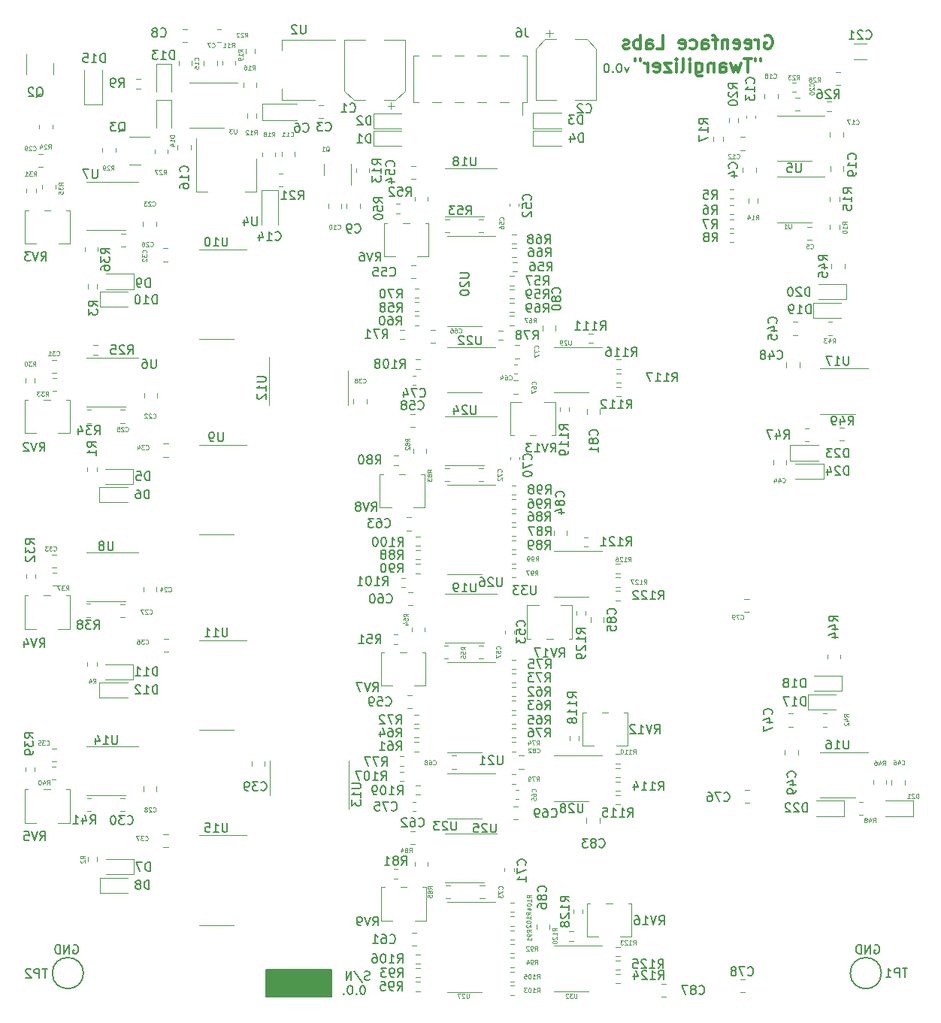
<source format=gbr>
%TF.GenerationSoftware,KiCad,Pcbnew,(6.0.1)*%
%TF.CreationDate,2024-01-19T18:32:36-08:00*%
%TF.ProjectId,main,6d61696e-2e6b-4696-9361-645f70636258,rev?*%
%TF.SameCoordinates,Original*%
%TF.FileFunction,Legend,Bot*%
%TF.FilePolarity,Positive*%
%FSLAX46Y46*%
G04 Gerber Fmt 4.6, Leading zero omitted, Abs format (unit mm)*
G04 Created by KiCad (PCBNEW (6.0.1)) date 2024-01-19 18:32:36*
%MOMM*%
%LPD*%
G01*
G04 APERTURE LIST*
%ADD10C,0.150000*%
%ADD11C,0.300000*%
%ADD12C,0.100000*%
%ADD13C,0.120000*%
G04 APERTURE END LIST*
D10*
X67600000Y-146600000D02*
X75000000Y-146600000D01*
X75000000Y-146600000D02*
X75000000Y-149600000D01*
X75000000Y-149600000D02*
X67600000Y-149600000D01*
X67600000Y-149600000D02*
X67600000Y-146600000D01*
G36*
X67600000Y-146600000D02*
G01*
X75000000Y-146600000D01*
X75000000Y-149600000D01*
X67600000Y-149600000D01*
X67600000Y-146600000D01*
G37*
X136161904Y-143800000D02*
X136257142Y-143752380D01*
X136400000Y-143752380D01*
X136542857Y-143800000D01*
X136638095Y-143895238D01*
X136685714Y-143990476D01*
X136733333Y-144180952D01*
X136733333Y-144323809D01*
X136685714Y-144514285D01*
X136638095Y-144609523D01*
X136542857Y-144704761D01*
X136400000Y-144752380D01*
X136304761Y-144752380D01*
X136161904Y-144704761D01*
X136114285Y-144657142D01*
X136114285Y-144323809D01*
X136304761Y-144323809D01*
X135685714Y-144752380D02*
X135685714Y-143752380D01*
X135114285Y-144752380D01*
X135114285Y-143752380D01*
X134638095Y-144752380D02*
X134638095Y-143752380D01*
X134400000Y-143752380D01*
X134257142Y-143800000D01*
X134161904Y-143895238D01*
X134114285Y-143990476D01*
X134066666Y-144180952D01*
X134066666Y-144323809D01*
X134114285Y-144514285D01*
X134161904Y-144609523D01*
X134257142Y-144704761D01*
X134400000Y-144752380D01*
X134638095Y-144752380D01*
X108478571Y-44835714D02*
X108240476Y-45502380D01*
X108002380Y-44835714D01*
X107430952Y-44502380D02*
X107335714Y-44502380D01*
X107240476Y-44550000D01*
X107192857Y-44597619D01*
X107145238Y-44692857D01*
X107097619Y-44883333D01*
X107097619Y-45121428D01*
X107145238Y-45311904D01*
X107192857Y-45407142D01*
X107240476Y-45454761D01*
X107335714Y-45502380D01*
X107430952Y-45502380D01*
X107526190Y-45454761D01*
X107573809Y-45407142D01*
X107621428Y-45311904D01*
X107669047Y-45121428D01*
X107669047Y-44883333D01*
X107621428Y-44692857D01*
X107573809Y-44597619D01*
X107526190Y-44550000D01*
X107430952Y-44502380D01*
X106669047Y-45407142D02*
X106621428Y-45454761D01*
X106669047Y-45502380D01*
X106716666Y-45454761D01*
X106669047Y-45407142D01*
X106669047Y-45502380D01*
X106002380Y-44502380D02*
X105907142Y-44502380D01*
X105811904Y-44550000D01*
X105764285Y-44597619D01*
X105716666Y-44692857D01*
X105669047Y-44883333D01*
X105669047Y-45121428D01*
X105716666Y-45311904D01*
X105764285Y-45407142D01*
X105811904Y-45454761D01*
X105907142Y-45502380D01*
X106002380Y-45502380D01*
X106097619Y-45454761D01*
X106145238Y-45407142D01*
X106192857Y-45311904D01*
X106240476Y-45121428D01*
X106240476Y-44883333D01*
X106192857Y-44692857D01*
X106145238Y-44597619D01*
X106097619Y-44550000D01*
X106002380Y-44502380D01*
D11*
X123821428Y-41400000D02*
X123964285Y-41328571D01*
X124178571Y-41328571D01*
X124392857Y-41400000D01*
X124535714Y-41542857D01*
X124607142Y-41685714D01*
X124678571Y-41971428D01*
X124678571Y-42185714D01*
X124607142Y-42471428D01*
X124535714Y-42614285D01*
X124392857Y-42757142D01*
X124178571Y-42828571D01*
X124035714Y-42828571D01*
X123821428Y-42757142D01*
X123750000Y-42685714D01*
X123750000Y-42185714D01*
X124035714Y-42185714D01*
X123107142Y-42828571D02*
X123107142Y-41828571D01*
X123107142Y-42114285D02*
X123035714Y-41971428D01*
X122964285Y-41900000D01*
X122821428Y-41828571D01*
X122678571Y-41828571D01*
X121607142Y-42757142D02*
X121750000Y-42828571D01*
X122035714Y-42828571D01*
X122178571Y-42757142D01*
X122250000Y-42614285D01*
X122250000Y-42042857D01*
X122178571Y-41900000D01*
X122035714Y-41828571D01*
X121750000Y-41828571D01*
X121607142Y-41900000D01*
X121535714Y-42042857D01*
X121535714Y-42185714D01*
X122250000Y-42328571D01*
X120321428Y-42757142D02*
X120464285Y-42828571D01*
X120750000Y-42828571D01*
X120892857Y-42757142D01*
X120964285Y-42614285D01*
X120964285Y-42042857D01*
X120892857Y-41900000D01*
X120750000Y-41828571D01*
X120464285Y-41828571D01*
X120321428Y-41900000D01*
X120250000Y-42042857D01*
X120250000Y-42185714D01*
X120964285Y-42328571D01*
X119607142Y-41828571D02*
X119607142Y-42828571D01*
X119607142Y-41971428D02*
X119535714Y-41900000D01*
X119392857Y-41828571D01*
X119178571Y-41828571D01*
X119035714Y-41900000D01*
X118964285Y-42042857D01*
X118964285Y-42828571D01*
X118464285Y-41828571D02*
X117892857Y-41828571D01*
X118250000Y-42828571D02*
X118250000Y-41542857D01*
X118178571Y-41400000D01*
X118035714Y-41328571D01*
X117892857Y-41328571D01*
X116750000Y-42828571D02*
X116750000Y-42042857D01*
X116821428Y-41900000D01*
X116964285Y-41828571D01*
X117250000Y-41828571D01*
X117392857Y-41900000D01*
X116750000Y-42757142D02*
X116892857Y-42828571D01*
X117250000Y-42828571D01*
X117392857Y-42757142D01*
X117464285Y-42614285D01*
X117464285Y-42471428D01*
X117392857Y-42328571D01*
X117250000Y-42257142D01*
X116892857Y-42257142D01*
X116750000Y-42185714D01*
X115392857Y-42757142D02*
X115535714Y-42828571D01*
X115821428Y-42828571D01*
X115964285Y-42757142D01*
X116035714Y-42685714D01*
X116107142Y-42542857D01*
X116107142Y-42114285D01*
X116035714Y-41971428D01*
X115964285Y-41900000D01*
X115821428Y-41828571D01*
X115535714Y-41828571D01*
X115392857Y-41900000D01*
X114178571Y-42757142D02*
X114321428Y-42828571D01*
X114607142Y-42828571D01*
X114750000Y-42757142D01*
X114821428Y-42614285D01*
X114821428Y-42042857D01*
X114750000Y-41900000D01*
X114607142Y-41828571D01*
X114321428Y-41828571D01*
X114178571Y-41900000D01*
X114107142Y-42042857D01*
X114107142Y-42185714D01*
X114821428Y-42328571D01*
X111607142Y-42828571D02*
X112321428Y-42828571D01*
X112321428Y-41328571D01*
X110464285Y-42828571D02*
X110464285Y-42042857D01*
X110535714Y-41900000D01*
X110678571Y-41828571D01*
X110964285Y-41828571D01*
X111107142Y-41900000D01*
X110464285Y-42757142D02*
X110607142Y-42828571D01*
X110964285Y-42828571D01*
X111107142Y-42757142D01*
X111178571Y-42614285D01*
X111178571Y-42471428D01*
X111107142Y-42328571D01*
X110964285Y-42257142D01*
X110607142Y-42257142D01*
X110464285Y-42185714D01*
X109750000Y-42828571D02*
X109750000Y-41328571D01*
X109750000Y-41900000D02*
X109607142Y-41828571D01*
X109321428Y-41828571D01*
X109178571Y-41900000D01*
X109107142Y-41971428D01*
X109035714Y-42114285D01*
X109035714Y-42542857D01*
X109107142Y-42685714D01*
X109178571Y-42757142D01*
X109321428Y-42828571D01*
X109607142Y-42828571D01*
X109750000Y-42757142D01*
X108464285Y-42757142D02*
X108321428Y-42828571D01*
X108035714Y-42828571D01*
X107892857Y-42757142D01*
X107821428Y-42614285D01*
X107821428Y-42542857D01*
X107892857Y-42400000D01*
X108035714Y-42328571D01*
X108250000Y-42328571D01*
X108392857Y-42257142D01*
X108464285Y-42114285D01*
X108464285Y-42042857D01*
X108392857Y-41900000D01*
X108250000Y-41828571D01*
X108035714Y-41828571D01*
X107892857Y-41900000D01*
D10*
X45911904Y-143800000D02*
X46007142Y-143752380D01*
X46150000Y-143752380D01*
X46292857Y-143800000D01*
X46388095Y-143895238D01*
X46435714Y-143990476D01*
X46483333Y-144180952D01*
X46483333Y-144323809D01*
X46435714Y-144514285D01*
X46388095Y-144609523D01*
X46292857Y-144704761D01*
X46150000Y-144752380D01*
X46054761Y-144752380D01*
X45911904Y-144704761D01*
X45864285Y-144657142D01*
X45864285Y-144323809D01*
X46054761Y-144323809D01*
X45435714Y-144752380D02*
X45435714Y-143752380D01*
X44864285Y-144752380D01*
X44864285Y-143752380D01*
X44388095Y-144752380D02*
X44388095Y-143752380D01*
X44150000Y-143752380D01*
X44007142Y-143800000D01*
X43911904Y-143895238D01*
X43864285Y-143990476D01*
X43816666Y-144180952D01*
X43816666Y-144323809D01*
X43864285Y-144514285D01*
X43911904Y-144609523D01*
X44007142Y-144704761D01*
X44150000Y-144752380D01*
X44388095Y-144752380D01*
X79264285Y-147699761D02*
X79121428Y-147747380D01*
X78883333Y-147747380D01*
X78788095Y-147699761D01*
X78740476Y-147652142D01*
X78692857Y-147556904D01*
X78692857Y-147461666D01*
X78740476Y-147366428D01*
X78788095Y-147318809D01*
X78883333Y-147271190D01*
X79073809Y-147223571D01*
X79169047Y-147175952D01*
X79216666Y-147128333D01*
X79264285Y-147033095D01*
X79264285Y-146937857D01*
X79216666Y-146842619D01*
X79169047Y-146795000D01*
X79073809Y-146747380D01*
X78835714Y-146747380D01*
X78692857Y-146795000D01*
X77550000Y-146699761D02*
X78407142Y-147985476D01*
X77216666Y-147747380D02*
X77216666Y-146747380D01*
X76645238Y-147747380D01*
X76645238Y-146747380D01*
X78550000Y-148357380D02*
X78454761Y-148357380D01*
X78359523Y-148405000D01*
X78311904Y-148452619D01*
X78264285Y-148547857D01*
X78216666Y-148738333D01*
X78216666Y-148976428D01*
X78264285Y-149166904D01*
X78311904Y-149262142D01*
X78359523Y-149309761D01*
X78454761Y-149357380D01*
X78550000Y-149357380D01*
X78645238Y-149309761D01*
X78692857Y-149262142D01*
X78740476Y-149166904D01*
X78788095Y-148976428D01*
X78788095Y-148738333D01*
X78740476Y-148547857D01*
X78692857Y-148452619D01*
X78645238Y-148405000D01*
X78550000Y-148357380D01*
X77788095Y-149262142D02*
X77740476Y-149309761D01*
X77788095Y-149357380D01*
X77835714Y-149309761D01*
X77788095Y-149262142D01*
X77788095Y-149357380D01*
X77121428Y-148357380D02*
X77026190Y-148357380D01*
X76930952Y-148405000D01*
X76883333Y-148452619D01*
X76835714Y-148547857D01*
X76788095Y-148738333D01*
X76788095Y-148976428D01*
X76835714Y-149166904D01*
X76883333Y-149262142D01*
X76930952Y-149309761D01*
X77026190Y-149357380D01*
X77121428Y-149357380D01*
X77216666Y-149309761D01*
X77264285Y-149262142D01*
X77311904Y-149166904D01*
X77359523Y-148976428D01*
X77359523Y-148738333D01*
X77311904Y-148547857D01*
X77264285Y-148452619D01*
X77216666Y-148405000D01*
X77121428Y-148357380D01*
X76359523Y-149262142D02*
X76311904Y-149309761D01*
X76359523Y-149357380D01*
X76407142Y-149309761D01*
X76359523Y-149262142D01*
X76359523Y-149357380D01*
D11*
X123321428Y-43928571D02*
X123321428Y-44214285D01*
X122750000Y-43928571D02*
X122750000Y-44214285D01*
X122321428Y-43928571D02*
X121464285Y-43928571D01*
X121892857Y-45428571D02*
X121892857Y-43928571D01*
X121107142Y-44428571D02*
X120821428Y-45428571D01*
X120535714Y-44714285D01*
X120250000Y-45428571D01*
X119964285Y-44428571D01*
X118750000Y-45428571D02*
X118750000Y-44642857D01*
X118821428Y-44500000D01*
X118964285Y-44428571D01*
X119250000Y-44428571D01*
X119392857Y-44500000D01*
X118750000Y-45357142D02*
X118892857Y-45428571D01*
X119250000Y-45428571D01*
X119392857Y-45357142D01*
X119464285Y-45214285D01*
X119464285Y-45071428D01*
X119392857Y-44928571D01*
X119250000Y-44857142D01*
X118892857Y-44857142D01*
X118750000Y-44785714D01*
X118035714Y-44428571D02*
X118035714Y-45428571D01*
X118035714Y-44571428D02*
X117964285Y-44500000D01*
X117821428Y-44428571D01*
X117607142Y-44428571D01*
X117464285Y-44500000D01*
X117392857Y-44642857D01*
X117392857Y-45428571D01*
X116035714Y-44428571D02*
X116035714Y-45642857D01*
X116107142Y-45785714D01*
X116178571Y-45857142D01*
X116321428Y-45928571D01*
X116535714Y-45928571D01*
X116678571Y-45857142D01*
X116035714Y-45357142D02*
X116178571Y-45428571D01*
X116464285Y-45428571D01*
X116607142Y-45357142D01*
X116678571Y-45285714D01*
X116750000Y-45142857D01*
X116750000Y-44714285D01*
X116678571Y-44571428D01*
X116607142Y-44500000D01*
X116464285Y-44428571D01*
X116178571Y-44428571D01*
X116035714Y-44500000D01*
X115321428Y-45428571D02*
X115321428Y-44428571D01*
X115321428Y-43928571D02*
X115392857Y-44000000D01*
X115321428Y-44071428D01*
X115250000Y-44000000D01*
X115321428Y-43928571D01*
X115321428Y-44071428D01*
X114392857Y-45428571D02*
X114535714Y-45357142D01*
X114607142Y-45214285D01*
X114607142Y-43928571D01*
X113821428Y-45428571D02*
X113821428Y-44428571D01*
X113821428Y-43928571D02*
X113892857Y-44000000D01*
X113821428Y-44071428D01*
X113750000Y-44000000D01*
X113821428Y-43928571D01*
X113821428Y-44071428D01*
X113250000Y-44428571D02*
X112464285Y-44428571D01*
X113250000Y-45428571D01*
X112464285Y-45428571D01*
X111321428Y-45357142D02*
X111464285Y-45428571D01*
X111750000Y-45428571D01*
X111892857Y-45357142D01*
X111964285Y-45214285D01*
X111964285Y-44642857D01*
X111892857Y-44500000D01*
X111750000Y-44428571D01*
X111464285Y-44428571D01*
X111321428Y-44500000D01*
X111250000Y-44642857D01*
X111250000Y-44785714D01*
X111964285Y-44928571D01*
X110607142Y-45428571D02*
X110607142Y-44428571D01*
X110607142Y-44714285D02*
X110535714Y-44571428D01*
X110464285Y-44500000D01*
X110321428Y-44428571D01*
X110178571Y-44428571D01*
X109750000Y-43928571D02*
X109750000Y-44214285D01*
X109178571Y-43928571D02*
X109178571Y-44214285D01*
D10*
%TO.C,D24*%
X133214285Y-90852380D02*
X133214285Y-89852380D01*
X132976190Y-89852380D01*
X132833333Y-89900000D01*
X132738095Y-89995238D01*
X132690476Y-90090476D01*
X132642857Y-90280952D01*
X132642857Y-90423809D01*
X132690476Y-90614285D01*
X132738095Y-90709523D01*
X132833333Y-90804761D01*
X132976190Y-90852380D01*
X133214285Y-90852380D01*
X132261904Y-89947619D02*
X132214285Y-89900000D01*
X132119047Y-89852380D01*
X131880952Y-89852380D01*
X131785714Y-89900000D01*
X131738095Y-89947619D01*
X131690476Y-90042857D01*
X131690476Y-90138095D01*
X131738095Y-90280952D01*
X132309523Y-90852380D01*
X131690476Y-90852380D01*
X130833333Y-90185714D02*
X130833333Y-90852380D01*
X131071428Y-89804761D02*
X131309523Y-90519047D01*
X130690476Y-90519047D01*
%TO.C,D23*%
X133214285Y-88852380D02*
X133214285Y-87852380D01*
X132976190Y-87852380D01*
X132833333Y-87900000D01*
X132738095Y-87995238D01*
X132690476Y-88090476D01*
X132642857Y-88280952D01*
X132642857Y-88423809D01*
X132690476Y-88614285D01*
X132738095Y-88709523D01*
X132833333Y-88804761D01*
X132976190Y-88852380D01*
X133214285Y-88852380D01*
X132261904Y-87947619D02*
X132214285Y-87900000D01*
X132119047Y-87852380D01*
X131880952Y-87852380D01*
X131785714Y-87900000D01*
X131738095Y-87947619D01*
X131690476Y-88042857D01*
X131690476Y-88138095D01*
X131738095Y-88280952D01*
X132309523Y-88852380D01*
X131690476Y-88852380D01*
X131357142Y-87852380D02*
X130738095Y-87852380D01*
X131071428Y-88233333D01*
X130928571Y-88233333D01*
X130833333Y-88280952D01*
X130785714Y-88328571D01*
X130738095Y-88423809D01*
X130738095Y-88661904D01*
X130785714Y-88757142D01*
X130833333Y-88804761D01*
X130928571Y-88852380D01*
X131214285Y-88852380D01*
X131309523Y-88804761D01*
X131357142Y-88757142D01*
%TO.C,D22*%
X128564285Y-128802380D02*
X128564285Y-127802380D01*
X128326190Y-127802380D01*
X128183333Y-127850000D01*
X128088095Y-127945238D01*
X128040476Y-128040476D01*
X127992857Y-128230952D01*
X127992857Y-128373809D01*
X128040476Y-128564285D01*
X128088095Y-128659523D01*
X128183333Y-128754761D01*
X128326190Y-128802380D01*
X128564285Y-128802380D01*
X127611904Y-127897619D02*
X127564285Y-127850000D01*
X127469047Y-127802380D01*
X127230952Y-127802380D01*
X127135714Y-127850000D01*
X127088095Y-127897619D01*
X127040476Y-127992857D01*
X127040476Y-128088095D01*
X127088095Y-128230952D01*
X127659523Y-128802380D01*
X127040476Y-128802380D01*
X126659523Y-127897619D02*
X126611904Y-127850000D01*
X126516666Y-127802380D01*
X126278571Y-127802380D01*
X126183333Y-127850000D01*
X126135714Y-127897619D01*
X126088095Y-127992857D01*
X126088095Y-128088095D01*
X126135714Y-128230952D01*
X126707142Y-128802380D01*
X126088095Y-128802380D01*
D12*
%TO.C,D21*%
X141107142Y-127226190D02*
X141107142Y-126726190D01*
X140988095Y-126726190D01*
X140916666Y-126750000D01*
X140869047Y-126797619D01*
X140845238Y-126845238D01*
X140821428Y-126940476D01*
X140821428Y-127011904D01*
X140845238Y-127107142D01*
X140869047Y-127154761D01*
X140916666Y-127202380D01*
X140988095Y-127226190D01*
X141107142Y-127226190D01*
X140630952Y-126773809D02*
X140607142Y-126750000D01*
X140559523Y-126726190D01*
X140440476Y-126726190D01*
X140392857Y-126750000D01*
X140369047Y-126773809D01*
X140345238Y-126821428D01*
X140345238Y-126869047D01*
X140369047Y-126940476D01*
X140654761Y-127226190D01*
X140345238Y-127226190D01*
X139869047Y-127226190D02*
X140154761Y-127226190D01*
X140011904Y-127226190D02*
X140011904Y-126726190D01*
X140059523Y-126797619D01*
X140107142Y-126845238D01*
X140154761Y-126869047D01*
D10*
%TO.C,D20*%
X128864285Y-70702380D02*
X128864285Y-69702380D01*
X128626190Y-69702380D01*
X128483333Y-69750000D01*
X128388095Y-69845238D01*
X128340476Y-69940476D01*
X128292857Y-70130952D01*
X128292857Y-70273809D01*
X128340476Y-70464285D01*
X128388095Y-70559523D01*
X128483333Y-70654761D01*
X128626190Y-70702380D01*
X128864285Y-70702380D01*
X127911904Y-69797619D02*
X127864285Y-69750000D01*
X127769047Y-69702380D01*
X127530952Y-69702380D01*
X127435714Y-69750000D01*
X127388095Y-69797619D01*
X127340476Y-69892857D01*
X127340476Y-69988095D01*
X127388095Y-70130952D01*
X127959523Y-70702380D01*
X127340476Y-70702380D01*
X126721428Y-69702380D02*
X126626190Y-69702380D01*
X126530952Y-69750000D01*
X126483333Y-69797619D01*
X126435714Y-69892857D01*
X126388095Y-70083333D01*
X126388095Y-70321428D01*
X126435714Y-70511904D01*
X126483333Y-70607142D01*
X126530952Y-70654761D01*
X126626190Y-70702380D01*
X126721428Y-70702380D01*
X126816666Y-70654761D01*
X126864285Y-70607142D01*
X126911904Y-70511904D01*
X126959523Y-70321428D01*
X126959523Y-70083333D01*
X126911904Y-69892857D01*
X126864285Y-69797619D01*
X126816666Y-69750000D01*
X126721428Y-69702380D01*
%TO.C,D19*%
X128964285Y-72652380D02*
X128964285Y-71652380D01*
X128726190Y-71652380D01*
X128583333Y-71700000D01*
X128488095Y-71795238D01*
X128440476Y-71890476D01*
X128392857Y-72080952D01*
X128392857Y-72223809D01*
X128440476Y-72414285D01*
X128488095Y-72509523D01*
X128583333Y-72604761D01*
X128726190Y-72652380D01*
X128964285Y-72652380D01*
X127440476Y-72652380D02*
X128011904Y-72652380D01*
X127726190Y-72652380D02*
X127726190Y-71652380D01*
X127821428Y-71795238D01*
X127916666Y-71890476D01*
X128011904Y-71938095D01*
X126964285Y-72652380D02*
X126773809Y-72652380D01*
X126678571Y-72604761D01*
X126630952Y-72557142D01*
X126535714Y-72414285D01*
X126488095Y-72223809D01*
X126488095Y-71842857D01*
X126535714Y-71747619D01*
X126583333Y-71700000D01*
X126678571Y-71652380D01*
X126869047Y-71652380D01*
X126964285Y-71700000D01*
X127011904Y-71747619D01*
X127059523Y-71842857D01*
X127059523Y-72080952D01*
X127011904Y-72176190D01*
X126964285Y-72223809D01*
X126869047Y-72271428D01*
X126678571Y-72271428D01*
X126583333Y-72223809D01*
X126535714Y-72176190D01*
X126488095Y-72080952D01*
%TO.C,D18*%
X128364285Y-114752380D02*
X128364285Y-113752380D01*
X128126190Y-113752380D01*
X127983333Y-113800000D01*
X127888095Y-113895238D01*
X127840476Y-113990476D01*
X127792857Y-114180952D01*
X127792857Y-114323809D01*
X127840476Y-114514285D01*
X127888095Y-114609523D01*
X127983333Y-114704761D01*
X128126190Y-114752380D01*
X128364285Y-114752380D01*
X126840476Y-114752380D02*
X127411904Y-114752380D01*
X127126190Y-114752380D02*
X127126190Y-113752380D01*
X127221428Y-113895238D01*
X127316666Y-113990476D01*
X127411904Y-114038095D01*
X126269047Y-114180952D02*
X126364285Y-114133333D01*
X126411904Y-114085714D01*
X126459523Y-113990476D01*
X126459523Y-113942857D01*
X126411904Y-113847619D01*
X126364285Y-113800000D01*
X126269047Y-113752380D01*
X126078571Y-113752380D01*
X125983333Y-113800000D01*
X125935714Y-113847619D01*
X125888095Y-113942857D01*
X125888095Y-113990476D01*
X125935714Y-114085714D01*
X125983333Y-114133333D01*
X126078571Y-114180952D01*
X126269047Y-114180952D01*
X126364285Y-114228571D01*
X126411904Y-114276190D01*
X126459523Y-114371428D01*
X126459523Y-114561904D01*
X126411904Y-114657142D01*
X126364285Y-114704761D01*
X126269047Y-114752380D01*
X126078571Y-114752380D01*
X125983333Y-114704761D01*
X125935714Y-114657142D01*
X125888095Y-114561904D01*
X125888095Y-114371428D01*
X125935714Y-114276190D01*
X125983333Y-114228571D01*
X126078571Y-114180952D01*
%TO.C,D17*%
X128364285Y-116802380D02*
X128364285Y-115802380D01*
X128126190Y-115802380D01*
X127983333Y-115850000D01*
X127888095Y-115945238D01*
X127840476Y-116040476D01*
X127792857Y-116230952D01*
X127792857Y-116373809D01*
X127840476Y-116564285D01*
X127888095Y-116659523D01*
X127983333Y-116754761D01*
X128126190Y-116802380D01*
X128364285Y-116802380D01*
X126840476Y-116802380D02*
X127411904Y-116802380D01*
X127126190Y-116802380D02*
X127126190Y-115802380D01*
X127221428Y-115945238D01*
X127316666Y-116040476D01*
X127411904Y-116088095D01*
X126507142Y-115802380D02*
X125840476Y-115802380D01*
X126269047Y-116802380D01*
D12*
%TO.C,D14*%
X57276190Y-52592857D02*
X56776190Y-52592857D01*
X56776190Y-52711904D01*
X56800000Y-52783333D01*
X56847619Y-52830952D01*
X56895238Y-52854761D01*
X56990476Y-52878571D01*
X57061904Y-52878571D01*
X57157142Y-52854761D01*
X57204761Y-52830952D01*
X57252380Y-52783333D01*
X57276190Y-52711904D01*
X57276190Y-52592857D01*
X57276190Y-53354761D02*
X57276190Y-53069047D01*
X57276190Y-53211904D02*
X56776190Y-53211904D01*
X56847619Y-53164285D01*
X56895238Y-53116666D01*
X56919047Y-53069047D01*
X56942857Y-53783333D02*
X57276190Y-53783333D01*
X56752380Y-53664285D02*
X57109523Y-53545238D01*
X57109523Y-53854761D01*
D10*
%TO.C,D13*%
X57264285Y-44002380D02*
X57264285Y-43002380D01*
X57026190Y-43002380D01*
X56883333Y-43050000D01*
X56788095Y-43145238D01*
X56740476Y-43240476D01*
X56692857Y-43430952D01*
X56692857Y-43573809D01*
X56740476Y-43764285D01*
X56788095Y-43859523D01*
X56883333Y-43954761D01*
X57026190Y-44002380D01*
X57264285Y-44002380D01*
X55740476Y-44002380D02*
X56311904Y-44002380D01*
X56026190Y-44002380D02*
X56026190Y-43002380D01*
X56121428Y-43145238D01*
X56216666Y-43240476D01*
X56311904Y-43288095D01*
X55407142Y-43002380D02*
X54788095Y-43002380D01*
X55121428Y-43383333D01*
X54978571Y-43383333D01*
X54883333Y-43430952D01*
X54835714Y-43478571D01*
X54788095Y-43573809D01*
X54788095Y-43811904D01*
X54835714Y-43907142D01*
X54883333Y-43954761D01*
X54978571Y-44002380D01*
X55264285Y-44002380D01*
X55359523Y-43954761D01*
X55407142Y-43907142D01*
%TO.C,D12*%
X55364285Y-115502380D02*
X55364285Y-114502380D01*
X55126190Y-114502380D01*
X54983333Y-114550000D01*
X54888095Y-114645238D01*
X54840476Y-114740476D01*
X54792857Y-114930952D01*
X54792857Y-115073809D01*
X54840476Y-115264285D01*
X54888095Y-115359523D01*
X54983333Y-115454761D01*
X55126190Y-115502380D01*
X55364285Y-115502380D01*
X53840476Y-115502380D02*
X54411904Y-115502380D01*
X54126190Y-115502380D02*
X54126190Y-114502380D01*
X54221428Y-114645238D01*
X54316666Y-114740476D01*
X54411904Y-114788095D01*
X53459523Y-114597619D02*
X53411904Y-114550000D01*
X53316666Y-114502380D01*
X53078571Y-114502380D01*
X52983333Y-114550000D01*
X52935714Y-114597619D01*
X52888095Y-114692857D01*
X52888095Y-114788095D01*
X52935714Y-114930952D01*
X53507142Y-115502380D01*
X52888095Y-115502380D01*
%TO.C,D11*%
X55364285Y-113452380D02*
X55364285Y-112452380D01*
X55126190Y-112452380D01*
X54983333Y-112500000D01*
X54888095Y-112595238D01*
X54840476Y-112690476D01*
X54792857Y-112880952D01*
X54792857Y-113023809D01*
X54840476Y-113214285D01*
X54888095Y-113309523D01*
X54983333Y-113404761D01*
X55126190Y-113452380D01*
X55364285Y-113452380D01*
X53840476Y-113452380D02*
X54411904Y-113452380D01*
X54126190Y-113452380D02*
X54126190Y-112452380D01*
X54221428Y-112595238D01*
X54316666Y-112690476D01*
X54411904Y-112738095D01*
X52888095Y-113452380D02*
X53459523Y-113452380D01*
X53173809Y-113452380D02*
X53173809Y-112452380D01*
X53269047Y-112595238D01*
X53364285Y-112690476D01*
X53459523Y-112738095D01*
%TO.C,D10*%
X55314285Y-71552380D02*
X55314285Y-70552380D01*
X55076190Y-70552380D01*
X54933333Y-70600000D01*
X54838095Y-70695238D01*
X54790476Y-70790476D01*
X54742857Y-70980952D01*
X54742857Y-71123809D01*
X54790476Y-71314285D01*
X54838095Y-71409523D01*
X54933333Y-71504761D01*
X55076190Y-71552380D01*
X55314285Y-71552380D01*
X53790476Y-71552380D02*
X54361904Y-71552380D01*
X54076190Y-71552380D02*
X54076190Y-70552380D01*
X54171428Y-70695238D01*
X54266666Y-70790476D01*
X54361904Y-70838095D01*
X53171428Y-70552380D02*
X53076190Y-70552380D01*
X52980952Y-70600000D01*
X52933333Y-70647619D01*
X52885714Y-70742857D01*
X52838095Y-70933333D01*
X52838095Y-71171428D01*
X52885714Y-71361904D01*
X52933333Y-71457142D01*
X52980952Y-71504761D01*
X53076190Y-71552380D01*
X53171428Y-71552380D01*
X53266666Y-71504761D01*
X53314285Y-71457142D01*
X53361904Y-71361904D01*
X53409523Y-71171428D01*
X53409523Y-70933333D01*
X53361904Y-70742857D01*
X53314285Y-70647619D01*
X53266666Y-70600000D01*
X53171428Y-70552380D01*
%TO.C,D9*%
X54538095Y-69702380D02*
X54538095Y-68702380D01*
X54300000Y-68702380D01*
X54157142Y-68750000D01*
X54061904Y-68845238D01*
X54014285Y-68940476D01*
X53966666Y-69130952D01*
X53966666Y-69273809D01*
X54014285Y-69464285D01*
X54061904Y-69559523D01*
X54157142Y-69654761D01*
X54300000Y-69702380D01*
X54538095Y-69702380D01*
X53490476Y-69702380D02*
X53300000Y-69702380D01*
X53204761Y-69654761D01*
X53157142Y-69607142D01*
X53061904Y-69464285D01*
X53014285Y-69273809D01*
X53014285Y-68892857D01*
X53061904Y-68797619D01*
X53109523Y-68750000D01*
X53204761Y-68702380D01*
X53395238Y-68702380D01*
X53490476Y-68750000D01*
X53538095Y-68797619D01*
X53585714Y-68892857D01*
X53585714Y-69130952D01*
X53538095Y-69226190D01*
X53490476Y-69273809D01*
X53395238Y-69321428D01*
X53204761Y-69321428D01*
X53109523Y-69273809D01*
X53061904Y-69226190D01*
X53014285Y-69130952D01*
%TO.C,D8*%
X54438095Y-137502380D02*
X54438095Y-136502380D01*
X54200000Y-136502380D01*
X54057142Y-136550000D01*
X53961904Y-136645238D01*
X53914285Y-136740476D01*
X53866666Y-136930952D01*
X53866666Y-137073809D01*
X53914285Y-137264285D01*
X53961904Y-137359523D01*
X54057142Y-137454761D01*
X54200000Y-137502380D01*
X54438095Y-137502380D01*
X53295238Y-136930952D02*
X53390476Y-136883333D01*
X53438095Y-136835714D01*
X53485714Y-136740476D01*
X53485714Y-136692857D01*
X53438095Y-136597619D01*
X53390476Y-136550000D01*
X53295238Y-136502380D01*
X53104761Y-136502380D01*
X53009523Y-136550000D01*
X52961904Y-136597619D01*
X52914285Y-136692857D01*
X52914285Y-136740476D01*
X52961904Y-136835714D01*
X53009523Y-136883333D01*
X53104761Y-136930952D01*
X53295238Y-136930952D01*
X53390476Y-136978571D01*
X53438095Y-137026190D01*
X53485714Y-137121428D01*
X53485714Y-137311904D01*
X53438095Y-137407142D01*
X53390476Y-137454761D01*
X53295238Y-137502380D01*
X53104761Y-137502380D01*
X53009523Y-137454761D01*
X52961904Y-137407142D01*
X52914285Y-137311904D01*
X52914285Y-137121428D01*
X52961904Y-137026190D01*
X53009523Y-136978571D01*
X53104761Y-136930952D01*
%TO.C,D7*%
X54538095Y-135452380D02*
X54538095Y-134452380D01*
X54300000Y-134452380D01*
X54157142Y-134500000D01*
X54061904Y-134595238D01*
X54014285Y-134690476D01*
X53966666Y-134880952D01*
X53966666Y-135023809D01*
X54014285Y-135214285D01*
X54061904Y-135309523D01*
X54157142Y-135404761D01*
X54300000Y-135452380D01*
X54538095Y-135452380D01*
X53633333Y-134452380D02*
X52966666Y-134452380D01*
X53395238Y-135452380D01*
%TO.C,D6*%
X54438095Y-93502380D02*
X54438095Y-92502380D01*
X54200000Y-92502380D01*
X54057142Y-92550000D01*
X53961904Y-92645238D01*
X53914285Y-92740476D01*
X53866666Y-92930952D01*
X53866666Y-93073809D01*
X53914285Y-93264285D01*
X53961904Y-93359523D01*
X54057142Y-93454761D01*
X54200000Y-93502380D01*
X54438095Y-93502380D01*
X53009523Y-92502380D02*
X53200000Y-92502380D01*
X53295238Y-92550000D01*
X53342857Y-92597619D01*
X53438095Y-92740476D01*
X53485714Y-92930952D01*
X53485714Y-93311904D01*
X53438095Y-93407142D01*
X53390476Y-93454761D01*
X53295238Y-93502380D01*
X53104761Y-93502380D01*
X53009523Y-93454761D01*
X52961904Y-93407142D01*
X52914285Y-93311904D01*
X52914285Y-93073809D01*
X52961904Y-92978571D01*
X53009523Y-92930952D01*
X53104761Y-92883333D01*
X53295238Y-92883333D01*
X53390476Y-92930952D01*
X53438095Y-92978571D01*
X53485714Y-93073809D01*
%TO.C,D5*%
X54488095Y-91452380D02*
X54488095Y-90452380D01*
X54250000Y-90452380D01*
X54107142Y-90500000D01*
X54011904Y-90595238D01*
X53964285Y-90690476D01*
X53916666Y-90880952D01*
X53916666Y-91023809D01*
X53964285Y-91214285D01*
X54011904Y-91309523D01*
X54107142Y-91404761D01*
X54250000Y-91452380D01*
X54488095Y-91452380D01*
X53011904Y-90452380D02*
X53488095Y-90452380D01*
X53535714Y-90928571D01*
X53488095Y-90880952D01*
X53392857Y-90833333D01*
X53154761Y-90833333D01*
X53059523Y-90880952D01*
X53011904Y-90928571D01*
X52964285Y-91023809D01*
X52964285Y-91261904D01*
X53011904Y-91357142D01*
X53059523Y-91404761D01*
X53154761Y-91452380D01*
X53392857Y-91452380D01*
X53488095Y-91404761D01*
X53535714Y-91357142D01*
%TO.C,C75*%
X81742857Y-128557142D02*
X81790476Y-128604761D01*
X81933333Y-128652380D01*
X82028571Y-128652380D01*
X82171428Y-128604761D01*
X82266666Y-128509523D01*
X82314285Y-128414285D01*
X82361904Y-128223809D01*
X82361904Y-128080952D01*
X82314285Y-127890476D01*
X82266666Y-127795238D01*
X82171428Y-127700000D01*
X82028571Y-127652380D01*
X81933333Y-127652380D01*
X81790476Y-127700000D01*
X81742857Y-127747619D01*
X81409523Y-127652380D02*
X80742857Y-127652380D01*
X81171428Y-128652380D01*
X79885714Y-127652380D02*
X80361904Y-127652380D01*
X80409523Y-128128571D01*
X80361904Y-128080952D01*
X80266666Y-128033333D01*
X80028571Y-128033333D01*
X79933333Y-128080952D01*
X79885714Y-128128571D01*
X79838095Y-128223809D01*
X79838095Y-128461904D01*
X79885714Y-128557142D01*
X79933333Y-128604761D01*
X80028571Y-128652380D01*
X80266666Y-128652380D01*
X80361904Y-128604761D01*
X80409523Y-128557142D01*
%TO.C,C74*%
X84942857Y-81987142D02*
X84990476Y-82034761D01*
X85133333Y-82082380D01*
X85228571Y-82082380D01*
X85371428Y-82034761D01*
X85466666Y-81939523D01*
X85514285Y-81844285D01*
X85561904Y-81653809D01*
X85561904Y-81510952D01*
X85514285Y-81320476D01*
X85466666Y-81225238D01*
X85371428Y-81130000D01*
X85228571Y-81082380D01*
X85133333Y-81082380D01*
X84990476Y-81130000D01*
X84942857Y-81177619D01*
X84609523Y-81082380D02*
X83942857Y-81082380D01*
X84371428Y-82082380D01*
X83133333Y-81415714D02*
X83133333Y-82082380D01*
X83371428Y-81034761D02*
X83609523Y-81749047D01*
X82990476Y-81749047D01*
D12*
%TO.C,C65*%
X97978571Y-126528571D02*
X98002380Y-126504761D01*
X98026190Y-126433333D01*
X98026190Y-126385714D01*
X98002380Y-126314285D01*
X97954761Y-126266666D01*
X97907142Y-126242857D01*
X97811904Y-126219047D01*
X97740476Y-126219047D01*
X97645238Y-126242857D01*
X97597619Y-126266666D01*
X97550000Y-126314285D01*
X97526190Y-126385714D01*
X97526190Y-126433333D01*
X97550000Y-126504761D01*
X97573809Y-126528571D01*
X97526190Y-126957142D02*
X97526190Y-126861904D01*
X97550000Y-126814285D01*
X97573809Y-126790476D01*
X97645238Y-126742857D01*
X97740476Y-126719047D01*
X97930952Y-126719047D01*
X97978571Y-126742857D01*
X98002380Y-126766666D01*
X98026190Y-126814285D01*
X98026190Y-126909523D01*
X98002380Y-126957142D01*
X97978571Y-126980952D01*
X97930952Y-127004761D01*
X97811904Y-127004761D01*
X97764285Y-126980952D01*
X97740476Y-126957142D01*
X97716666Y-126909523D01*
X97716666Y-126814285D01*
X97740476Y-126766666D01*
X97764285Y-126742857D01*
X97811904Y-126719047D01*
X97526190Y-127457142D02*
X97526190Y-127219047D01*
X97764285Y-127195238D01*
X97740476Y-127219047D01*
X97716666Y-127266666D01*
X97716666Y-127385714D01*
X97740476Y-127433333D01*
X97764285Y-127457142D01*
X97811904Y-127480952D01*
X97930952Y-127480952D01*
X97978571Y-127457142D01*
X98002380Y-127433333D01*
X98026190Y-127385714D01*
X98026190Y-127266666D01*
X98002380Y-127219047D01*
X97978571Y-127195238D01*
%TO.C,C64*%
X94971428Y-80078571D02*
X94995238Y-80102380D01*
X95066666Y-80126190D01*
X95114285Y-80126190D01*
X95185714Y-80102380D01*
X95233333Y-80054761D01*
X95257142Y-80007142D01*
X95280952Y-79911904D01*
X95280952Y-79840476D01*
X95257142Y-79745238D01*
X95233333Y-79697619D01*
X95185714Y-79650000D01*
X95114285Y-79626190D01*
X95066666Y-79626190D01*
X94995238Y-79650000D01*
X94971428Y-79673809D01*
X94542857Y-79626190D02*
X94638095Y-79626190D01*
X94685714Y-79650000D01*
X94709523Y-79673809D01*
X94757142Y-79745238D01*
X94780952Y-79840476D01*
X94780952Y-80030952D01*
X94757142Y-80078571D01*
X94733333Y-80102380D01*
X94685714Y-80126190D01*
X94590476Y-80126190D01*
X94542857Y-80102380D01*
X94519047Y-80078571D01*
X94495238Y-80030952D01*
X94495238Y-79911904D01*
X94519047Y-79864285D01*
X94542857Y-79840476D01*
X94590476Y-79816666D01*
X94685714Y-79816666D01*
X94733333Y-79840476D01*
X94757142Y-79864285D01*
X94780952Y-79911904D01*
X94066666Y-79792857D02*
X94066666Y-80126190D01*
X94185714Y-79602380D02*
X94304761Y-79959523D01*
X93995238Y-79959523D01*
D10*
%TO.C,C71*%
X96807142Y-134757142D02*
X96854761Y-134709523D01*
X96902380Y-134566666D01*
X96902380Y-134471428D01*
X96854761Y-134328571D01*
X96759523Y-134233333D01*
X96664285Y-134185714D01*
X96473809Y-134138095D01*
X96330952Y-134138095D01*
X96140476Y-134185714D01*
X96045238Y-134233333D01*
X95950000Y-134328571D01*
X95902380Y-134471428D01*
X95902380Y-134566666D01*
X95950000Y-134709523D01*
X95997619Y-134757142D01*
X95902380Y-135090476D02*
X95902380Y-135757142D01*
X96902380Y-135328571D01*
X96902380Y-136661904D02*
X96902380Y-136090476D01*
X96902380Y-136376190D02*
X95902380Y-136376190D01*
X96045238Y-136280952D01*
X96140476Y-136185714D01*
X96188095Y-136090476D01*
%TO.C,C70*%
X97457142Y-89107142D02*
X97504761Y-89059523D01*
X97552380Y-88916666D01*
X97552380Y-88821428D01*
X97504761Y-88678571D01*
X97409523Y-88583333D01*
X97314285Y-88535714D01*
X97123809Y-88488095D01*
X96980952Y-88488095D01*
X96790476Y-88535714D01*
X96695238Y-88583333D01*
X96600000Y-88678571D01*
X96552380Y-88821428D01*
X96552380Y-88916666D01*
X96600000Y-89059523D01*
X96647619Y-89107142D01*
X96552380Y-89440476D02*
X96552380Y-90107142D01*
X97552380Y-89678571D01*
X96552380Y-90678571D02*
X96552380Y-90773809D01*
X96600000Y-90869047D01*
X96647619Y-90916666D01*
X96742857Y-90964285D01*
X96933333Y-91011904D01*
X97171428Y-91011904D01*
X97361904Y-90964285D01*
X97457142Y-90916666D01*
X97504761Y-90869047D01*
X97552380Y-90773809D01*
X97552380Y-90678571D01*
X97504761Y-90583333D01*
X97457142Y-90535714D01*
X97361904Y-90488095D01*
X97171428Y-90440476D01*
X96933333Y-90440476D01*
X96742857Y-90488095D01*
X96647619Y-90535714D01*
X96600000Y-90583333D01*
X96552380Y-90678571D01*
%TO.C,C53*%
X96707142Y-107857142D02*
X96754761Y-107809523D01*
X96802380Y-107666666D01*
X96802380Y-107571428D01*
X96754761Y-107428571D01*
X96659523Y-107333333D01*
X96564285Y-107285714D01*
X96373809Y-107238095D01*
X96230952Y-107238095D01*
X96040476Y-107285714D01*
X95945238Y-107333333D01*
X95850000Y-107428571D01*
X95802380Y-107571428D01*
X95802380Y-107666666D01*
X95850000Y-107809523D01*
X95897619Y-107857142D01*
X95802380Y-108761904D02*
X95802380Y-108285714D01*
X96278571Y-108238095D01*
X96230952Y-108285714D01*
X96183333Y-108380952D01*
X96183333Y-108619047D01*
X96230952Y-108714285D01*
X96278571Y-108761904D01*
X96373809Y-108809523D01*
X96611904Y-108809523D01*
X96707142Y-108761904D01*
X96754761Y-108714285D01*
X96802380Y-108619047D01*
X96802380Y-108380952D01*
X96754761Y-108285714D01*
X96707142Y-108238095D01*
X95802380Y-109142857D02*
X95802380Y-109761904D01*
X96183333Y-109428571D01*
X96183333Y-109571428D01*
X96230952Y-109666666D01*
X96278571Y-109714285D01*
X96373809Y-109761904D01*
X96611904Y-109761904D01*
X96707142Y-109714285D01*
X96754761Y-109666666D01*
X96802380Y-109571428D01*
X96802380Y-109285714D01*
X96754761Y-109190476D01*
X96707142Y-109142857D01*
%TO.C,C52*%
X97407142Y-59857142D02*
X97454761Y-59809523D01*
X97502380Y-59666666D01*
X97502380Y-59571428D01*
X97454761Y-59428571D01*
X97359523Y-59333333D01*
X97264285Y-59285714D01*
X97073809Y-59238095D01*
X96930952Y-59238095D01*
X96740476Y-59285714D01*
X96645238Y-59333333D01*
X96550000Y-59428571D01*
X96502380Y-59571428D01*
X96502380Y-59666666D01*
X96550000Y-59809523D01*
X96597619Y-59857142D01*
X96502380Y-60761904D02*
X96502380Y-60285714D01*
X96978571Y-60238095D01*
X96930952Y-60285714D01*
X96883333Y-60380952D01*
X96883333Y-60619047D01*
X96930952Y-60714285D01*
X96978571Y-60761904D01*
X97073809Y-60809523D01*
X97311904Y-60809523D01*
X97407142Y-60761904D01*
X97454761Y-60714285D01*
X97502380Y-60619047D01*
X97502380Y-60380952D01*
X97454761Y-60285714D01*
X97407142Y-60238095D01*
X96597619Y-61190476D02*
X96550000Y-61238095D01*
X96502380Y-61333333D01*
X96502380Y-61571428D01*
X96550000Y-61666666D01*
X96597619Y-61714285D01*
X96692857Y-61761904D01*
X96788095Y-61761904D01*
X96930952Y-61714285D01*
X97502380Y-61142857D01*
X97502380Y-61761904D01*
%TO.C,U13*%
X77302380Y-125561904D02*
X78111904Y-125561904D01*
X78207142Y-125609523D01*
X78254761Y-125657142D01*
X78302380Y-125752380D01*
X78302380Y-125942857D01*
X78254761Y-126038095D01*
X78207142Y-126085714D01*
X78111904Y-126133333D01*
X77302380Y-126133333D01*
X78302380Y-127133333D02*
X78302380Y-126561904D01*
X78302380Y-126847619D02*
X77302380Y-126847619D01*
X77445238Y-126752380D01*
X77540476Y-126657142D01*
X77588095Y-126561904D01*
X77302380Y-127466666D02*
X77302380Y-128085714D01*
X77683333Y-127752380D01*
X77683333Y-127895238D01*
X77730952Y-127990476D01*
X77778571Y-128038095D01*
X77873809Y-128085714D01*
X78111904Y-128085714D01*
X78207142Y-128038095D01*
X78254761Y-127990476D01*
X78302380Y-127895238D01*
X78302380Y-127609523D01*
X78254761Y-127514285D01*
X78207142Y-127466666D01*
%TO.C,U12*%
X66572380Y-79761904D02*
X67381904Y-79761904D01*
X67477142Y-79809523D01*
X67524761Y-79857142D01*
X67572380Y-79952380D01*
X67572380Y-80142857D01*
X67524761Y-80238095D01*
X67477142Y-80285714D01*
X67381904Y-80333333D01*
X66572380Y-80333333D01*
X67572380Y-81333333D02*
X67572380Y-80761904D01*
X67572380Y-81047619D02*
X66572380Y-81047619D01*
X66715238Y-80952380D01*
X66810476Y-80857142D01*
X66858095Y-80761904D01*
X66667619Y-81714285D02*
X66620000Y-81761904D01*
X66572380Y-81857142D01*
X66572380Y-82095238D01*
X66620000Y-82190476D01*
X66667619Y-82238095D01*
X66762857Y-82285714D01*
X66858095Y-82285714D01*
X67000952Y-82238095D01*
X67572380Y-81666666D01*
X67572380Y-82285714D01*
%TO.C,C13*%
X122557142Y-46707142D02*
X122604761Y-46659523D01*
X122652380Y-46516666D01*
X122652380Y-46421428D01*
X122604761Y-46278571D01*
X122509523Y-46183333D01*
X122414285Y-46135714D01*
X122223809Y-46088095D01*
X122080952Y-46088095D01*
X121890476Y-46135714D01*
X121795238Y-46183333D01*
X121700000Y-46278571D01*
X121652380Y-46421428D01*
X121652380Y-46516666D01*
X121700000Y-46659523D01*
X121747619Y-46707142D01*
X122652380Y-47659523D02*
X122652380Y-47088095D01*
X122652380Y-47373809D02*
X121652380Y-47373809D01*
X121795238Y-47278571D01*
X121890476Y-47183333D01*
X121938095Y-47088095D01*
X121652380Y-47992857D02*
X121652380Y-48611904D01*
X122033333Y-48278571D01*
X122033333Y-48421428D01*
X122080952Y-48516666D01*
X122128571Y-48564285D01*
X122223809Y-48611904D01*
X122461904Y-48611904D01*
X122557142Y-48564285D01*
X122604761Y-48516666D01*
X122652380Y-48421428D01*
X122652380Y-48135714D01*
X122604761Y-48040476D01*
X122557142Y-47992857D01*
%TO.C,D15*%
X49464285Y-44352380D02*
X49464285Y-43352380D01*
X49226190Y-43352380D01*
X49083333Y-43400000D01*
X48988095Y-43495238D01*
X48940476Y-43590476D01*
X48892857Y-43780952D01*
X48892857Y-43923809D01*
X48940476Y-44114285D01*
X48988095Y-44209523D01*
X49083333Y-44304761D01*
X49226190Y-44352380D01*
X49464285Y-44352380D01*
X47940476Y-44352380D02*
X48511904Y-44352380D01*
X48226190Y-44352380D02*
X48226190Y-43352380D01*
X48321428Y-43495238D01*
X48416666Y-43590476D01*
X48511904Y-43638095D01*
X47035714Y-43352380D02*
X47511904Y-43352380D01*
X47559523Y-43828571D01*
X47511904Y-43780952D01*
X47416666Y-43733333D01*
X47178571Y-43733333D01*
X47083333Y-43780952D01*
X47035714Y-43828571D01*
X46988095Y-43923809D01*
X46988095Y-44161904D01*
X47035714Y-44257142D01*
X47083333Y-44304761D01*
X47178571Y-44352380D01*
X47416666Y-44352380D01*
X47511904Y-44304761D01*
X47559523Y-44257142D01*
D12*
%TO.C,U3*%
X64280952Y-51876190D02*
X64280952Y-52280952D01*
X64257142Y-52328571D01*
X64233333Y-52352380D01*
X64185714Y-52376190D01*
X64090476Y-52376190D01*
X64042857Y-52352380D01*
X64019047Y-52328571D01*
X63995238Y-52280952D01*
X63995238Y-51876190D01*
X63804761Y-51876190D02*
X63495238Y-51876190D01*
X63661904Y-52066666D01*
X63590476Y-52066666D01*
X63542857Y-52090476D01*
X63519047Y-52114285D01*
X63495238Y-52161904D01*
X63495238Y-52280952D01*
X63519047Y-52328571D01*
X63542857Y-52352380D01*
X63590476Y-52376190D01*
X63733333Y-52376190D01*
X63780952Y-52352380D01*
X63804761Y-52328571D01*
D10*
%TO.C,R36*%
X50002380Y-65907142D02*
X49526190Y-65573809D01*
X50002380Y-65335714D02*
X49002380Y-65335714D01*
X49002380Y-65716666D01*
X49050000Y-65811904D01*
X49097619Y-65859523D01*
X49192857Y-65907142D01*
X49335714Y-65907142D01*
X49430952Y-65859523D01*
X49478571Y-65811904D01*
X49526190Y-65716666D01*
X49526190Y-65335714D01*
X49002380Y-66240476D02*
X49002380Y-66859523D01*
X49383333Y-66526190D01*
X49383333Y-66669047D01*
X49430952Y-66764285D01*
X49478571Y-66811904D01*
X49573809Y-66859523D01*
X49811904Y-66859523D01*
X49907142Y-66811904D01*
X49954761Y-66764285D01*
X50002380Y-66669047D01*
X50002380Y-66383333D01*
X49954761Y-66288095D01*
X49907142Y-66240476D01*
X49002380Y-67716666D02*
X49002380Y-67526190D01*
X49050000Y-67430952D01*
X49097619Y-67383333D01*
X49240476Y-67288095D01*
X49430952Y-67240476D01*
X49811904Y-67240476D01*
X49907142Y-67288095D01*
X49954761Y-67335714D01*
X50002380Y-67430952D01*
X50002380Y-67621428D01*
X49954761Y-67716666D01*
X49907142Y-67764285D01*
X49811904Y-67811904D01*
X49573809Y-67811904D01*
X49478571Y-67764285D01*
X49430952Y-67716666D01*
X49383333Y-67621428D01*
X49383333Y-67430952D01*
X49430952Y-67335714D01*
X49478571Y-67288095D01*
X49573809Y-67240476D01*
%TO.C,Q2*%
X41720238Y-48297619D02*
X41815476Y-48250000D01*
X41910714Y-48154761D01*
X42053571Y-48011904D01*
X42148809Y-47964285D01*
X42244047Y-47964285D01*
X42196428Y-48202380D02*
X42291666Y-48154761D01*
X42386904Y-48059523D01*
X42434523Y-47869047D01*
X42434523Y-47535714D01*
X42386904Y-47345238D01*
X42291666Y-47250000D01*
X42196428Y-47202380D01*
X42005952Y-47202380D01*
X41910714Y-47250000D01*
X41815476Y-47345238D01*
X41767857Y-47535714D01*
X41767857Y-47869047D01*
X41815476Y-48059523D01*
X41910714Y-48154761D01*
X42005952Y-48202380D01*
X42196428Y-48202380D01*
X41386904Y-47297619D02*
X41339285Y-47250000D01*
X41244047Y-47202380D01*
X41005952Y-47202380D01*
X40910714Y-47250000D01*
X40863095Y-47297619D01*
X40815476Y-47392857D01*
X40815476Y-47488095D01*
X40863095Y-47630952D01*
X41434523Y-48202380D01*
X40815476Y-48202380D01*
%TO.C,R39*%
X41402380Y-120457142D02*
X40926190Y-120123809D01*
X41402380Y-119885714D02*
X40402380Y-119885714D01*
X40402380Y-120266666D01*
X40450000Y-120361904D01*
X40497619Y-120409523D01*
X40592857Y-120457142D01*
X40735714Y-120457142D01*
X40830952Y-120409523D01*
X40878571Y-120361904D01*
X40926190Y-120266666D01*
X40926190Y-119885714D01*
X40402380Y-120790476D02*
X40402380Y-121409523D01*
X40783333Y-121076190D01*
X40783333Y-121219047D01*
X40830952Y-121314285D01*
X40878571Y-121361904D01*
X40973809Y-121409523D01*
X41211904Y-121409523D01*
X41307142Y-121361904D01*
X41354761Y-121314285D01*
X41402380Y-121219047D01*
X41402380Y-120933333D01*
X41354761Y-120838095D01*
X41307142Y-120790476D01*
X41402380Y-121885714D02*
X41402380Y-122076190D01*
X41354761Y-122171428D01*
X41307142Y-122219047D01*
X41164285Y-122314285D01*
X40973809Y-122361904D01*
X40592857Y-122361904D01*
X40497619Y-122314285D01*
X40450000Y-122266666D01*
X40402380Y-122171428D01*
X40402380Y-121980952D01*
X40450000Y-121885714D01*
X40497619Y-121838095D01*
X40592857Y-121790476D01*
X40830952Y-121790476D01*
X40926190Y-121838095D01*
X40973809Y-121885714D01*
X41021428Y-121980952D01*
X41021428Y-122171428D01*
X40973809Y-122266666D01*
X40926190Y-122314285D01*
X40830952Y-122361904D01*
D12*
%TO.C,R82*%
X83776190Y-87028571D02*
X83538095Y-86861904D01*
X83776190Y-86742857D02*
X83276190Y-86742857D01*
X83276190Y-86933333D01*
X83300000Y-86980952D01*
X83323809Y-87004761D01*
X83371428Y-87028571D01*
X83442857Y-87028571D01*
X83490476Y-87004761D01*
X83514285Y-86980952D01*
X83538095Y-86933333D01*
X83538095Y-86742857D01*
X83490476Y-87314285D02*
X83466666Y-87266666D01*
X83442857Y-87242857D01*
X83395238Y-87219047D01*
X83371428Y-87219047D01*
X83323809Y-87242857D01*
X83300000Y-87266666D01*
X83276190Y-87314285D01*
X83276190Y-87409523D01*
X83300000Y-87457142D01*
X83323809Y-87480952D01*
X83371428Y-87504761D01*
X83395238Y-87504761D01*
X83442857Y-87480952D01*
X83466666Y-87457142D01*
X83490476Y-87409523D01*
X83490476Y-87314285D01*
X83514285Y-87266666D01*
X83538095Y-87242857D01*
X83585714Y-87219047D01*
X83680952Y-87219047D01*
X83728571Y-87242857D01*
X83752380Y-87266666D01*
X83776190Y-87314285D01*
X83776190Y-87409523D01*
X83752380Y-87457142D01*
X83728571Y-87480952D01*
X83680952Y-87504761D01*
X83585714Y-87504761D01*
X83538095Y-87480952D01*
X83514285Y-87457142D01*
X83490476Y-87409523D01*
X83323809Y-87695238D02*
X83300000Y-87719047D01*
X83276190Y-87766666D01*
X83276190Y-87885714D01*
X83300000Y-87933333D01*
X83323809Y-87957142D01*
X83371428Y-87980952D01*
X83419047Y-87980952D01*
X83490476Y-87957142D01*
X83776190Y-87671428D01*
X83776190Y-87980952D01*
%TO.C,R27*%
X56071428Y-56951190D02*
X56238095Y-56713095D01*
X56357142Y-56951190D02*
X56357142Y-56451190D01*
X56166666Y-56451190D01*
X56119047Y-56475000D01*
X56095238Y-56498809D01*
X56071428Y-56546428D01*
X56071428Y-56617857D01*
X56095238Y-56665476D01*
X56119047Y-56689285D01*
X56166666Y-56713095D01*
X56357142Y-56713095D01*
X55880952Y-56498809D02*
X55857142Y-56475000D01*
X55809523Y-56451190D01*
X55690476Y-56451190D01*
X55642857Y-56475000D01*
X55619047Y-56498809D01*
X55595238Y-56546428D01*
X55595238Y-56594047D01*
X55619047Y-56665476D01*
X55904761Y-56951190D01*
X55595238Y-56951190D01*
X55428571Y-56451190D02*
X55095238Y-56451190D01*
X55309523Y-56951190D01*
%TO.C,U27*%
X90469047Y-149276190D02*
X90469047Y-149680952D01*
X90445238Y-149728571D01*
X90421428Y-149752380D01*
X90373809Y-149776190D01*
X90278571Y-149776190D01*
X90230952Y-149752380D01*
X90207142Y-149728571D01*
X90183333Y-149680952D01*
X90183333Y-149276190D01*
X89969047Y-149323809D02*
X89945238Y-149300000D01*
X89897619Y-149276190D01*
X89778571Y-149276190D01*
X89730952Y-149300000D01*
X89707142Y-149323809D01*
X89683333Y-149371428D01*
X89683333Y-149419047D01*
X89707142Y-149490476D01*
X89992857Y-149776190D01*
X89683333Y-149776190D01*
X89516666Y-149276190D02*
X89183333Y-149276190D01*
X89397619Y-149776190D01*
D10*
%TO.C,C8*%
X55729166Y-41407142D02*
X55776785Y-41454761D01*
X55919642Y-41502380D01*
X56014880Y-41502380D01*
X56157738Y-41454761D01*
X56252976Y-41359523D01*
X56300595Y-41264285D01*
X56348214Y-41073809D01*
X56348214Y-40930952D01*
X56300595Y-40740476D01*
X56252976Y-40645238D01*
X56157738Y-40550000D01*
X56014880Y-40502380D01*
X55919642Y-40502380D01*
X55776785Y-40550000D01*
X55729166Y-40597619D01*
X55157738Y-40930952D02*
X55252976Y-40883333D01*
X55300595Y-40835714D01*
X55348214Y-40740476D01*
X55348214Y-40692857D01*
X55300595Y-40597619D01*
X55252976Y-40550000D01*
X55157738Y-40502380D01*
X54967261Y-40502380D01*
X54872023Y-40550000D01*
X54824404Y-40597619D01*
X54776785Y-40692857D01*
X54776785Y-40740476D01*
X54824404Y-40835714D01*
X54872023Y-40883333D01*
X54967261Y-40930952D01*
X55157738Y-40930952D01*
X55252976Y-40978571D01*
X55300595Y-41026190D01*
X55348214Y-41121428D01*
X55348214Y-41311904D01*
X55300595Y-41407142D01*
X55252976Y-41454761D01*
X55157738Y-41502380D01*
X54967261Y-41502380D01*
X54872023Y-41454761D01*
X54824404Y-41407142D01*
X54776785Y-41311904D01*
X54776785Y-41121428D01*
X54824404Y-41026190D01*
X54872023Y-40978571D01*
X54967261Y-40930952D01*
D12*
%TO.C,C28*%
X54871428Y-128728571D02*
X54895238Y-128752380D01*
X54966666Y-128776190D01*
X55014285Y-128776190D01*
X55085714Y-128752380D01*
X55133333Y-128704761D01*
X55157142Y-128657142D01*
X55180952Y-128561904D01*
X55180952Y-128490476D01*
X55157142Y-128395238D01*
X55133333Y-128347619D01*
X55085714Y-128300000D01*
X55014285Y-128276190D01*
X54966666Y-128276190D01*
X54895238Y-128300000D01*
X54871428Y-128323809D01*
X54680952Y-128323809D02*
X54657142Y-128300000D01*
X54609523Y-128276190D01*
X54490476Y-128276190D01*
X54442857Y-128300000D01*
X54419047Y-128323809D01*
X54395238Y-128371428D01*
X54395238Y-128419047D01*
X54419047Y-128490476D01*
X54704761Y-128776190D01*
X54395238Y-128776190D01*
X54109523Y-128490476D02*
X54157142Y-128466666D01*
X54180952Y-128442857D01*
X54204761Y-128395238D01*
X54204761Y-128371428D01*
X54180952Y-128323809D01*
X54157142Y-128300000D01*
X54109523Y-128276190D01*
X54014285Y-128276190D01*
X53966666Y-128300000D01*
X53942857Y-128323809D01*
X53919047Y-128371428D01*
X53919047Y-128395238D01*
X53942857Y-128442857D01*
X53966666Y-128466666D01*
X54014285Y-128490476D01*
X54109523Y-128490476D01*
X54157142Y-128514285D01*
X54180952Y-128538095D01*
X54204761Y-128585714D01*
X54204761Y-128680952D01*
X54180952Y-128728571D01*
X54157142Y-128752380D01*
X54109523Y-128776190D01*
X54014285Y-128776190D01*
X53966666Y-128752380D01*
X53942857Y-128728571D01*
X53919047Y-128680952D01*
X53919047Y-128585714D01*
X53942857Y-128538095D01*
X53966666Y-128514285D01*
X54014285Y-128490476D01*
%TO.C,R103*%
X98109523Y-149126190D02*
X98276190Y-148888095D01*
X98395238Y-149126190D02*
X98395238Y-148626190D01*
X98204761Y-148626190D01*
X98157142Y-148650000D01*
X98133333Y-148673809D01*
X98109523Y-148721428D01*
X98109523Y-148792857D01*
X98133333Y-148840476D01*
X98157142Y-148864285D01*
X98204761Y-148888095D01*
X98395238Y-148888095D01*
X97633333Y-149126190D02*
X97919047Y-149126190D01*
X97776190Y-149126190D02*
X97776190Y-148626190D01*
X97823809Y-148697619D01*
X97871428Y-148745238D01*
X97919047Y-148769047D01*
X97323809Y-148626190D02*
X97276190Y-148626190D01*
X97228571Y-148650000D01*
X97204761Y-148673809D01*
X97180952Y-148721428D01*
X97157142Y-148816666D01*
X97157142Y-148935714D01*
X97180952Y-149030952D01*
X97204761Y-149078571D01*
X97228571Y-149102380D01*
X97276190Y-149126190D01*
X97323809Y-149126190D01*
X97371428Y-149102380D01*
X97395238Y-149078571D01*
X97419047Y-149030952D01*
X97442857Y-148935714D01*
X97442857Y-148816666D01*
X97419047Y-148721428D01*
X97395238Y-148673809D01*
X97371428Y-148650000D01*
X97323809Y-148626190D01*
X96990476Y-148626190D02*
X96680952Y-148626190D01*
X96847619Y-148816666D01*
X96776190Y-148816666D01*
X96728571Y-148840476D01*
X96704761Y-148864285D01*
X96680952Y-148911904D01*
X96680952Y-149030952D01*
X96704761Y-149078571D01*
X96728571Y-149102380D01*
X96776190Y-149126190D01*
X96919047Y-149126190D01*
X96966666Y-149102380D01*
X96990476Y-149078571D01*
D10*
%TO.C,C9*%
X77616666Y-63457142D02*
X77664285Y-63504761D01*
X77807142Y-63552380D01*
X77902380Y-63552380D01*
X78045238Y-63504761D01*
X78140476Y-63409523D01*
X78188095Y-63314285D01*
X78235714Y-63123809D01*
X78235714Y-62980952D01*
X78188095Y-62790476D01*
X78140476Y-62695238D01*
X78045238Y-62600000D01*
X77902380Y-62552380D01*
X77807142Y-62552380D01*
X77664285Y-62600000D01*
X77616666Y-62647619D01*
X77140476Y-63552380D02*
X76950000Y-63552380D01*
X76854761Y-63504761D01*
X76807142Y-63457142D01*
X76711904Y-63314285D01*
X76664285Y-63123809D01*
X76664285Y-62742857D01*
X76711904Y-62647619D01*
X76759523Y-62600000D01*
X76854761Y-62552380D01*
X77045238Y-62552380D01*
X77140476Y-62600000D01*
X77188095Y-62647619D01*
X77235714Y-62742857D01*
X77235714Y-62980952D01*
X77188095Y-63076190D01*
X77140476Y-63123809D01*
X77045238Y-63171428D01*
X76854761Y-63171428D01*
X76759523Y-63123809D01*
X76711904Y-63076190D01*
X76664285Y-62980952D01*
D12*
%TO.C,R79*%
X98071428Y-125326190D02*
X98238095Y-125088095D01*
X98357142Y-125326190D02*
X98357142Y-124826190D01*
X98166666Y-124826190D01*
X98119047Y-124850000D01*
X98095238Y-124873809D01*
X98071428Y-124921428D01*
X98071428Y-124992857D01*
X98095238Y-125040476D01*
X98119047Y-125064285D01*
X98166666Y-125088095D01*
X98357142Y-125088095D01*
X97904761Y-124826190D02*
X97571428Y-124826190D01*
X97785714Y-125326190D01*
X97357142Y-125326190D02*
X97261904Y-125326190D01*
X97214285Y-125302380D01*
X97190476Y-125278571D01*
X97142857Y-125207142D01*
X97119047Y-125111904D01*
X97119047Y-124921428D01*
X97142857Y-124873809D01*
X97166666Y-124850000D01*
X97214285Y-124826190D01*
X97309523Y-124826190D01*
X97357142Y-124850000D01*
X97380952Y-124873809D01*
X97404761Y-124921428D01*
X97404761Y-125040476D01*
X97380952Y-125088095D01*
X97357142Y-125111904D01*
X97309523Y-125135714D01*
X97214285Y-125135714D01*
X97166666Y-125111904D01*
X97142857Y-125088095D01*
X97119047Y-125040476D01*
%TO.C,R30*%
X41371428Y-78576190D02*
X41538095Y-78338095D01*
X41657142Y-78576190D02*
X41657142Y-78076190D01*
X41466666Y-78076190D01*
X41419047Y-78100000D01*
X41395238Y-78123809D01*
X41371428Y-78171428D01*
X41371428Y-78242857D01*
X41395238Y-78290476D01*
X41419047Y-78314285D01*
X41466666Y-78338095D01*
X41657142Y-78338095D01*
X41204761Y-78076190D02*
X40895238Y-78076190D01*
X41061904Y-78266666D01*
X40990476Y-78266666D01*
X40942857Y-78290476D01*
X40919047Y-78314285D01*
X40895238Y-78361904D01*
X40895238Y-78480952D01*
X40919047Y-78528571D01*
X40942857Y-78552380D01*
X40990476Y-78576190D01*
X41133333Y-78576190D01*
X41180952Y-78552380D01*
X41204761Y-78528571D01*
X40585714Y-78076190D02*
X40538095Y-78076190D01*
X40490476Y-78100000D01*
X40466666Y-78123809D01*
X40442857Y-78171428D01*
X40419047Y-78266666D01*
X40419047Y-78385714D01*
X40442857Y-78480952D01*
X40466666Y-78528571D01*
X40490476Y-78552380D01*
X40538095Y-78576190D01*
X40585714Y-78576190D01*
X40633333Y-78552380D01*
X40657142Y-78528571D01*
X40680952Y-78480952D01*
X40704761Y-78385714D01*
X40704761Y-78266666D01*
X40680952Y-78171428D01*
X40657142Y-78123809D01*
X40633333Y-78100000D01*
X40585714Y-78076190D01*
D10*
%TO.C,R78*%
X97667857Y-75552380D02*
X98001190Y-75076190D01*
X98239285Y-75552380D02*
X98239285Y-74552380D01*
X97858333Y-74552380D01*
X97763095Y-74600000D01*
X97715476Y-74647619D01*
X97667857Y-74742857D01*
X97667857Y-74885714D01*
X97715476Y-74980952D01*
X97763095Y-75028571D01*
X97858333Y-75076190D01*
X98239285Y-75076190D01*
X97334523Y-74552380D02*
X96667857Y-74552380D01*
X97096428Y-75552380D01*
X96144047Y-74980952D02*
X96239285Y-74933333D01*
X96286904Y-74885714D01*
X96334523Y-74790476D01*
X96334523Y-74742857D01*
X96286904Y-74647619D01*
X96239285Y-74600000D01*
X96144047Y-74552380D01*
X95953571Y-74552380D01*
X95858333Y-74600000D01*
X95810714Y-74647619D01*
X95763095Y-74742857D01*
X95763095Y-74790476D01*
X95810714Y-74885714D01*
X95858333Y-74933333D01*
X95953571Y-74980952D01*
X96144047Y-74980952D01*
X96239285Y-75028571D01*
X96286904Y-75076190D01*
X96334523Y-75171428D01*
X96334523Y-75361904D01*
X96286904Y-75457142D01*
X96239285Y-75504761D01*
X96144047Y-75552380D01*
X95953571Y-75552380D01*
X95858333Y-75504761D01*
X95810714Y-75457142D01*
X95763095Y-75361904D01*
X95763095Y-75171428D01*
X95810714Y-75076190D01*
X95858333Y-75028571D01*
X95953571Y-74980952D01*
%TO.C,C84*%
X101107142Y-93307142D02*
X101154761Y-93259523D01*
X101202380Y-93116666D01*
X101202380Y-93021428D01*
X101154761Y-92878571D01*
X101059523Y-92783333D01*
X100964285Y-92735714D01*
X100773809Y-92688095D01*
X100630952Y-92688095D01*
X100440476Y-92735714D01*
X100345238Y-92783333D01*
X100250000Y-92878571D01*
X100202380Y-93021428D01*
X100202380Y-93116666D01*
X100250000Y-93259523D01*
X100297619Y-93307142D01*
X100630952Y-93878571D02*
X100583333Y-93783333D01*
X100535714Y-93735714D01*
X100440476Y-93688095D01*
X100392857Y-93688095D01*
X100297619Y-93735714D01*
X100250000Y-93783333D01*
X100202380Y-93878571D01*
X100202380Y-94069047D01*
X100250000Y-94164285D01*
X100297619Y-94211904D01*
X100392857Y-94259523D01*
X100440476Y-94259523D01*
X100535714Y-94211904D01*
X100583333Y-94164285D01*
X100630952Y-94069047D01*
X100630952Y-93878571D01*
X100678571Y-93783333D01*
X100726190Y-93735714D01*
X100821428Y-93688095D01*
X101011904Y-93688095D01*
X101107142Y-93735714D01*
X101154761Y-93783333D01*
X101202380Y-93878571D01*
X101202380Y-94069047D01*
X101154761Y-94164285D01*
X101107142Y-94211904D01*
X101011904Y-94259523D01*
X100821428Y-94259523D01*
X100726190Y-94211904D01*
X100678571Y-94164285D01*
X100630952Y-94069047D01*
X100535714Y-95116666D02*
X101202380Y-95116666D01*
X100154761Y-94878571D02*
X100869047Y-94640476D01*
X100869047Y-95259523D01*
%TO.C,R73*%
X99042857Y-114152380D02*
X99376190Y-113676190D01*
X99614285Y-114152380D02*
X99614285Y-113152380D01*
X99233333Y-113152380D01*
X99138095Y-113200000D01*
X99090476Y-113247619D01*
X99042857Y-113342857D01*
X99042857Y-113485714D01*
X99090476Y-113580952D01*
X99138095Y-113628571D01*
X99233333Y-113676190D01*
X99614285Y-113676190D01*
X98709523Y-113152380D02*
X98042857Y-113152380D01*
X98471428Y-114152380D01*
X97757142Y-113152380D02*
X97138095Y-113152380D01*
X97471428Y-113533333D01*
X97328571Y-113533333D01*
X97233333Y-113580952D01*
X97185714Y-113628571D01*
X97138095Y-113723809D01*
X97138095Y-113961904D01*
X97185714Y-114057142D01*
X97233333Y-114104761D01*
X97328571Y-114152380D01*
X97614285Y-114152380D01*
X97709523Y-114104761D01*
X97757142Y-114057142D01*
%TO.C,R51*%
X79942857Y-109802380D02*
X80276190Y-109326190D01*
X80514285Y-109802380D02*
X80514285Y-108802380D01*
X80133333Y-108802380D01*
X80038095Y-108850000D01*
X79990476Y-108897619D01*
X79942857Y-108992857D01*
X79942857Y-109135714D01*
X79990476Y-109230952D01*
X80038095Y-109278571D01*
X80133333Y-109326190D01*
X80514285Y-109326190D01*
X79038095Y-108802380D02*
X79514285Y-108802380D01*
X79561904Y-109278571D01*
X79514285Y-109230952D01*
X79419047Y-109183333D01*
X79180952Y-109183333D01*
X79085714Y-109230952D01*
X79038095Y-109278571D01*
X78990476Y-109373809D01*
X78990476Y-109611904D01*
X79038095Y-109707142D01*
X79085714Y-109754761D01*
X79180952Y-109802380D01*
X79419047Y-109802380D01*
X79514285Y-109754761D01*
X79561904Y-109707142D01*
X78038095Y-109802380D02*
X78609523Y-109802380D01*
X78323809Y-109802380D02*
X78323809Y-108802380D01*
X78419047Y-108945238D01*
X78514285Y-109040476D01*
X78609523Y-109088095D01*
%TO.C,C76*%
X119192857Y-127507142D02*
X119240476Y-127554761D01*
X119383333Y-127602380D01*
X119478571Y-127602380D01*
X119621428Y-127554761D01*
X119716666Y-127459523D01*
X119764285Y-127364285D01*
X119811904Y-127173809D01*
X119811904Y-127030952D01*
X119764285Y-126840476D01*
X119716666Y-126745238D01*
X119621428Y-126650000D01*
X119478571Y-126602380D01*
X119383333Y-126602380D01*
X119240476Y-126650000D01*
X119192857Y-126697619D01*
X118859523Y-126602380D02*
X118192857Y-126602380D01*
X118621428Y-127602380D01*
X117383333Y-126602380D02*
X117573809Y-126602380D01*
X117669047Y-126650000D01*
X117716666Y-126697619D01*
X117811904Y-126840476D01*
X117859523Y-127030952D01*
X117859523Y-127411904D01*
X117811904Y-127507142D01*
X117764285Y-127554761D01*
X117669047Y-127602380D01*
X117478571Y-127602380D01*
X117383333Y-127554761D01*
X117335714Y-127507142D01*
X117288095Y-127411904D01*
X117288095Y-127173809D01*
X117335714Y-127078571D01*
X117383333Y-127030952D01*
X117478571Y-126983333D01*
X117669047Y-126983333D01*
X117764285Y-127030952D01*
X117811904Y-127078571D01*
X117859523Y-127173809D01*
%TO.C,RV17*%
X100621428Y-111352380D02*
X100954761Y-110876190D01*
X101192857Y-111352380D02*
X101192857Y-110352380D01*
X100811904Y-110352380D01*
X100716666Y-110400000D01*
X100669047Y-110447619D01*
X100621428Y-110542857D01*
X100621428Y-110685714D01*
X100669047Y-110780952D01*
X100716666Y-110828571D01*
X100811904Y-110876190D01*
X101192857Y-110876190D01*
X100335714Y-110352380D02*
X100002380Y-111352380D01*
X99669047Y-110352380D01*
X98811904Y-111352380D02*
X99383333Y-111352380D01*
X99097619Y-111352380D02*
X99097619Y-110352380D01*
X99192857Y-110495238D01*
X99288095Y-110590476D01*
X99383333Y-110638095D01*
X98478571Y-110352380D02*
X97811904Y-110352380D01*
X98240476Y-111352380D01*
%TO.C,RV13*%
X99671428Y-88252380D02*
X100004761Y-87776190D01*
X100242857Y-88252380D02*
X100242857Y-87252380D01*
X99861904Y-87252380D01*
X99766666Y-87300000D01*
X99719047Y-87347619D01*
X99671428Y-87442857D01*
X99671428Y-87585714D01*
X99719047Y-87680952D01*
X99766666Y-87728571D01*
X99861904Y-87776190D01*
X100242857Y-87776190D01*
X99385714Y-87252380D02*
X99052380Y-88252380D01*
X98719047Y-87252380D01*
X97861904Y-88252380D02*
X98433333Y-88252380D01*
X98147619Y-88252380D02*
X98147619Y-87252380D01*
X98242857Y-87395238D01*
X98338095Y-87490476D01*
X98433333Y-87538095D01*
X97528571Y-87252380D02*
X96909523Y-87252380D01*
X97242857Y-87633333D01*
X97100000Y-87633333D01*
X97004761Y-87680952D01*
X96957142Y-87728571D01*
X96909523Y-87823809D01*
X96909523Y-88061904D01*
X96957142Y-88157142D01*
X97004761Y-88204761D01*
X97100000Y-88252380D01*
X97385714Y-88252380D01*
X97480952Y-88204761D01*
X97528571Y-88157142D01*
%TO.C,U25*%
X93488095Y-130102380D02*
X93488095Y-130911904D01*
X93440476Y-131007142D01*
X93392857Y-131054761D01*
X93297619Y-131102380D01*
X93107142Y-131102380D01*
X93011904Y-131054761D01*
X92964285Y-131007142D01*
X92916666Y-130911904D01*
X92916666Y-130102380D01*
X92488095Y-130197619D02*
X92440476Y-130150000D01*
X92345238Y-130102380D01*
X92107142Y-130102380D01*
X92011904Y-130150000D01*
X91964285Y-130197619D01*
X91916666Y-130292857D01*
X91916666Y-130388095D01*
X91964285Y-130530952D01*
X92535714Y-131102380D01*
X91916666Y-131102380D01*
X91011904Y-130102380D02*
X91488095Y-130102380D01*
X91535714Y-130578571D01*
X91488095Y-130530952D01*
X91392857Y-130483333D01*
X91154761Y-130483333D01*
X91059523Y-130530952D01*
X91011904Y-130578571D01*
X90964285Y-130673809D01*
X90964285Y-130911904D01*
X91011904Y-131007142D01*
X91059523Y-131054761D01*
X91154761Y-131102380D01*
X91392857Y-131102380D01*
X91488095Y-131054761D01*
X91535714Y-131007142D01*
%TO.C,R32*%
X41502380Y-98657142D02*
X41026190Y-98323809D01*
X41502380Y-98085714D02*
X40502380Y-98085714D01*
X40502380Y-98466666D01*
X40550000Y-98561904D01*
X40597619Y-98609523D01*
X40692857Y-98657142D01*
X40835714Y-98657142D01*
X40930952Y-98609523D01*
X40978571Y-98561904D01*
X41026190Y-98466666D01*
X41026190Y-98085714D01*
X40502380Y-98990476D02*
X40502380Y-99609523D01*
X40883333Y-99276190D01*
X40883333Y-99419047D01*
X40930952Y-99514285D01*
X40978571Y-99561904D01*
X41073809Y-99609523D01*
X41311904Y-99609523D01*
X41407142Y-99561904D01*
X41454761Y-99514285D01*
X41502380Y-99419047D01*
X41502380Y-99133333D01*
X41454761Y-99038095D01*
X41407142Y-98990476D01*
X40597619Y-99990476D02*
X40550000Y-100038095D01*
X40502380Y-100133333D01*
X40502380Y-100371428D01*
X40550000Y-100466666D01*
X40597619Y-100514285D01*
X40692857Y-100561904D01*
X40788095Y-100561904D01*
X40930952Y-100514285D01*
X41502380Y-99942857D01*
X41502380Y-100561904D01*
%TO.C,R76*%
X99042857Y-120352380D02*
X99376190Y-119876190D01*
X99614285Y-120352380D02*
X99614285Y-119352380D01*
X99233333Y-119352380D01*
X99138095Y-119400000D01*
X99090476Y-119447619D01*
X99042857Y-119542857D01*
X99042857Y-119685714D01*
X99090476Y-119780952D01*
X99138095Y-119828571D01*
X99233333Y-119876190D01*
X99614285Y-119876190D01*
X98709523Y-119352380D02*
X98042857Y-119352380D01*
X98471428Y-120352380D01*
X97233333Y-119352380D02*
X97423809Y-119352380D01*
X97519047Y-119400000D01*
X97566666Y-119447619D01*
X97661904Y-119590476D01*
X97709523Y-119780952D01*
X97709523Y-120161904D01*
X97661904Y-120257142D01*
X97614285Y-120304761D01*
X97519047Y-120352380D01*
X97328571Y-120352380D01*
X97233333Y-120304761D01*
X97185714Y-120257142D01*
X97138095Y-120161904D01*
X97138095Y-119923809D01*
X97185714Y-119828571D01*
X97233333Y-119780952D01*
X97328571Y-119733333D01*
X97519047Y-119733333D01*
X97614285Y-119780952D01*
X97661904Y-119828571D01*
X97709523Y-119923809D01*
%TO.C,R101*%
X80769047Y-103252380D02*
X81102380Y-102776190D01*
X81340476Y-103252380D02*
X81340476Y-102252380D01*
X80959523Y-102252380D01*
X80864285Y-102300000D01*
X80816666Y-102347619D01*
X80769047Y-102442857D01*
X80769047Y-102585714D01*
X80816666Y-102680952D01*
X80864285Y-102728571D01*
X80959523Y-102776190D01*
X81340476Y-102776190D01*
X79816666Y-103252380D02*
X80388095Y-103252380D01*
X80102380Y-103252380D02*
X80102380Y-102252380D01*
X80197619Y-102395238D01*
X80292857Y-102490476D01*
X80388095Y-102538095D01*
X79197619Y-102252380D02*
X79102380Y-102252380D01*
X79007142Y-102300000D01*
X78959523Y-102347619D01*
X78911904Y-102442857D01*
X78864285Y-102633333D01*
X78864285Y-102871428D01*
X78911904Y-103061904D01*
X78959523Y-103157142D01*
X79007142Y-103204761D01*
X79102380Y-103252380D01*
X79197619Y-103252380D01*
X79292857Y-103204761D01*
X79340476Y-103157142D01*
X79388095Y-103061904D01*
X79435714Y-102871428D01*
X79435714Y-102633333D01*
X79388095Y-102442857D01*
X79340476Y-102347619D01*
X79292857Y-102300000D01*
X79197619Y-102252380D01*
X77911904Y-103252380D02*
X78483333Y-103252380D01*
X78197619Y-103252380D02*
X78197619Y-102252380D01*
X78292857Y-102395238D01*
X78388095Y-102490476D01*
X78483333Y-102538095D01*
%TO.C,R38*%
X48242857Y-108202380D02*
X48576190Y-107726190D01*
X48814285Y-108202380D02*
X48814285Y-107202380D01*
X48433333Y-107202380D01*
X48338095Y-107250000D01*
X48290476Y-107297619D01*
X48242857Y-107392857D01*
X48242857Y-107535714D01*
X48290476Y-107630952D01*
X48338095Y-107678571D01*
X48433333Y-107726190D01*
X48814285Y-107726190D01*
X47909523Y-107202380D02*
X47290476Y-107202380D01*
X47623809Y-107583333D01*
X47480952Y-107583333D01*
X47385714Y-107630952D01*
X47338095Y-107678571D01*
X47290476Y-107773809D01*
X47290476Y-108011904D01*
X47338095Y-108107142D01*
X47385714Y-108154761D01*
X47480952Y-108202380D01*
X47766666Y-108202380D01*
X47861904Y-108154761D01*
X47909523Y-108107142D01*
X46719047Y-107630952D02*
X46814285Y-107583333D01*
X46861904Y-107535714D01*
X46909523Y-107440476D01*
X46909523Y-107392857D01*
X46861904Y-107297619D01*
X46814285Y-107250000D01*
X46719047Y-107202380D01*
X46528571Y-107202380D01*
X46433333Y-107250000D01*
X46385714Y-107297619D01*
X46338095Y-107392857D01*
X46338095Y-107440476D01*
X46385714Y-107535714D01*
X46433333Y-107583333D01*
X46528571Y-107630952D01*
X46719047Y-107630952D01*
X46814285Y-107678571D01*
X46861904Y-107726190D01*
X46909523Y-107821428D01*
X46909523Y-108011904D01*
X46861904Y-108107142D01*
X46814285Y-108154761D01*
X46719047Y-108202380D01*
X46528571Y-108202380D01*
X46433333Y-108154761D01*
X46385714Y-108107142D01*
X46338095Y-108011904D01*
X46338095Y-107821428D01*
X46385714Y-107726190D01*
X46433333Y-107678571D01*
X46528571Y-107630952D01*
%TO.C,U28*%
X103288095Y-127852380D02*
X103288095Y-128661904D01*
X103240476Y-128757142D01*
X103192857Y-128804761D01*
X103097619Y-128852380D01*
X102907142Y-128852380D01*
X102811904Y-128804761D01*
X102764285Y-128757142D01*
X102716666Y-128661904D01*
X102716666Y-127852380D01*
X102288095Y-127947619D02*
X102240476Y-127900000D01*
X102145238Y-127852380D01*
X101907142Y-127852380D01*
X101811904Y-127900000D01*
X101764285Y-127947619D01*
X101716666Y-128042857D01*
X101716666Y-128138095D01*
X101764285Y-128280952D01*
X102335714Y-128852380D01*
X101716666Y-128852380D01*
X101145238Y-128280952D02*
X101240476Y-128233333D01*
X101288095Y-128185714D01*
X101335714Y-128090476D01*
X101335714Y-128042857D01*
X101288095Y-127947619D01*
X101240476Y-127900000D01*
X101145238Y-127852380D01*
X100954761Y-127852380D01*
X100859523Y-127900000D01*
X100811904Y-127947619D01*
X100764285Y-128042857D01*
X100764285Y-128090476D01*
X100811904Y-128185714D01*
X100859523Y-128233333D01*
X100954761Y-128280952D01*
X101145238Y-128280952D01*
X101240476Y-128328571D01*
X101288095Y-128376190D01*
X101335714Y-128471428D01*
X101335714Y-128661904D01*
X101288095Y-128757142D01*
X101240476Y-128804761D01*
X101145238Y-128852380D01*
X100954761Y-128852380D01*
X100859523Y-128804761D01*
X100811904Y-128757142D01*
X100764285Y-128661904D01*
X100764285Y-128471428D01*
X100811904Y-128376190D01*
X100859523Y-128328571D01*
X100954761Y-128280952D01*
%TO.C,RV2*%
X42095238Y-88177380D02*
X42428571Y-87701190D01*
X42666666Y-88177380D02*
X42666666Y-87177380D01*
X42285714Y-87177380D01*
X42190476Y-87225000D01*
X42142857Y-87272619D01*
X42095238Y-87367857D01*
X42095238Y-87510714D01*
X42142857Y-87605952D01*
X42190476Y-87653571D01*
X42285714Y-87701190D01*
X42666666Y-87701190D01*
X41809523Y-87177380D02*
X41476190Y-88177380D01*
X41142857Y-87177380D01*
X40857142Y-87272619D02*
X40809523Y-87225000D01*
X40714285Y-87177380D01*
X40476190Y-87177380D01*
X40380952Y-87225000D01*
X40333333Y-87272619D01*
X40285714Y-87367857D01*
X40285714Y-87463095D01*
X40333333Y-87605952D01*
X40904761Y-88177380D01*
X40285714Y-88177380D01*
D12*
%TO.C,C36*%
X54021428Y-109828571D02*
X54045238Y-109852380D01*
X54116666Y-109876190D01*
X54164285Y-109876190D01*
X54235714Y-109852380D01*
X54283333Y-109804761D01*
X54307142Y-109757142D01*
X54330952Y-109661904D01*
X54330952Y-109590476D01*
X54307142Y-109495238D01*
X54283333Y-109447619D01*
X54235714Y-109400000D01*
X54164285Y-109376190D01*
X54116666Y-109376190D01*
X54045238Y-109400000D01*
X54021428Y-109423809D01*
X53854761Y-109376190D02*
X53545238Y-109376190D01*
X53711904Y-109566666D01*
X53640476Y-109566666D01*
X53592857Y-109590476D01*
X53569047Y-109614285D01*
X53545238Y-109661904D01*
X53545238Y-109780952D01*
X53569047Y-109828571D01*
X53592857Y-109852380D01*
X53640476Y-109876190D01*
X53783333Y-109876190D01*
X53830952Y-109852380D01*
X53854761Y-109828571D01*
X53116666Y-109376190D02*
X53211904Y-109376190D01*
X53259523Y-109400000D01*
X53283333Y-109423809D01*
X53330952Y-109495238D01*
X53354761Y-109590476D01*
X53354761Y-109780952D01*
X53330952Y-109828571D01*
X53307142Y-109852380D01*
X53259523Y-109876190D01*
X53164285Y-109876190D01*
X53116666Y-109852380D01*
X53092857Y-109828571D01*
X53069047Y-109780952D01*
X53069047Y-109661904D01*
X53092857Y-109614285D01*
X53116666Y-109590476D01*
X53164285Y-109566666D01*
X53259523Y-109566666D01*
X53307142Y-109590476D01*
X53330952Y-109614285D01*
X53354761Y-109661904D01*
%TO.C,C12*%
X120621428Y-55128571D02*
X120645238Y-55152380D01*
X120716666Y-55176190D01*
X120764285Y-55176190D01*
X120835714Y-55152380D01*
X120883333Y-55104761D01*
X120907142Y-55057142D01*
X120930952Y-54961904D01*
X120930952Y-54890476D01*
X120907142Y-54795238D01*
X120883333Y-54747619D01*
X120835714Y-54700000D01*
X120764285Y-54676190D01*
X120716666Y-54676190D01*
X120645238Y-54700000D01*
X120621428Y-54723809D01*
X120145238Y-55176190D02*
X120430952Y-55176190D01*
X120288095Y-55176190D02*
X120288095Y-54676190D01*
X120335714Y-54747619D01*
X120383333Y-54795238D01*
X120430952Y-54819047D01*
X119954761Y-54723809D02*
X119930952Y-54700000D01*
X119883333Y-54676190D01*
X119764285Y-54676190D01*
X119716666Y-54700000D01*
X119692857Y-54723809D01*
X119669047Y-54771428D01*
X119669047Y-54819047D01*
X119692857Y-54890476D01*
X119978571Y-55176190D01*
X119669047Y-55176190D01*
%TO.C,C27*%
X54471428Y-106428571D02*
X54495238Y-106452380D01*
X54566666Y-106476190D01*
X54614285Y-106476190D01*
X54685714Y-106452380D01*
X54733333Y-106404761D01*
X54757142Y-106357142D01*
X54780952Y-106261904D01*
X54780952Y-106190476D01*
X54757142Y-106095238D01*
X54733333Y-106047619D01*
X54685714Y-106000000D01*
X54614285Y-105976190D01*
X54566666Y-105976190D01*
X54495238Y-106000000D01*
X54471428Y-106023809D01*
X54280952Y-106023809D02*
X54257142Y-106000000D01*
X54209523Y-105976190D01*
X54090476Y-105976190D01*
X54042857Y-106000000D01*
X54019047Y-106023809D01*
X53995238Y-106071428D01*
X53995238Y-106119047D01*
X54019047Y-106190476D01*
X54304761Y-106476190D01*
X53995238Y-106476190D01*
X53828571Y-105976190D02*
X53495238Y-105976190D01*
X53709523Y-106476190D01*
%TO.C,C57*%
X93978571Y-110428571D02*
X94002380Y-110404761D01*
X94026190Y-110333333D01*
X94026190Y-110285714D01*
X94002380Y-110214285D01*
X93954761Y-110166666D01*
X93907142Y-110142857D01*
X93811904Y-110119047D01*
X93740476Y-110119047D01*
X93645238Y-110142857D01*
X93597619Y-110166666D01*
X93550000Y-110214285D01*
X93526190Y-110285714D01*
X93526190Y-110333333D01*
X93550000Y-110404761D01*
X93573809Y-110428571D01*
X93526190Y-110880952D02*
X93526190Y-110642857D01*
X93764285Y-110619047D01*
X93740476Y-110642857D01*
X93716666Y-110690476D01*
X93716666Y-110809523D01*
X93740476Y-110857142D01*
X93764285Y-110880952D01*
X93811904Y-110904761D01*
X93930952Y-110904761D01*
X93978571Y-110880952D01*
X94002380Y-110857142D01*
X94026190Y-110809523D01*
X94026190Y-110690476D01*
X94002380Y-110642857D01*
X93978571Y-110619047D01*
X93526190Y-111071428D02*
X93526190Y-111404761D01*
X94026190Y-111190476D01*
%TO.C,C10*%
X75671428Y-63078571D02*
X75695238Y-63102380D01*
X75766666Y-63126190D01*
X75814285Y-63126190D01*
X75885714Y-63102380D01*
X75933333Y-63054761D01*
X75957142Y-63007142D01*
X75980952Y-62911904D01*
X75980952Y-62840476D01*
X75957142Y-62745238D01*
X75933333Y-62697619D01*
X75885714Y-62650000D01*
X75814285Y-62626190D01*
X75766666Y-62626190D01*
X75695238Y-62650000D01*
X75671428Y-62673809D01*
X75195238Y-63126190D02*
X75480952Y-63126190D01*
X75338095Y-63126190D02*
X75338095Y-62626190D01*
X75385714Y-62697619D01*
X75433333Y-62745238D01*
X75480952Y-62769047D01*
X74885714Y-62626190D02*
X74838095Y-62626190D01*
X74790476Y-62650000D01*
X74766666Y-62673809D01*
X74742857Y-62721428D01*
X74719047Y-62816666D01*
X74719047Y-62935714D01*
X74742857Y-63030952D01*
X74766666Y-63078571D01*
X74790476Y-63102380D01*
X74838095Y-63126190D01*
X74885714Y-63126190D01*
X74933333Y-63102380D01*
X74957142Y-63078571D01*
X74980952Y-63030952D01*
X75004761Y-62935714D01*
X75004761Y-62816666D01*
X74980952Y-62721428D01*
X74957142Y-62673809D01*
X74933333Y-62650000D01*
X74885714Y-62626190D01*
D10*
%TO.C,C1*%
X77066666Y-49882142D02*
X77114285Y-49929761D01*
X77257142Y-49977380D01*
X77352380Y-49977380D01*
X77495238Y-49929761D01*
X77590476Y-49834523D01*
X77638095Y-49739285D01*
X77685714Y-49548809D01*
X77685714Y-49405952D01*
X77638095Y-49215476D01*
X77590476Y-49120238D01*
X77495238Y-49025000D01*
X77352380Y-48977380D01*
X77257142Y-48977380D01*
X77114285Y-49025000D01*
X77066666Y-49072619D01*
X76114285Y-49977380D02*
X76685714Y-49977380D01*
X76400000Y-49977380D02*
X76400000Y-48977380D01*
X76495238Y-49120238D01*
X76590476Y-49215476D01*
X76685714Y-49263095D01*
%TO.C,U10*%
X63238095Y-64052380D02*
X63238095Y-64861904D01*
X63190476Y-64957142D01*
X63142857Y-65004761D01*
X63047619Y-65052380D01*
X62857142Y-65052380D01*
X62761904Y-65004761D01*
X62714285Y-64957142D01*
X62666666Y-64861904D01*
X62666666Y-64052380D01*
X61666666Y-65052380D02*
X62238095Y-65052380D01*
X61952380Y-65052380D02*
X61952380Y-64052380D01*
X62047619Y-64195238D01*
X62142857Y-64290476D01*
X62238095Y-64338095D01*
X61047619Y-64052380D02*
X60952380Y-64052380D01*
X60857142Y-64100000D01*
X60809523Y-64147619D01*
X60761904Y-64242857D01*
X60714285Y-64433333D01*
X60714285Y-64671428D01*
X60761904Y-64861904D01*
X60809523Y-64957142D01*
X60857142Y-65004761D01*
X60952380Y-65052380D01*
X61047619Y-65052380D01*
X61142857Y-65004761D01*
X61190476Y-64957142D01*
X61238095Y-64861904D01*
X61285714Y-64671428D01*
X61285714Y-64433333D01*
X61238095Y-64242857D01*
X61190476Y-64147619D01*
X61142857Y-64100000D01*
X61047619Y-64052380D01*
D12*
%TO.C,R10*%
X133026190Y-62628571D02*
X132788095Y-62461904D01*
X133026190Y-62342857D02*
X132526190Y-62342857D01*
X132526190Y-62533333D01*
X132550000Y-62580952D01*
X132573809Y-62604761D01*
X132621428Y-62628571D01*
X132692857Y-62628571D01*
X132740476Y-62604761D01*
X132764285Y-62580952D01*
X132788095Y-62533333D01*
X132788095Y-62342857D01*
X133026190Y-63104761D02*
X133026190Y-62819047D01*
X133026190Y-62961904D02*
X132526190Y-62961904D01*
X132597619Y-62914285D01*
X132645238Y-62866666D01*
X132669047Y-62819047D01*
X132526190Y-63414285D02*
X132526190Y-63461904D01*
X132550000Y-63509523D01*
X132573809Y-63533333D01*
X132621428Y-63557142D01*
X132716666Y-63580952D01*
X132835714Y-63580952D01*
X132930952Y-63557142D01*
X132978571Y-63533333D01*
X133002380Y-63509523D01*
X133026190Y-63461904D01*
X133026190Y-63414285D01*
X133002380Y-63366666D01*
X132978571Y-63342857D01*
X132930952Y-63319047D01*
X132835714Y-63295238D01*
X132716666Y-63295238D01*
X132621428Y-63319047D01*
X132573809Y-63342857D01*
X132550000Y-63366666D01*
X132526190Y-63414285D01*
%TO.C,R48*%
X135971428Y-129976190D02*
X136138095Y-129738095D01*
X136257142Y-129976190D02*
X136257142Y-129476190D01*
X136066666Y-129476190D01*
X136019047Y-129500000D01*
X135995238Y-129523809D01*
X135971428Y-129571428D01*
X135971428Y-129642857D01*
X135995238Y-129690476D01*
X136019047Y-129714285D01*
X136066666Y-129738095D01*
X136257142Y-129738095D01*
X135542857Y-129642857D02*
X135542857Y-129976190D01*
X135661904Y-129452380D02*
X135780952Y-129809523D01*
X135471428Y-129809523D01*
X135209523Y-129690476D02*
X135257142Y-129666666D01*
X135280952Y-129642857D01*
X135304761Y-129595238D01*
X135304761Y-129571428D01*
X135280952Y-129523809D01*
X135257142Y-129500000D01*
X135209523Y-129476190D01*
X135114285Y-129476190D01*
X135066666Y-129500000D01*
X135042857Y-129523809D01*
X135019047Y-129571428D01*
X135019047Y-129595238D01*
X135042857Y-129642857D01*
X135066666Y-129666666D01*
X135114285Y-129690476D01*
X135209523Y-129690476D01*
X135257142Y-129714285D01*
X135280952Y-129738095D01*
X135304761Y-129785714D01*
X135304761Y-129880952D01*
X135280952Y-129928571D01*
X135257142Y-129952380D01*
X135209523Y-129976190D01*
X135114285Y-129976190D01*
X135066666Y-129952380D01*
X135042857Y-129928571D01*
X135019047Y-129880952D01*
X135019047Y-129785714D01*
X135042857Y-129738095D01*
X135066666Y-129714285D01*
X135114285Y-129690476D01*
D10*
%TO.C,R7*%
X117816666Y-63052380D02*
X118150000Y-62576190D01*
X118388095Y-63052380D02*
X118388095Y-62052380D01*
X118007142Y-62052380D01*
X117911904Y-62100000D01*
X117864285Y-62147619D01*
X117816666Y-62242857D01*
X117816666Y-62385714D01*
X117864285Y-62480952D01*
X117911904Y-62528571D01*
X118007142Y-62576190D01*
X118388095Y-62576190D01*
X117483333Y-62052380D02*
X116816666Y-62052380D01*
X117245238Y-63052380D01*
D12*
%TO.C,R102*%
X97426190Y-140390476D02*
X97188095Y-140223809D01*
X97426190Y-140104761D02*
X96926190Y-140104761D01*
X96926190Y-140295238D01*
X96950000Y-140342857D01*
X96973809Y-140366666D01*
X97021428Y-140390476D01*
X97092857Y-140390476D01*
X97140476Y-140366666D01*
X97164285Y-140342857D01*
X97188095Y-140295238D01*
X97188095Y-140104761D01*
X97426190Y-140866666D02*
X97426190Y-140580952D01*
X97426190Y-140723809D02*
X96926190Y-140723809D01*
X96997619Y-140676190D01*
X97045238Y-140628571D01*
X97069047Y-140580952D01*
X96926190Y-141176190D02*
X96926190Y-141223809D01*
X96950000Y-141271428D01*
X96973809Y-141295238D01*
X97021428Y-141319047D01*
X97116666Y-141342857D01*
X97235714Y-141342857D01*
X97330952Y-141319047D01*
X97378571Y-141295238D01*
X97402380Y-141271428D01*
X97426190Y-141223809D01*
X97426190Y-141176190D01*
X97402380Y-141128571D01*
X97378571Y-141104761D01*
X97330952Y-141080952D01*
X97235714Y-141057142D01*
X97116666Y-141057142D01*
X97021428Y-141080952D01*
X96973809Y-141104761D01*
X96950000Y-141128571D01*
X96926190Y-141176190D01*
X96973809Y-141533333D02*
X96950000Y-141557142D01*
X96926190Y-141604761D01*
X96926190Y-141723809D01*
X96950000Y-141771428D01*
X96973809Y-141795238D01*
X97021428Y-141819047D01*
X97069047Y-141819047D01*
X97140476Y-141795238D01*
X97426190Y-141509523D01*
X97426190Y-141819047D01*
D10*
%TO.C,R17*%
X117352380Y-51282142D02*
X116876190Y-50948809D01*
X117352380Y-50710714D02*
X116352380Y-50710714D01*
X116352380Y-51091666D01*
X116400000Y-51186904D01*
X116447619Y-51234523D01*
X116542857Y-51282142D01*
X116685714Y-51282142D01*
X116780952Y-51234523D01*
X116828571Y-51186904D01*
X116876190Y-51091666D01*
X116876190Y-50710714D01*
X117352380Y-52234523D02*
X117352380Y-51663095D01*
X117352380Y-51948809D02*
X116352380Y-51948809D01*
X116495238Y-51853571D01*
X116590476Y-51758333D01*
X116638095Y-51663095D01*
X116352380Y-52567857D02*
X116352380Y-53234523D01*
X117352380Y-52805952D01*
%TO.C,U19*%
X91238095Y-103002380D02*
X91238095Y-103811904D01*
X91190476Y-103907142D01*
X91142857Y-103954761D01*
X91047619Y-104002380D01*
X90857142Y-104002380D01*
X90761904Y-103954761D01*
X90714285Y-103907142D01*
X90666666Y-103811904D01*
X90666666Y-103002380D01*
X89666666Y-104002380D02*
X90238095Y-104002380D01*
X89952380Y-104002380D02*
X89952380Y-103002380D01*
X90047619Y-103145238D01*
X90142857Y-103240476D01*
X90238095Y-103288095D01*
X89190476Y-104002380D02*
X89000000Y-104002380D01*
X88904761Y-103954761D01*
X88857142Y-103907142D01*
X88761904Y-103764285D01*
X88714285Y-103573809D01*
X88714285Y-103192857D01*
X88761904Y-103097619D01*
X88809523Y-103050000D01*
X88904761Y-103002380D01*
X89095238Y-103002380D01*
X89190476Y-103050000D01*
X89238095Y-103097619D01*
X89285714Y-103192857D01*
X89285714Y-103430952D01*
X89238095Y-103526190D01*
X89190476Y-103573809D01*
X89095238Y-103621428D01*
X88904761Y-103621428D01*
X88809523Y-103573809D01*
X88761904Y-103526190D01*
X88714285Y-103430952D01*
D12*
%TO.C,C72*%
X94128571Y-90478571D02*
X94152380Y-90454761D01*
X94176190Y-90383333D01*
X94176190Y-90335714D01*
X94152380Y-90264285D01*
X94104761Y-90216666D01*
X94057142Y-90192857D01*
X93961904Y-90169047D01*
X93890476Y-90169047D01*
X93795238Y-90192857D01*
X93747619Y-90216666D01*
X93700000Y-90264285D01*
X93676190Y-90335714D01*
X93676190Y-90383333D01*
X93700000Y-90454761D01*
X93723809Y-90478571D01*
X93676190Y-90645238D02*
X93676190Y-90978571D01*
X94176190Y-90764285D01*
X93723809Y-91145238D02*
X93700000Y-91169047D01*
X93676190Y-91216666D01*
X93676190Y-91335714D01*
X93700000Y-91383333D01*
X93723809Y-91407142D01*
X93771428Y-91430952D01*
X93819047Y-91430952D01*
X93890476Y-91407142D01*
X94176190Y-91121428D01*
X94176190Y-91430952D01*
%TO.C,R29*%
X50171428Y-56501190D02*
X50338095Y-56263095D01*
X50457142Y-56501190D02*
X50457142Y-56001190D01*
X50266666Y-56001190D01*
X50219047Y-56025000D01*
X50195238Y-56048809D01*
X50171428Y-56096428D01*
X50171428Y-56167857D01*
X50195238Y-56215476D01*
X50219047Y-56239285D01*
X50266666Y-56263095D01*
X50457142Y-56263095D01*
X49980952Y-56048809D02*
X49957142Y-56025000D01*
X49909523Y-56001190D01*
X49790476Y-56001190D01*
X49742857Y-56025000D01*
X49719047Y-56048809D01*
X49695238Y-56096428D01*
X49695238Y-56144047D01*
X49719047Y-56215476D01*
X50004761Y-56501190D01*
X49695238Y-56501190D01*
X49457142Y-56501190D02*
X49361904Y-56501190D01*
X49314285Y-56477380D01*
X49290476Y-56453571D01*
X49242857Y-56382142D01*
X49219047Y-56286904D01*
X49219047Y-56096428D01*
X49242857Y-56048809D01*
X49266666Y-56025000D01*
X49314285Y-56001190D01*
X49409523Y-56001190D01*
X49457142Y-56025000D01*
X49480952Y-56048809D01*
X49504761Y-56096428D01*
X49504761Y-56215476D01*
X49480952Y-56263095D01*
X49457142Y-56286904D01*
X49409523Y-56310714D01*
X49314285Y-56310714D01*
X49266666Y-56286904D01*
X49242857Y-56263095D01*
X49219047Y-56215476D01*
D10*
%TO.C,R109*%
X82419047Y-126852380D02*
X82752380Y-126376190D01*
X82990476Y-126852380D02*
X82990476Y-125852380D01*
X82609523Y-125852380D01*
X82514285Y-125900000D01*
X82466666Y-125947619D01*
X82419047Y-126042857D01*
X82419047Y-126185714D01*
X82466666Y-126280952D01*
X82514285Y-126328571D01*
X82609523Y-126376190D01*
X82990476Y-126376190D01*
X81466666Y-126852380D02*
X82038095Y-126852380D01*
X81752380Y-126852380D02*
X81752380Y-125852380D01*
X81847619Y-125995238D01*
X81942857Y-126090476D01*
X82038095Y-126138095D01*
X80847619Y-125852380D02*
X80752380Y-125852380D01*
X80657142Y-125900000D01*
X80609523Y-125947619D01*
X80561904Y-126042857D01*
X80514285Y-126233333D01*
X80514285Y-126471428D01*
X80561904Y-126661904D01*
X80609523Y-126757142D01*
X80657142Y-126804761D01*
X80752380Y-126852380D01*
X80847619Y-126852380D01*
X80942857Y-126804761D01*
X80990476Y-126757142D01*
X81038095Y-126661904D01*
X81085714Y-126471428D01*
X81085714Y-126233333D01*
X81038095Y-126042857D01*
X80990476Y-125947619D01*
X80942857Y-125900000D01*
X80847619Y-125852380D01*
X80038095Y-126852380D02*
X79847619Y-126852380D01*
X79752380Y-126804761D01*
X79704761Y-126757142D01*
X79609523Y-126614285D01*
X79561904Y-126423809D01*
X79561904Y-126042857D01*
X79609523Y-125947619D01*
X79657142Y-125900000D01*
X79752380Y-125852380D01*
X79942857Y-125852380D01*
X80038095Y-125900000D01*
X80085714Y-125947619D01*
X80133333Y-126042857D01*
X80133333Y-126280952D01*
X80085714Y-126376190D01*
X80038095Y-126423809D01*
X79942857Y-126471428D01*
X79752380Y-126471428D01*
X79657142Y-126423809D01*
X79609523Y-126376190D01*
X79561904Y-126280952D01*
%TO.C,U26*%
X94188095Y-102402380D02*
X94188095Y-103211904D01*
X94140476Y-103307142D01*
X94092857Y-103354761D01*
X93997619Y-103402380D01*
X93807142Y-103402380D01*
X93711904Y-103354761D01*
X93664285Y-103307142D01*
X93616666Y-103211904D01*
X93616666Y-102402380D01*
X93188095Y-102497619D02*
X93140476Y-102450000D01*
X93045238Y-102402380D01*
X92807142Y-102402380D01*
X92711904Y-102450000D01*
X92664285Y-102497619D01*
X92616666Y-102592857D01*
X92616666Y-102688095D01*
X92664285Y-102830952D01*
X93235714Y-103402380D01*
X92616666Y-103402380D01*
X91759523Y-102402380D02*
X91950000Y-102402380D01*
X92045238Y-102450000D01*
X92092857Y-102497619D01*
X92188095Y-102640476D01*
X92235714Y-102830952D01*
X92235714Y-103211904D01*
X92188095Y-103307142D01*
X92140476Y-103354761D01*
X92045238Y-103402380D01*
X91854761Y-103402380D01*
X91759523Y-103354761D01*
X91711904Y-103307142D01*
X91664285Y-103211904D01*
X91664285Y-102973809D01*
X91711904Y-102878571D01*
X91759523Y-102830952D01*
X91854761Y-102783333D01*
X92045238Y-102783333D01*
X92140476Y-102830952D01*
X92188095Y-102878571D01*
X92235714Y-102973809D01*
%TO.C,U17*%
X133238095Y-77452380D02*
X133238095Y-78261904D01*
X133190476Y-78357142D01*
X133142857Y-78404761D01*
X133047619Y-78452380D01*
X132857142Y-78452380D01*
X132761904Y-78404761D01*
X132714285Y-78357142D01*
X132666666Y-78261904D01*
X132666666Y-77452380D01*
X131666666Y-78452380D02*
X132238095Y-78452380D01*
X131952380Y-78452380D02*
X131952380Y-77452380D01*
X132047619Y-77595238D01*
X132142857Y-77690476D01*
X132238095Y-77738095D01*
X131333333Y-77452380D02*
X130666666Y-77452380D01*
X131095238Y-78452380D01*
D12*
%TO.C,C23*%
X54821428Y-60478571D02*
X54845238Y-60502380D01*
X54916666Y-60526190D01*
X54964285Y-60526190D01*
X55035714Y-60502380D01*
X55083333Y-60454761D01*
X55107142Y-60407142D01*
X55130952Y-60311904D01*
X55130952Y-60240476D01*
X55107142Y-60145238D01*
X55083333Y-60097619D01*
X55035714Y-60050000D01*
X54964285Y-60026190D01*
X54916666Y-60026190D01*
X54845238Y-60050000D01*
X54821428Y-60073809D01*
X54630952Y-60073809D02*
X54607142Y-60050000D01*
X54559523Y-60026190D01*
X54440476Y-60026190D01*
X54392857Y-60050000D01*
X54369047Y-60073809D01*
X54345238Y-60121428D01*
X54345238Y-60169047D01*
X54369047Y-60240476D01*
X54654761Y-60526190D01*
X54345238Y-60526190D01*
X54178571Y-60026190D02*
X53869047Y-60026190D01*
X54035714Y-60216666D01*
X53964285Y-60216666D01*
X53916666Y-60240476D01*
X53892857Y-60264285D01*
X53869047Y-60311904D01*
X53869047Y-60430952D01*
X53892857Y-60478571D01*
X53916666Y-60502380D01*
X53964285Y-60526190D01*
X54107142Y-60526190D01*
X54154761Y-60502380D01*
X54178571Y-60478571D01*
D10*
%TO.C,R70*%
X82342857Y-70902380D02*
X82676190Y-70426190D01*
X82914285Y-70902380D02*
X82914285Y-69902380D01*
X82533333Y-69902380D01*
X82438095Y-69950000D01*
X82390476Y-69997619D01*
X82342857Y-70092857D01*
X82342857Y-70235714D01*
X82390476Y-70330952D01*
X82438095Y-70378571D01*
X82533333Y-70426190D01*
X82914285Y-70426190D01*
X82009523Y-69902380D02*
X81342857Y-69902380D01*
X81771428Y-70902380D01*
X80771428Y-69902380D02*
X80676190Y-69902380D01*
X80580952Y-69950000D01*
X80533333Y-69997619D01*
X80485714Y-70092857D01*
X80438095Y-70283333D01*
X80438095Y-70521428D01*
X80485714Y-70711904D01*
X80533333Y-70807142D01*
X80580952Y-70854761D01*
X80676190Y-70902380D01*
X80771428Y-70902380D01*
X80866666Y-70854761D01*
X80914285Y-70807142D01*
X80961904Y-70711904D01*
X81009523Y-70521428D01*
X81009523Y-70283333D01*
X80961904Y-70092857D01*
X80914285Y-69997619D01*
X80866666Y-69950000D01*
X80771428Y-69902380D01*
%TO.C,Q3*%
X50995238Y-52197619D02*
X51090476Y-52150000D01*
X51185714Y-52054761D01*
X51328571Y-51911904D01*
X51423809Y-51864285D01*
X51519047Y-51864285D01*
X51471428Y-52102380D02*
X51566666Y-52054761D01*
X51661904Y-51959523D01*
X51709523Y-51769047D01*
X51709523Y-51435714D01*
X51661904Y-51245238D01*
X51566666Y-51150000D01*
X51471428Y-51102380D01*
X51280952Y-51102380D01*
X51185714Y-51150000D01*
X51090476Y-51245238D01*
X51042857Y-51435714D01*
X51042857Y-51769047D01*
X51090476Y-51959523D01*
X51185714Y-52054761D01*
X51280952Y-52102380D01*
X51471428Y-52102380D01*
X50709523Y-51102380D02*
X50090476Y-51102380D01*
X50423809Y-51483333D01*
X50280952Y-51483333D01*
X50185714Y-51530952D01*
X50138095Y-51578571D01*
X50090476Y-51673809D01*
X50090476Y-51911904D01*
X50138095Y-52007142D01*
X50185714Y-52054761D01*
X50280952Y-52102380D01*
X50566666Y-52102380D01*
X50661904Y-52054761D01*
X50709523Y-52007142D01*
%TO.C,R20*%
X120702380Y-47307142D02*
X120226190Y-46973809D01*
X120702380Y-46735714D02*
X119702380Y-46735714D01*
X119702380Y-47116666D01*
X119750000Y-47211904D01*
X119797619Y-47259523D01*
X119892857Y-47307142D01*
X120035714Y-47307142D01*
X120130952Y-47259523D01*
X120178571Y-47211904D01*
X120226190Y-47116666D01*
X120226190Y-46735714D01*
X119797619Y-47688095D02*
X119750000Y-47735714D01*
X119702380Y-47830952D01*
X119702380Y-48069047D01*
X119750000Y-48164285D01*
X119797619Y-48211904D01*
X119892857Y-48259523D01*
X119988095Y-48259523D01*
X120130952Y-48211904D01*
X120702380Y-47640476D01*
X120702380Y-48259523D01*
X119702380Y-48878571D02*
X119702380Y-48973809D01*
X119750000Y-49069047D01*
X119797619Y-49116666D01*
X119892857Y-49164285D01*
X120083333Y-49211904D01*
X120321428Y-49211904D01*
X120511904Y-49164285D01*
X120607142Y-49116666D01*
X120654761Y-49069047D01*
X120702380Y-48973809D01*
X120702380Y-48878571D01*
X120654761Y-48783333D01*
X120607142Y-48735714D01*
X120511904Y-48688095D01*
X120321428Y-48640476D01*
X120083333Y-48640476D01*
X119892857Y-48688095D01*
X119797619Y-48735714D01*
X119750000Y-48783333D01*
X119702380Y-48878571D01*
%TO.C,R13*%
X80577380Y-55882142D02*
X80101190Y-55548809D01*
X80577380Y-55310714D02*
X79577380Y-55310714D01*
X79577380Y-55691666D01*
X79625000Y-55786904D01*
X79672619Y-55834523D01*
X79767857Y-55882142D01*
X79910714Y-55882142D01*
X80005952Y-55834523D01*
X80053571Y-55786904D01*
X80101190Y-55691666D01*
X80101190Y-55310714D01*
X80577380Y-56834523D02*
X80577380Y-56263095D01*
X80577380Y-56548809D02*
X79577380Y-56548809D01*
X79720238Y-56453571D01*
X79815476Y-56358333D01*
X79863095Y-56263095D01*
X79577380Y-57167857D02*
X79577380Y-57786904D01*
X79958333Y-57453571D01*
X79958333Y-57596428D01*
X80005952Y-57691666D01*
X80053571Y-57739285D01*
X80148809Y-57786904D01*
X80386904Y-57786904D01*
X80482142Y-57739285D01*
X80529761Y-57691666D01*
X80577380Y-57596428D01*
X80577380Y-57310714D01*
X80529761Y-57215476D01*
X80482142Y-57167857D01*
%TO.C,TP1*%
X139851904Y-146402380D02*
X139280476Y-146402380D01*
X139566190Y-147402380D02*
X139566190Y-146402380D01*
X138947142Y-147402380D02*
X138947142Y-146402380D01*
X138566190Y-146402380D01*
X138470952Y-146450000D01*
X138423333Y-146497619D01*
X138375714Y-146592857D01*
X138375714Y-146735714D01*
X138423333Y-146830952D01*
X138470952Y-146878571D01*
X138566190Y-146926190D01*
X138947142Y-146926190D01*
X137423333Y-147402380D02*
X137994761Y-147402380D01*
X137709047Y-147402380D02*
X137709047Y-146402380D01*
X137804285Y-146545238D01*
X137899523Y-146640476D01*
X137994761Y-146688095D01*
%TO.C,R65*%
X99042857Y-118902380D02*
X99376190Y-118426190D01*
X99614285Y-118902380D02*
X99614285Y-117902380D01*
X99233333Y-117902380D01*
X99138095Y-117950000D01*
X99090476Y-117997619D01*
X99042857Y-118092857D01*
X99042857Y-118235714D01*
X99090476Y-118330952D01*
X99138095Y-118378571D01*
X99233333Y-118426190D01*
X99614285Y-118426190D01*
X98185714Y-117902380D02*
X98376190Y-117902380D01*
X98471428Y-117950000D01*
X98519047Y-117997619D01*
X98614285Y-118140476D01*
X98661904Y-118330952D01*
X98661904Y-118711904D01*
X98614285Y-118807142D01*
X98566666Y-118854761D01*
X98471428Y-118902380D01*
X98280952Y-118902380D01*
X98185714Y-118854761D01*
X98138095Y-118807142D01*
X98090476Y-118711904D01*
X98090476Y-118473809D01*
X98138095Y-118378571D01*
X98185714Y-118330952D01*
X98280952Y-118283333D01*
X98471428Y-118283333D01*
X98566666Y-118330952D01*
X98614285Y-118378571D01*
X98661904Y-118473809D01*
X97185714Y-117902380D02*
X97661904Y-117902380D01*
X97709523Y-118378571D01*
X97661904Y-118330952D01*
X97566666Y-118283333D01*
X97328571Y-118283333D01*
X97233333Y-118330952D01*
X97185714Y-118378571D01*
X97138095Y-118473809D01*
X97138095Y-118711904D01*
X97185714Y-118807142D01*
X97233333Y-118854761D01*
X97328571Y-118902380D01*
X97566666Y-118902380D01*
X97661904Y-118854761D01*
X97709523Y-118807142D01*
D12*
%TO.C,R43*%
X131421428Y-75976190D02*
X131588095Y-75738095D01*
X131707142Y-75976190D02*
X131707142Y-75476190D01*
X131516666Y-75476190D01*
X131469047Y-75500000D01*
X131445238Y-75523809D01*
X131421428Y-75571428D01*
X131421428Y-75642857D01*
X131445238Y-75690476D01*
X131469047Y-75714285D01*
X131516666Y-75738095D01*
X131707142Y-75738095D01*
X130992857Y-75642857D02*
X130992857Y-75976190D01*
X131111904Y-75452380D02*
X131230952Y-75809523D01*
X130921428Y-75809523D01*
X130778571Y-75476190D02*
X130469047Y-75476190D01*
X130635714Y-75666666D01*
X130564285Y-75666666D01*
X130516666Y-75690476D01*
X130492857Y-75714285D01*
X130469047Y-75761904D01*
X130469047Y-75880952D01*
X130492857Y-75928571D01*
X130516666Y-75952380D01*
X130564285Y-75976190D01*
X130707142Y-75976190D01*
X130754761Y-75952380D01*
X130778571Y-75928571D01*
D10*
%TO.C,RV4*%
X42095238Y-110252380D02*
X42428571Y-109776190D01*
X42666666Y-110252380D02*
X42666666Y-109252380D01*
X42285714Y-109252380D01*
X42190476Y-109300000D01*
X42142857Y-109347619D01*
X42095238Y-109442857D01*
X42095238Y-109585714D01*
X42142857Y-109680952D01*
X42190476Y-109728571D01*
X42285714Y-109776190D01*
X42666666Y-109776190D01*
X41809523Y-109252380D02*
X41476190Y-110252380D01*
X41142857Y-109252380D01*
X40380952Y-109585714D02*
X40380952Y-110252380D01*
X40619047Y-109204761D02*
X40857142Y-109919047D01*
X40238095Y-109919047D01*
D12*
%TO.C,C56*%
X94328571Y-62128571D02*
X94352380Y-62104761D01*
X94376190Y-62033333D01*
X94376190Y-61985714D01*
X94352380Y-61914285D01*
X94304761Y-61866666D01*
X94257142Y-61842857D01*
X94161904Y-61819047D01*
X94090476Y-61819047D01*
X93995238Y-61842857D01*
X93947619Y-61866666D01*
X93900000Y-61914285D01*
X93876190Y-61985714D01*
X93876190Y-62033333D01*
X93900000Y-62104761D01*
X93923809Y-62128571D01*
X93876190Y-62580952D02*
X93876190Y-62342857D01*
X94114285Y-62319047D01*
X94090476Y-62342857D01*
X94066666Y-62390476D01*
X94066666Y-62509523D01*
X94090476Y-62557142D01*
X94114285Y-62580952D01*
X94161904Y-62604761D01*
X94280952Y-62604761D01*
X94328571Y-62580952D01*
X94352380Y-62557142D01*
X94376190Y-62509523D01*
X94376190Y-62390476D01*
X94352380Y-62342857D01*
X94328571Y-62319047D01*
X93876190Y-63033333D02*
X93876190Y-62938095D01*
X93900000Y-62890476D01*
X93923809Y-62866666D01*
X93995238Y-62819047D01*
X94090476Y-62795238D01*
X94280952Y-62795238D01*
X94328571Y-62819047D01*
X94352380Y-62842857D01*
X94376190Y-62890476D01*
X94376190Y-62985714D01*
X94352380Y-63033333D01*
X94328571Y-63057142D01*
X94280952Y-63080952D01*
X94161904Y-63080952D01*
X94114285Y-63057142D01*
X94090476Y-63033333D01*
X94066666Y-62985714D01*
X94066666Y-62890476D01*
X94090476Y-62842857D01*
X94114285Y-62819047D01*
X94161904Y-62795238D01*
D10*
%TO.C,R64*%
X82292857Y-120352380D02*
X82626190Y-119876190D01*
X82864285Y-120352380D02*
X82864285Y-119352380D01*
X82483333Y-119352380D01*
X82388095Y-119400000D01*
X82340476Y-119447619D01*
X82292857Y-119542857D01*
X82292857Y-119685714D01*
X82340476Y-119780952D01*
X82388095Y-119828571D01*
X82483333Y-119876190D01*
X82864285Y-119876190D01*
X81435714Y-119352380D02*
X81626190Y-119352380D01*
X81721428Y-119400000D01*
X81769047Y-119447619D01*
X81864285Y-119590476D01*
X81911904Y-119780952D01*
X81911904Y-120161904D01*
X81864285Y-120257142D01*
X81816666Y-120304761D01*
X81721428Y-120352380D01*
X81530952Y-120352380D01*
X81435714Y-120304761D01*
X81388095Y-120257142D01*
X81340476Y-120161904D01*
X81340476Y-119923809D01*
X81388095Y-119828571D01*
X81435714Y-119780952D01*
X81530952Y-119733333D01*
X81721428Y-119733333D01*
X81816666Y-119780952D01*
X81864285Y-119828571D01*
X81911904Y-119923809D01*
X80483333Y-119685714D02*
X80483333Y-120352380D01*
X80721428Y-119304761D02*
X80959523Y-120019047D01*
X80340476Y-120019047D01*
%TO.C,C49*%
X127207142Y-124857142D02*
X127254761Y-124809523D01*
X127302380Y-124666666D01*
X127302380Y-124571428D01*
X127254761Y-124428571D01*
X127159523Y-124333333D01*
X127064285Y-124285714D01*
X126873809Y-124238095D01*
X126730952Y-124238095D01*
X126540476Y-124285714D01*
X126445238Y-124333333D01*
X126350000Y-124428571D01*
X126302380Y-124571428D01*
X126302380Y-124666666D01*
X126350000Y-124809523D01*
X126397619Y-124857142D01*
X126635714Y-125714285D02*
X127302380Y-125714285D01*
X126254761Y-125476190D02*
X126969047Y-125238095D01*
X126969047Y-125857142D01*
X127302380Y-126285714D02*
X127302380Y-126476190D01*
X127254761Y-126571428D01*
X127207142Y-126619047D01*
X127064285Y-126714285D01*
X126873809Y-126761904D01*
X126492857Y-126761904D01*
X126397619Y-126714285D01*
X126350000Y-126666666D01*
X126302380Y-126571428D01*
X126302380Y-126380952D01*
X126350000Y-126285714D01*
X126397619Y-126238095D01*
X126492857Y-126190476D01*
X126730952Y-126190476D01*
X126826190Y-126238095D01*
X126873809Y-126285714D01*
X126921428Y-126380952D01*
X126921428Y-126571428D01*
X126873809Y-126666666D01*
X126826190Y-126714285D01*
X126730952Y-126761904D01*
%TO.C,R71*%
X80692857Y-75452380D02*
X81026190Y-74976190D01*
X81264285Y-75452380D02*
X81264285Y-74452380D01*
X80883333Y-74452380D01*
X80788095Y-74500000D01*
X80740476Y-74547619D01*
X80692857Y-74642857D01*
X80692857Y-74785714D01*
X80740476Y-74880952D01*
X80788095Y-74928571D01*
X80883333Y-74976190D01*
X81264285Y-74976190D01*
X80359523Y-74452380D02*
X79692857Y-74452380D01*
X80121428Y-75452380D01*
X78788095Y-75452380D02*
X79359523Y-75452380D01*
X79073809Y-75452380D02*
X79073809Y-74452380D01*
X79169047Y-74595238D01*
X79264285Y-74690476D01*
X79359523Y-74738095D01*
D12*
%TO.C,C67*%
X97978571Y-80628571D02*
X98002380Y-80604761D01*
X98026190Y-80533333D01*
X98026190Y-80485714D01*
X98002380Y-80414285D01*
X97954761Y-80366666D01*
X97907142Y-80342857D01*
X97811904Y-80319047D01*
X97740476Y-80319047D01*
X97645238Y-80342857D01*
X97597619Y-80366666D01*
X97550000Y-80414285D01*
X97526190Y-80485714D01*
X97526190Y-80533333D01*
X97550000Y-80604761D01*
X97573809Y-80628571D01*
X97526190Y-81057142D02*
X97526190Y-80961904D01*
X97550000Y-80914285D01*
X97573809Y-80890476D01*
X97645238Y-80842857D01*
X97740476Y-80819047D01*
X97930952Y-80819047D01*
X97978571Y-80842857D01*
X98002380Y-80866666D01*
X98026190Y-80914285D01*
X98026190Y-81009523D01*
X98002380Y-81057142D01*
X97978571Y-81080952D01*
X97930952Y-81104761D01*
X97811904Y-81104761D01*
X97764285Y-81080952D01*
X97740476Y-81057142D01*
X97716666Y-81009523D01*
X97716666Y-80914285D01*
X97740476Y-80866666D01*
X97764285Y-80842857D01*
X97811904Y-80819047D01*
X97526190Y-81271428D02*
X97526190Y-81604761D01*
X98026190Y-81390476D01*
%TO.C,C15*%
X59978571Y-44153571D02*
X60002380Y-44129761D01*
X60026190Y-44058333D01*
X60026190Y-44010714D01*
X60002380Y-43939285D01*
X59954761Y-43891666D01*
X59907142Y-43867857D01*
X59811904Y-43844047D01*
X59740476Y-43844047D01*
X59645238Y-43867857D01*
X59597619Y-43891666D01*
X59550000Y-43939285D01*
X59526190Y-44010714D01*
X59526190Y-44058333D01*
X59550000Y-44129761D01*
X59573809Y-44153571D01*
X60026190Y-44629761D02*
X60026190Y-44344047D01*
X60026190Y-44486904D02*
X59526190Y-44486904D01*
X59597619Y-44439285D01*
X59645238Y-44391666D01*
X59669047Y-44344047D01*
X59526190Y-45082142D02*
X59526190Y-44844047D01*
X59764285Y-44820238D01*
X59740476Y-44844047D01*
X59716666Y-44891666D01*
X59716666Y-45010714D01*
X59740476Y-45058333D01*
X59764285Y-45082142D01*
X59811904Y-45105952D01*
X59930952Y-45105952D01*
X59978571Y-45082142D01*
X60002380Y-45058333D01*
X60026190Y-45010714D01*
X60026190Y-44891666D01*
X60002380Y-44844047D01*
X59978571Y-44820238D01*
D10*
%TO.C,R41*%
X47792857Y-130152380D02*
X48126190Y-129676190D01*
X48364285Y-130152380D02*
X48364285Y-129152380D01*
X47983333Y-129152380D01*
X47888095Y-129200000D01*
X47840476Y-129247619D01*
X47792857Y-129342857D01*
X47792857Y-129485714D01*
X47840476Y-129580952D01*
X47888095Y-129628571D01*
X47983333Y-129676190D01*
X48364285Y-129676190D01*
X46935714Y-129485714D02*
X46935714Y-130152380D01*
X47173809Y-129104761D02*
X47411904Y-129819047D01*
X46792857Y-129819047D01*
X45888095Y-130152380D02*
X46459523Y-130152380D01*
X46173809Y-130152380D02*
X46173809Y-129152380D01*
X46269047Y-129295238D01*
X46364285Y-129390476D01*
X46459523Y-129438095D01*
%TO.C,R75*%
X99092857Y-112632380D02*
X99426190Y-112156190D01*
X99664285Y-112632380D02*
X99664285Y-111632380D01*
X99283333Y-111632380D01*
X99188095Y-111680000D01*
X99140476Y-111727619D01*
X99092857Y-111822857D01*
X99092857Y-111965714D01*
X99140476Y-112060952D01*
X99188095Y-112108571D01*
X99283333Y-112156190D01*
X99664285Y-112156190D01*
X98759523Y-111632380D02*
X98092857Y-111632380D01*
X98521428Y-112632380D01*
X97235714Y-111632380D02*
X97711904Y-111632380D01*
X97759523Y-112108571D01*
X97711904Y-112060952D01*
X97616666Y-112013333D01*
X97378571Y-112013333D01*
X97283333Y-112060952D01*
X97235714Y-112108571D01*
X97188095Y-112203809D01*
X97188095Y-112441904D01*
X97235714Y-112537142D01*
X97283333Y-112584761D01*
X97378571Y-112632380D01*
X97616666Y-112632380D01*
X97711904Y-112584761D01*
X97759523Y-112537142D01*
D12*
%TO.C,C20*%
X129278571Y-47028571D02*
X129302380Y-47004761D01*
X129326190Y-46933333D01*
X129326190Y-46885714D01*
X129302380Y-46814285D01*
X129254761Y-46766666D01*
X129207142Y-46742857D01*
X129111904Y-46719047D01*
X129040476Y-46719047D01*
X128945238Y-46742857D01*
X128897619Y-46766666D01*
X128850000Y-46814285D01*
X128826190Y-46885714D01*
X128826190Y-46933333D01*
X128850000Y-47004761D01*
X128873809Y-47028571D01*
X128873809Y-47219047D02*
X128850000Y-47242857D01*
X128826190Y-47290476D01*
X128826190Y-47409523D01*
X128850000Y-47457142D01*
X128873809Y-47480952D01*
X128921428Y-47504761D01*
X128969047Y-47504761D01*
X129040476Y-47480952D01*
X129326190Y-47195238D01*
X129326190Y-47504761D01*
X128826190Y-47814285D02*
X128826190Y-47861904D01*
X128850000Y-47909523D01*
X128873809Y-47933333D01*
X128921428Y-47957142D01*
X129016666Y-47980952D01*
X129135714Y-47980952D01*
X129230952Y-47957142D01*
X129278571Y-47933333D01*
X129302380Y-47909523D01*
X129326190Y-47861904D01*
X129326190Y-47814285D01*
X129302380Y-47766666D01*
X129278571Y-47742857D01*
X129230952Y-47719047D01*
X129135714Y-47695238D01*
X129016666Y-47695238D01*
X128921428Y-47719047D01*
X128873809Y-47742857D01*
X128850000Y-47766666D01*
X128826190Y-47814285D01*
%TO.C,Q1*%
X74372619Y-54373809D02*
X74420238Y-54350000D01*
X74467857Y-54302380D01*
X74539285Y-54230952D01*
X74586904Y-54207142D01*
X74634523Y-54207142D01*
X74610714Y-54326190D02*
X74658333Y-54302380D01*
X74705952Y-54254761D01*
X74729761Y-54159523D01*
X74729761Y-53992857D01*
X74705952Y-53897619D01*
X74658333Y-53850000D01*
X74610714Y-53826190D01*
X74515476Y-53826190D01*
X74467857Y-53850000D01*
X74420238Y-53897619D01*
X74396428Y-53992857D01*
X74396428Y-54159523D01*
X74420238Y-54254761D01*
X74467857Y-54302380D01*
X74515476Y-54326190D01*
X74610714Y-54326190D01*
X73920238Y-54326190D02*
X74205952Y-54326190D01*
X74063095Y-54326190D02*
X74063095Y-53826190D01*
X74110714Y-53897619D01*
X74158333Y-53945238D01*
X74205952Y-53969047D01*
%TO.C,R74*%
X98071428Y-121276190D02*
X98238095Y-121038095D01*
X98357142Y-121276190D02*
X98357142Y-120776190D01*
X98166666Y-120776190D01*
X98119047Y-120800000D01*
X98095238Y-120823809D01*
X98071428Y-120871428D01*
X98071428Y-120942857D01*
X98095238Y-120990476D01*
X98119047Y-121014285D01*
X98166666Y-121038095D01*
X98357142Y-121038095D01*
X97904761Y-120776190D02*
X97571428Y-120776190D01*
X97785714Y-121276190D01*
X97166666Y-120942857D02*
X97166666Y-121276190D01*
X97285714Y-120752380D02*
X97404761Y-121109523D01*
X97095238Y-121109523D01*
%TO.C,R19*%
X64951190Y-43178571D02*
X64713095Y-43011904D01*
X64951190Y-42892857D02*
X64451190Y-42892857D01*
X64451190Y-43083333D01*
X64475000Y-43130952D01*
X64498809Y-43154761D01*
X64546428Y-43178571D01*
X64617857Y-43178571D01*
X64665476Y-43154761D01*
X64689285Y-43130952D01*
X64713095Y-43083333D01*
X64713095Y-42892857D01*
X64951190Y-43654761D02*
X64951190Y-43369047D01*
X64951190Y-43511904D02*
X64451190Y-43511904D01*
X64522619Y-43464285D01*
X64570238Y-43416666D01*
X64594047Y-43369047D01*
X64951190Y-43892857D02*
X64951190Y-43988095D01*
X64927380Y-44035714D01*
X64903571Y-44059523D01*
X64832142Y-44107142D01*
X64736904Y-44130952D01*
X64546428Y-44130952D01*
X64498809Y-44107142D01*
X64475000Y-44083333D01*
X64451190Y-44035714D01*
X64451190Y-43940476D01*
X64475000Y-43892857D01*
X64498809Y-43869047D01*
X64546428Y-43845238D01*
X64665476Y-43845238D01*
X64713095Y-43869047D01*
X64736904Y-43892857D01*
X64760714Y-43940476D01*
X64760714Y-44035714D01*
X64736904Y-44083333D01*
X64713095Y-44107142D01*
X64665476Y-44130952D01*
D10*
%TO.C,C69*%
X99742857Y-129307142D02*
X99790476Y-129354761D01*
X99933333Y-129402380D01*
X100028571Y-129402380D01*
X100171428Y-129354761D01*
X100266666Y-129259523D01*
X100314285Y-129164285D01*
X100361904Y-128973809D01*
X100361904Y-128830952D01*
X100314285Y-128640476D01*
X100266666Y-128545238D01*
X100171428Y-128450000D01*
X100028571Y-128402380D01*
X99933333Y-128402380D01*
X99790476Y-128450000D01*
X99742857Y-128497619D01*
X98885714Y-128402380D02*
X99076190Y-128402380D01*
X99171428Y-128450000D01*
X99219047Y-128497619D01*
X99314285Y-128640476D01*
X99361904Y-128830952D01*
X99361904Y-129211904D01*
X99314285Y-129307142D01*
X99266666Y-129354761D01*
X99171428Y-129402380D01*
X98980952Y-129402380D01*
X98885714Y-129354761D01*
X98838095Y-129307142D01*
X98790476Y-129211904D01*
X98790476Y-128973809D01*
X98838095Y-128878571D01*
X98885714Y-128830952D01*
X98980952Y-128783333D01*
X99171428Y-128783333D01*
X99266666Y-128830952D01*
X99314285Y-128878571D01*
X99361904Y-128973809D01*
X98314285Y-129402380D02*
X98123809Y-129402380D01*
X98028571Y-129354761D01*
X97980952Y-129307142D01*
X97885714Y-129164285D01*
X97838095Y-128973809D01*
X97838095Y-128592857D01*
X97885714Y-128497619D01*
X97933333Y-128450000D01*
X98028571Y-128402380D01*
X98219047Y-128402380D01*
X98314285Y-128450000D01*
X98361904Y-128497619D01*
X98409523Y-128592857D01*
X98409523Y-128830952D01*
X98361904Y-128926190D01*
X98314285Y-128973809D01*
X98219047Y-129021428D01*
X98028571Y-129021428D01*
X97933333Y-128973809D01*
X97885714Y-128926190D01*
X97838095Y-128830952D01*
%TO.C,C87*%
X116392857Y-149257142D02*
X116440476Y-149304761D01*
X116583333Y-149352380D01*
X116678571Y-149352380D01*
X116821428Y-149304761D01*
X116916666Y-149209523D01*
X116964285Y-149114285D01*
X117011904Y-148923809D01*
X117011904Y-148780952D01*
X116964285Y-148590476D01*
X116916666Y-148495238D01*
X116821428Y-148400000D01*
X116678571Y-148352380D01*
X116583333Y-148352380D01*
X116440476Y-148400000D01*
X116392857Y-148447619D01*
X115821428Y-148780952D02*
X115916666Y-148733333D01*
X115964285Y-148685714D01*
X116011904Y-148590476D01*
X116011904Y-148542857D01*
X115964285Y-148447619D01*
X115916666Y-148400000D01*
X115821428Y-148352380D01*
X115630952Y-148352380D01*
X115535714Y-148400000D01*
X115488095Y-148447619D01*
X115440476Y-148542857D01*
X115440476Y-148590476D01*
X115488095Y-148685714D01*
X115535714Y-148733333D01*
X115630952Y-148780952D01*
X115821428Y-148780952D01*
X115916666Y-148828571D01*
X115964285Y-148876190D01*
X116011904Y-148971428D01*
X116011904Y-149161904D01*
X115964285Y-149257142D01*
X115916666Y-149304761D01*
X115821428Y-149352380D01*
X115630952Y-149352380D01*
X115535714Y-149304761D01*
X115488095Y-149257142D01*
X115440476Y-149161904D01*
X115440476Y-148971428D01*
X115488095Y-148876190D01*
X115535714Y-148828571D01*
X115630952Y-148780952D01*
X115107142Y-148352380D02*
X114440476Y-148352380D01*
X114869047Y-149352380D01*
D12*
%TO.C,R110*%
X108959523Y-122226190D02*
X109126190Y-121988095D01*
X109245238Y-122226190D02*
X109245238Y-121726190D01*
X109054761Y-121726190D01*
X109007142Y-121750000D01*
X108983333Y-121773809D01*
X108959523Y-121821428D01*
X108959523Y-121892857D01*
X108983333Y-121940476D01*
X109007142Y-121964285D01*
X109054761Y-121988095D01*
X109245238Y-121988095D01*
X108483333Y-122226190D02*
X108769047Y-122226190D01*
X108626190Y-122226190D02*
X108626190Y-121726190D01*
X108673809Y-121797619D01*
X108721428Y-121845238D01*
X108769047Y-121869047D01*
X108007142Y-122226190D02*
X108292857Y-122226190D01*
X108150000Y-122226190D02*
X108150000Y-121726190D01*
X108197619Y-121797619D01*
X108245238Y-121845238D01*
X108292857Y-121869047D01*
X107697619Y-121726190D02*
X107650000Y-121726190D01*
X107602380Y-121750000D01*
X107578571Y-121773809D01*
X107554761Y-121821428D01*
X107530952Y-121916666D01*
X107530952Y-122035714D01*
X107554761Y-122130952D01*
X107578571Y-122178571D01*
X107602380Y-122202380D01*
X107650000Y-122226190D01*
X107697619Y-122226190D01*
X107745238Y-122202380D01*
X107769047Y-122178571D01*
X107792857Y-122130952D01*
X107816666Y-122035714D01*
X107816666Y-121916666D01*
X107792857Y-121821428D01*
X107769047Y-121773809D01*
X107745238Y-121750000D01*
X107697619Y-121726190D01*
D10*
%TO.C,R56*%
X99242857Y-67852380D02*
X99576190Y-67376190D01*
X99814285Y-67852380D02*
X99814285Y-66852380D01*
X99433333Y-66852380D01*
X99338095Y-66900000D01*
X99290476Y-66947619D01*
X99242857Y-67042857D01*
X99242857Y-67185714D01*
X99290476Y-67280952D01*
X99338095Y-67328571D01*
X99433333Y-67376190D01*
X99814285Y-67376190D01*
X98338095Y-66852380D02*
X98814285Y-66852380D01*
X98861904Y-67328571D01*
X98814285Y-67280952D01*
X98719047Y-67233333D01*
X98480952Y-67233333D01*
X98385714Y-67280952D01*
X98338095Y-67328571D01*
X98290476Y-67423809D01*
X98290476Y-67661904D01*
X98338095Y-67757142D01*
X98385714Y-67804761D01*
X98480952Y-67852380D01*
X98719047Y-67852380D01*
X98814285Y-67804761D01*
X98861904Y-67757142D01*
X97433333Y-66852380D02*
X97623809Y-66852380D01*
X97719047Y-66900000D01*
X97766666Y-66947619D01*
X97861904Y-67090476D01*
X97909523Y-67280952D01*
X97909523Y-67661904D01*
X97861904Y-67757142D01*
X97814285Y-67804761D01*
X97719047Y-67852380D01*
X97528571Y-67852380D01*
X97433333Y-67804761D01*
X97385714Y-67757142D01*
X97338095Y-67661904D01*
X97338095Y-67423809D01*
X97385714Y-67328571D01*
X97433333Y-67280952D01*
X97528571Y-67233333D01*
X97719047Y-67233333D01*
X97814285Y-67280952D01*
X97861904Y-67328571D01*
X97909523Y-67423809D01*
%TO.C,U4*%
X66611904Y-61752380D02*
X66611904Y-62561904D01*
X66564285Y-62657142D01*
X66516666Y-62704761D01*
X66421428Y-62752380D01*
X66230952Y-62752380D01*
X66135714Y-62704761D01*
X66088095Y-62657142D01*
X66040476Y-62561904D01*
X66040476Y-61752380D01*
X65135714Y-62085714D02*
X65135714Y-62752380D01*
X65373809Y-61704761D02*
X65611904Y-62419047D01*
X64992857Y-62419047D01*
%TO.C,R15*%
X133602380Y-59107142D02*
X133126190Y-58773809D01*
X133602380Y-58535714D02*
X132602380Y-58535714D01*
X132602380Y-58916666D01*
X132650000Y-59011904D01*
X132697619Y-59059523D01*
X132792857Y-59107142D01*
X132935714Y-59107142D01*
X133030952Y-59059523D01*
X133078571Y-59011904D01*
X133126190Y-58916666D01*
X133126190Y-58535714D01*
X133602380Y-60059523D02*
X133602380Y-59488095D01*
X133602380Y-59773809D02*
X132602380Y-59773809D01*
X132745238Y-59678571D01*
X132840476Y-59583333D01*
X132888095Y-59488095D01*
X132602380Y-60964285D02*
X132602380Y-60488095D01*
X133078571Y-60440476D01*
X133030952Y-60488095D01*
X132983333Y-60583333D01*
X132983333Y-60821428D01*
X133030952Y-60916666D01*
X133078571Y-60964285D01*
X133173809Y-61011904D01*
X133411904Y-61011904D01*
X133507142Y-60964285D01*
X133554761Y-60916666D01*
X133602380Y-60821428D01*
X133602380Y-60583333D01*
X133554761Y-60488095D01*
X133507142Y-60440476D01*
%TO.C,U33*%
X97988095Y-103302380D02*
X97988095Y-104111904D01*
X97940476Y-104207142D01*
X97892857Y-104254761D01*
X97797619Y-104302380D01*
X97607142Y-104302380D01*
X97511904Y-104254761D01*
X97464285Y-104207142D01*
X97416666Y-104111904D01*
X97416666Y-103302380D01*
X97035714Y-103302380D02*
X96416666Y-103302380D01*
X96750000Y-103683333D01*
X96607142Y-103683333D01*
X96511904Y-103730952D01*
X96464285Y-103778571D01*
X96416666Y-103873809D01*
X96416666Y-104111904D01*
X96464285Y-104207142D01*
X96511904Y-104254761D01*
X96607142Y-104302380D01*
X96892857Y-104302380D01*
X96988095Y-104254761D01*
X97035714Y-104207142D01*
X96083333Y-103302380D02*
X95464285Y-103302380D01*
X95797619Y-103683333D01*
X95654761Y-103683333D01*
X95559523Y-103730952D01*
X95511904Y-103778571D01*
X95464285Y-103873809D01*
X95464285Y-104111904D01*
X95511904Y-104207142D01*
X95559523Y-104254761D01*
X95654761Y-104302380D01*
X95940476Y-104302380D01*
X96035714Y-104254761D01*
X96083333Y-104207142D01*
%TO.C,R106*%
X82419047Y-145802380D02*
X82752380Y-145326190D01*
X82990476Y-145802380D02*
X82990476Y-144802380D01*
X82609523Y-144802380D01*
X82514285Y-144850000D01*
X82466666Y-144897619D01*
X82419047Y-144992857D01*
X82419047Y-145135714D01*
X82466666Y-145230952D01*
X82514285Y-145278571D01*
X82609523Y-145326190D01*
X82990476Y-145326190D01*
X81466666Y-145802380D02*
X82038095Y-145802380D01*
X81752380Y-145802380D02*
X81752380Y-144802380D01*
X81847619Y-144945238D01*
X81942857Y-145040476D01*
X82038095Y-145088095D01*
X80847619Y-144802380D02*
X80752380Y-144802380D01*
X80657142Y-144850000D01*
X80609523Y-144897619D01*
X80561904Y-144992857D01*
X80514285Y-145183333D01*
X80514285Y-145421428D01*
X80561904Y-145611904D01*
X80609523Y-145707142D01*
X80657142Y-145754761D01*
X80752380Y-145802380D01*
X80847619Y-145802380D01*
X80942857Y-145754761D01*
X80990476Y-145707142D01*
X81038095Y-145611904D01*
X81085714Y-145421428D01*
X81085714Y-145183333D01*
X81038095Y-144992857D01*
X80990476Y-144897619D01*
X80942857Y-144850000D01*
X80847619Y-144802380D01*
X79657142Y-144802380D02*
X79847619Y-144802380D01*
X79942857Y-144850000D01*
X79990476Y-144897619D01*
X80085714Y-145040476D01*
X80133333Y-145230952D01*
X80133333Y-145611904D01*
X80085714Y-145707142D01*
X80038095Y-145754761D01*
X79942857Y-145802380D01*
X79752380Y-145802380D01*
X79657142Y-145754761D01*
X79609523Y-145707142D01*
X79561904Y-145611904D01*
X79561904Y-145373809D01*
X79609523Y-145278571D01*
X79657142Y-145230952D01*
X79752380Y-145183333D01*
X79942857Y-145183333D01*
X80038095Y-145230952D01*
X80085714Y-145278571D01*
X80133333Y-145373809D01*
%TO.C,C85*%
X106937142Y-106507142D02*
X106984761Y-106459523D01*
X107032380Y-106316666D01*
X107032380Y-106221428D01*
X106984761Y-106078571D01*
X106889523Y-105983333D01*
X106794285Y-105935714D01*
X106603809Y-105888095D01*
X106460952Y-105888095D01*
X106270476Y-105935714D01*
X106175238Y-105983333D01*
X106080000Y-106078571D01*
X106032380Y-106221428D01*
X106032380Y-106316666D01*
X106080000Y-106459523D01*
X106127619Y-106507142D01*
X106460952Y-107078571D02*
X106413333Y-106983333D01*
X106365714Y-106935714D01*
X106270476Y-106888095D01*
X106222857Y-106888095D01*
X106127619Y-106935714D01*
X106080000Y-106983333D01*
X106032380Y-107078571D01*
X106032380Y-107269047D01*
X106080000Y-107364285D01*
X106127619Y-107411904D01*
X106222857Y-107459523D01*
X106270476Y-107459523D01*
X106365714Y-107411904D01*
X106413333Y-107364285D01*
X106460952Y-107269047D01*
X106460952Y-107078571D01*
X106508571Y-106983333D01*
X106556190Y-106935714D01*
X106651428Y-106888095D01*
X106841904Y-106888095D01*
X106937142Y-106935714D01*
X106984761Y-106983333D01*
X107032380Y-107078571D01*
X107032380Y-107269047D01*
X106984761Y-107364285D01*
X106937142Y-107411904D01*
X106841904Y-107459523D01*
X106651428Y-107459523D01*
X106556190Y-107411904D01*
X106508571Y-107364285D01*
X106460952Y-107269047D01*
X106032380Y-108364285D02*
X106032380Y-107888095D01*
X106508571Y-107840476D01*
X106460952Y-107888095D01*
X106413333Y-107983333D01*
X106413333Y-108221428D01*
X106460952Y-108316666D01*
X106508571Y-108364285D01*
X106603809Y-108411904D01*
X106841904Y-108411904D01*
X106937142Y-108364285D01*
X106984761Y-108316666D01*
X107032380Y-108221428D01*
X107032380Y-107983333D01*
X106984761Y-107888095D01*
X106937142Y-107840476D01*
%TO.C,R21*%
X71242857Y-59802380D02*
X71576190Y-59326190D01*
X71814285Y-59802380D02*
X71814285Y-58802380D01*
X71433333Y-58802380D01*
X71338095Y-58850000D01*
X71290476Y-58897619D01*
X71242857Y-58992857D01*
X71242857Y-59135714D01*
X71290476Y-59230952D01*
X71338095Y-59278571D01*
X71433333Y-59326190D01*
X71814285Y-59326190D01*
X70861904Y-58897619D02*
X70814285Y-58850000D01*
X70719047Y-58802380D01*
X70480952Y-58802380D01*
X70385714Y-58850000D01*
X70338095Y-58897619D01*
X70290476Y-58992857D01*
X70290476Y-59088095D01*
X70338095Y-59230952D01*
X70909523Y-59802380D01*
X70290476Y-59802380D01*
X69338095Y-59802380D02*
X69909523Y-59802380D01*
X69623809Y-59802380D02*
X69623809Y-58802380D01*
X69719047Y-58945238D01*
X69814285Y-59040476D01*
X69909523Y-59088095D01*
%TO.C,R124*%
X111819047Y-147652380D02*
X112152380Y-147176190D01*
X112390476Y-147652380D02*
X112390476Y-146652380D01*
X112009523Y-146652380D01*
X111914285Y-146700000D01*
X111866666Y-146747619D01*
X111819047Y-146842857D01*
X111819047Y-146985714D01*
X111866666Y-147080952D01*
X111914285Y-147128571D01*
X112009523Y-147176190D01*
X112390476Y-147176190D01*
X110866666Y-147652380D02*
X111438095Y-147652380D01*
X111152380Y-147652380D02*
X111152380Y-146652380D01*
X111247619Y-146795238D01*
X111342857Y-146890476D01*
X111438095Y-146938095D01*
X110485714Y-146747619D02*
X110438095Y-146700000D01*
X110342857Y-146652380D01*
X110104761Y-146652380D01*
X110009523Y-146700000D01*
X109961904Y-146747619D01*
X109914285Y-146842857D01*
X109914285Y-146938095D01*
X109961904Y-147080952D01*
X110533333Y-147652380D01*
X109914285Y-147652380D01*
X109057142Y-146985714D02*
X109057142Y-147652380D01*
X109295238Y-146604761D02*
X109533333Y-147319047D01*
X108914285Y-147319047D01*
%TO.C,C3*%
X74316666Y-52007142D02*
X74364285Y-52054761D01*
X74507142Y-52102380D01*
X74602380Y-52102380D01*
X74745238Y-52054761D01*
X74840476Y-51959523D01*
X74888095Y-51864285D01*
X74935714Y-51673809D01*
X74935714Y-51530952D01*
X74888095Y-51340476D01*
X74840476Y-51245238D01*
X74745238Y-51150000D01*
X74602380Y-51102380D01*
X74507142Y-51102380D01*
X74364285Y-51150000D01*
X74316666Y-51197619D01*
X73983333Y-51102380D02*
X73364285Y-51102380D01*
X73697619Y-51483333D01*
X73554761Y-51483333D01*
X73459523Y-51530952D01*
X73411904Y-51578571D01*
X73364285Y-51673809D01*
X73364285Y-51911904D01*
X73411904Y-52007142D01*
X73459523Y-52054761D01*
X73554761Y-52102380D01*
X73840476Y-52102380D01*
X73935714Y-52054761D01*
X73983333Y-52007142D01*
%TO.C,R98*%
X99092857Y-92952380D02*
X99426190Y-92476190D01*
X99664285Y-92952380D02*
X99664285Y-91952380D01*
X99283333Y-91952380D01*
X99188095Y-92000000D01*
X99140476Y-92047619D01*
X99092857Y-92142857D01*
X99092857Y-92285714D01*
X99140476Y-92380952D01*
X99188095Y-92428571D01*
X99283333Y-92476190D01*
X99664285Y-92476190D01*
X98616666Y-92952380D02*
X98426190Y-92952380D01*
X98330952Y-92904761D01*
X98283333Y-92857142D01*
X98188095Y-92714285D01*
X98140476Y-92523809D01*
X98140476Y-92142857D01*
X98188095Y-92047619D01*
X98235714Y-92000000D01*
X98330952Y-91952380D01*
X98521428Y-91952380D01*
X98616666Y-92000000D01*
X98664285Y-92047619D01*
X98711904Y-92142857D01*
X98711904Y-92380952D01*
X98664285Y-92476190D01*
X98616666Y-92523809D01*
X98521428Y-92571428D01*
X98330952Y-92571428D01*
X98235714Y-92523809D01*
X98188095Y-92476190D01*
X98140476Y-92380952D01*
X97569047Y-92380952D02*
X97664285Y-92333333D01*
X97711904Y-92285714D01*
X97759523Y-92190476D01*
X97759523Y-92142857D01*
X97711904Y-92047619D01*
X97664285Y-92000000D01*
X97569047Y-91952380D01*
X97378571Y-91952380D01*
X97283333Y-92000000D01*
X97235714Y-92047619D01*
X97188095Y-92142857D01*
X97188095Y-92190476D01*
X97235714Y-92285714D01*
X97283333Y-92333333D01*
X97378571Y-92380952D01*
X97569047Y-92380952D01*
X97664285Y-92428571D01*
X97711904Y-92476190D01*
X97759523Y-92571428D01*
X97759523Y-92761904D01*
X97711904Y-92857142D01*
X97664285Y-92904761D01*
X97569047Y-92952380D01*
X97378571Y-92952380D01*
X97283333Y-92904761D01*
X97235714Y-92857142D01*
X97188095Y-92761904D01*
X97188095Y-92571428D01*
X97235714Y-92476190D01*
X97283333Y-92428571D01*
X97378571Y-92380952D01*
D12*
%TO.C,C31*%
X44021428Y-77328571D02*
X44045238Y-77352380D01*
X44116666Y-77376190D01*
X44164285Y-77376190D01*
X44235714Y-77352380D01*
X44283333Y-77304761D01*
X44307142Y-77257142D01*
X44330952Y-77161904D01*
X44330952Y-77090476D01*
X44307142Y-76995238D01*
X44283333Y-76947619D01*
X44235714Y-76900000D01*
X44164285Y-76876190D01*
X44116666Y-76876190D01*
X44045238Y-76900000D01*
X44021428Y-76923809D01*
X43854761Y-76876190D02*
X43545238Y-76876190D01*
X43711904Y-77066666D01*
X43640476Y-77066666D01*
X43592857Y-77090476D01*
X43569047Y-77114285D01*
X43545238Y-77161904D01*
X43545238Y-77280952D01*
X43569047Y-77328571D01*
X43592857Y-77352380D01*
X43640476Y-77376190D01*
X43783333Y-77376190D01*
X43830952Y-77352380D01*
X43854761Y-77328571D01*
X43069047Y-77376190D02*
X43354761Y-77376190D01*
X43211904Y-77376190D02*
X43211904Y-76876190D01*
X43259523Y-76947619D01*
X43307142Y-76995238D01*
X43354761Y-77019047D01*
%TO.C,R120*%
X100376190Y-142190476D02*
X100138095Y-142023809D01*
X100376190Y-141904761D02*
X99876190Y-141904761D01*
X99876190Y-142095238D01*
X99900000Y-142142857D01*
X99923809Y-142166666D01*
X99971428Y-142190476D01*
X100042857Y-142190476D01*
X100090476Y-142166666D01*
X100114285Y-142142857D01*
X100138095Y-142095238D01*
X100138095Y-141904761D01*
X100376190Y-142666666D02*
X100376190Y-142380952D01*
X100376190Y-142523809D02*
X99876190Y-142523809D01*
X99947619Y-142476190D01*
X99995238Y-142428571D01*
X100019047Y-142380952D01*
X99923809Y-142857142D02*
X99900000Y-142880952D01*
X99876190Y-142928571D01*
X99876190Y-143047619D01*
X99900000Y-143095238D01*
X99923809Y-143119047D01*
X99971428Y-143142857D01*
X100019047Y-143142857D01*
X100090476Y-143119047D01*
X100376190Y-142833333D01*
X100376190Y-143142857D01*
X99876190Y-143452380D02*
X99876190Y-143500000D01*
X99900000Y-143547619D01*
X99923809Y-143571428D01*
X99971428Y-143595238D01*
X100066666Y-143619047D01*
X100185714Y-143619047D01*
X100280952Y-143595238D01*
X100328571Y-143571428D01*
X100352380Y-143547619D01*
X100376190Y-143500000D01*
X100376190Y-143452380D01*
X100352380Y-143404761D01*
X100328571Y-143380952D01*
X100280952Y-143357142D01*
X100185714Y-143333333D01*
X100066666Y-143333333D01*
X99971428Y-143357142D01*
X99923809Y-143380952D01*
X99900000Y-143404761D01*
X99876190Y-143452380D01*
%TO.C,R91*%
X97476190Y-142328571D02*
X97238095Y-142161904D01*
X97476190Y-142042857D02*
X96976190Y-142042857D01*
X96976190Y-142233333D01*
X97000000Y-142280952D01*
X97023809Y-142304761D01*
X97071428Y-142328571D01*
X97142857Y-142328571D01*
X97190476Y-142304761D01*
X97214285Y-142280952D01*
X97238095Y-142233333D01*
X97238095Y-142042857D01*
X97476190Y-142566666D02*
X97476190Y-142661904D01*
X97452380Y-142709523D01*
X97428571Y-142733333D01*
X97357142Y-142780952D01*
X97261904Y-142804761D01*
X97071428Y-142804761D01*
X97023809Y-142780952D01*
X97000000Y-142757142D01*
X96976190Y-142709523D01*
X96976190Y-142614285D01*
X97000000Y-142566666D01*
X97023809Y-142542857D01*
X97071428Y-142519047D01*
X97190476Y-142519047D01*
X97238095Y-142542857D01*
X97261904Y-142566666D01*
X97285714Y-142614285D01*
X97285714Y-142709523D01*
X97261904Y-142757142D01*
X97238095Y-142780952D01*
X97190476Y-142804761D01*
X97476190Y-143280952D02*
X97476190Y-142995238D01*
X97476190Y-143138095D02*
X96976190Y-143138095D01*
X97047619Y-143090476D01*
X97095238Y-143042857D01*
X97119047Y-142995238D01*
D10*
%TO.C,C63*%
X80992857Y-96657142D02*
X81040476Y-96704761D01*
X81183333Y-96752380D01*
X81278571Y-96752380D01*
X81421428Y-96704761D01*
X81516666Y-96609523D01*
X81564285Y-96514285D01*
X81611904Y-96323809D01*
X81611904Y-96180952D01*
X81564285Y-95990476D01*
X81516666Y-95895238D01*
X81421428Y-95800000D01*
X81278571Y-95752380D01*
X81183333Y-95752380D01*
X81040476Y-95800000D01*
X80992857Y-95847619D01*
X80135714Y-95752380D02*
X80326190Y-95752380D01*
X80421428Y-95800000D01*
X80469047Y-95847619D01*
X80564285Y-95990476D01*
X80611904Y-96180952D01*
X80611904Y-96561904D01*
X80564285Y-96657142D01*
X80516666Y-96704761D01*
X80421428Y-96752380D01*
X80230952Y-96752380D01*
X80135714Y-96704761D01*
X80088095Y-96657142D01*
X80040476Y-96561904D01*
X80040476Y-96323809D01*
X80088095Y-96228571D01*
X80135714Y-96180952D01*
X80230952Y-96133333D01*
X80421428Y-96133333D01*
X80516666Y-96180952D01*
X80564285Y-96228571D01*
X80611904Y-96323809D01*
X79707142Y-95752380D02*
X79088095Y-95752380D01*
X79421428Y-96133333D01*
X79278571Y-96133333D01*
X79183333Y-96180952D01*
X79135714Y-96228571D01*
X79088095Y-96323809D01*
X79088095Y-96561904D01*
X79135714Y-96657142D01*
X79183333Y-96704761D01*
X79278571Y-96752380D01*
X79564285Y-96752380D01*
X79659523Y-96704761D01*
X79707142Y-96657142D01*
%TO.C,R1*%
X48452380Y-87683333D02*
X47976190Y-87350000D01*
X48452380Y-87111904D02*
X47452380Y-87111904D01*
X47452380Y-87492857D01*
X47500000Y-87588095D01*
X47547619Y-87635714D01*
X47642857Y-87683333D01*
X47785714Y-87683333D01*
X47880952Y-87635714D01*
X47928571Y-87588095D01*
X47976190Y-87492857D01*
X47976190Y-87111904D01*
X48452380Y-88635714D02*
X48452380Y-88064285D01*
X48452380Y-88350000D02*
X47452380Y-88350000D01*
X47595238Y-88254761D01*
X47690476Y-88159523D01*
X47738095Y-88064285D01*
%TO.C,C47*%
X124557142Y-117807142D02*
X124604761Y-117759523D01*
X124652380Y-117616666D01*
X124652380Y-117521428D01*
X124604761Y-117378571D01*
X124509523Y-117283333D01*
X124414285Y-117235714D01*
X124223809Y-117188095D01*
X124080952Y-117188095D01*
X123890476Y-117235714D01*
X123795238Y-117283333D01*
X123700000Y-117378571D01*
X123652380Y-117521428D01*
X123652380Y-117616666D01*
X123700000Y-117759523D01*
X123747619Y-117807142D01*
X123985714Y-118664285D02*
X124652380Y-118664285D01*
X123604761Y-118426190D02*
X124319047Y-118188095D01*
X124319047Y-118807142D01*
X123652380Y-119092857D02*
X123652380Y-119759523D01*
X124652380Y-119330952D01*
%TO.C,R121*%
X108169047Y-98802380D02*
X108502380Y-98326190D01*
X108740476Y-98802380D02*
X108740476Y-97802380D01*
X108359523Y-97802380D01*
X108264285Y-97850000D01*
X108216666Y-97897619D01*
X108169047Y-97992857D01*
X108169047Y-98135714D01*
X108216666Y-98230952D01*
X108264285Y-98278571D01*
X108359523Y-98326190D01*
X108740476Y-98326190D01*
X107216666Y-98802380D02*
X107788095Y-98802380D01*
X107502380Y-98802380D02*
X107502380Y-97802380D01*
X107597619Y-97945238D01*
X107692857Y-98040476D01*
X107788095Y-98088095D01*
X106835714Y-97897619D02*
X106788095Y-97850000D01*
X106692857Y-97802380D01*
X106454761Y-97802380D01*
X106359523Y-97850000D01*
X106311904Y-97897619D01*
X106264285Y-97992857D01*
X106264285Y-98088095D01*
X106311904Y-98230952D01*
X106883333Y-98802380D01*
X106264285Y-98802380D01*
X105311904Y-98802380D02*
X105883333Y-98802380D01*
X105597619Y-98802380D02*
X105597619Y-97802380D01*
X105692857Y-97945238D01*
X105788095Y-98040476D01*
X105883333Y-98088095D01*
%TO.C,R87*%
X99092857Y-97652380D02*
X99426190Y-97176190D01*
X99664285Y-97652380D02*
X99664285Y-96652380D01*
X99283333Y-96652380D01*
X99188095Y-96700000D01*
X99140476Y-96747619D01*
X99092857Y-96842857D01*
X99092857Y-96985714D01*
X99140476Y-97080952D01*
X99188095Y-97128571D01*
X99283333Y-97176190D01*
X99664285Y-97176190D01*
X98521428Y-97080952D02*
X98616666Y-97033333D01*
X98664285Y-96985714D01*
X98711904Y-96890476D01*
X98711904Y-96842857D01*
X98664285Y-96747619D01*
X98616666Y-96700000D01*
X98521428Y-96652380D01*
X98330952Y-96652380D01*
X98235714Y-96700000D01*
X98188095Y-96747619D01*
X98140476Y-96842857D01*
X98140476Y-96890476D01*
X98188095Y-96985714D01*
X98235714Y-97033333D01*
X98330952Y-97080952D01*
X98521428Y-97080952D01*
X98616666Y-97128571D01*
X98664285Y-97176190D01*
X98711904Y-97271428D01*
X98711904Y-97461904D01*
X98664285Y-97557142D01*
X98616666Y-97604761D01*
X98521428Y-97652380D01*
X98330952Y-97652380D01*
X98235714Y-97604761D01*
X98188095Y-97557142D01*
X98140476Y-97461904D01*
X98140476Y-97271428D01*
X98188095Y-97176190D01*
X98235714Y-97128571D01*
X98330952Y-97080952D01*
X97807142Y-96652380D02*
X97140476Y-96652380D01*
X97569047Y-97652380D01*
%TO.C,R116*%
X108769047Y-77452380D02*
X109102380Y-76976190D01*
X109340476Y-77452380D02*
X109340476Y-76452380D01*
X108959523Y-76452380D01*
X108864285Y-76500000D01*
X108816666Y-76547619D01*
X108769047Y-76642857D01*
X108769047Y-76785714D01*
X108816666Y-76880952D01*
X108864285Y-76928571D01*
X108959523Y-76976190D01*
X109340476Y-76976190D01*
X107816666Y-77452380D02*
X108388095Y-77452380D01*
X108102380Y-77452380D02*
X108102380Y-76452380D01*
X108197619Y-76595238D01*
X108292857Y-76690476D01*
X108388095Y-76738095D01*
X106864285Y-77452380D02*
X107435714Y-77452380D01*
X107150000Y-77452380D02*
X107150000Y-76452380D01*
X107245238Y-76595238D01*
X107340476Y-76690476D01*
X107435714Y-76738095D01*
X106007142Y-76452380D02*
X106197619Y-76452380D01*
X106292857Y-76500000D01*
X106340476Y-76547619D01*
X106435714Y-76690476D01*
X106483333Y-76880952D01*
X106483333Y-77261904D01*
X106435714Y-77357142D01*
X106388095Y-77404761D01*
X106292857Y-77452380D01*
X106102380Y-77452380D01*
X106007142Y-77404761D01*
X105959523Y-77357142D01*
X105911904Y-77261904D01*
X105911904Y-77023809D01*
X105959523Y-76928571D01*
X106007142Y-76880952D01*
X106102380Y-76833333D01*
X106292857Y-76833333D01*
X106388095Y-76880952D01*
X106435714Y-76928571D01*
X106483333Y-77023809D01*
%TO.C,D3*%
X103238095Y-51302380D02*
X103238095Y-50302380D01*
X103000000Y-50302380D01*
X102857142Y-50350000D01*
X102761904Y-50445238D01*
X102714285Y-50540476D01*
X102666666Y-50730952D01*
X102666666Y-50873809D01*
X102714285Y-51064285D01*
X102761904Y-51159523D01*
X102857142Y-51254761D01*
X103000000Y-51302380D01*
X103238095Y-51302380D01*
X102333333Y-50302380D02*
X101714285Y-50302380D01*
X102047619Y-50683333D01*
X101904761Y-50683333D01*
X101809523Y-50730952D01*
X101761904Y-50778571D01*
X101714285Y-50873809D01*
X101714285Y-51111904D01*
X101761904Y-51207142D01*
X101809523Y-51254761D01*
X101904761Y-51302380D01*
X102190476Y-51302380D01*
X102285714Y-51254761D01*
X102333333Y-51207142D01*
D12*
%TO.C,R85*%
X86326190Y-137478571D02*
X86088095Y-137311904D01*
X86326190Y-137192857D02*
X85826190Y-137192857D01*
X85826190Y-137383333D01*
X85850000Y-137430952D01*
X85873809Y-137454761D01*
X85921428Y-137478571D01*
X85992857Y-137478571D01*
X86040476Y-137454761D01*
X86064285Y-137430952D01*
X86088095Y-137383333D01*
X86088095Y-137192857D01*
X86040476Y-137764285D02*
X86016666Y-137716666D01*
X85992857Y-137692857D01*
X85945238Y-137669047D01*
X85921428Y-137669047D01*
X85873809Y-137692857D01*
X85850000Y-137716666D01*
X85826190Y-137764285D01*
X85826190Y-137859523D01*
X85850000Y-137907142D01*
X85873809Y-137930952D01*
X85921428Y-137954761D01*
X85945238Y-137954761D01*
X85992857Y-137930952D01*
X86016666Y-137907142D01*
X86040476Y-137859523D01*
X86040476Y-137764285D01*
X86064285Y-137716666D01*
X86088095Y-137692857D01*
X86135714Y-137669047D01*
X86230952Y-137669047D01*
X86278571Y-137692857D01*
X86302380Y-137716666D01*
X86326190Y-137764285D01*
X86326190Y-137859523D01*
X86302380Y-137907142D01*
X86278571Y-137930952D01*
X86230952Y-137954761D01*
X86135714Y-137954761D01*
X86088095Y-137930952D01*
X86064285Y-137907142D01*
X86040476Y-137859523D01*
X85826190Y-138407142D02*
X85826190Y-138169047D01*
X86064285Y-138145238D01*
X86040476Y-138169047D01*
X86016666Y-138216666D01*
X86016666Y-138335714D01*
X86040476Y-138383333D01*
X86064285Y-138407142D01*
X86111904Y-138430952D01*
X86230952Y-138430952D01*
X86278571Y-138407142D01*
X86302380Y-138383333D01*
X86326190Y-138335714D01*
X86326190Y-138216666D01*
X86302380Y-138169047D01*
X86278571Y-138145238D01*
%TO.C,R126*%
X108409523Y-100576190D02*
X108576190Y-100338095D01*
X108695238Y-100576190D02*
X108695238Y-100076190D01*
X108504761Y-100076190D01*
X108457142Y-100100000D01*
X108433333Y-100123809D01*
X108409523Y-100171428D01*
X108409523Y-100242857D01*
X108433333Y-100290476D01*
X108457142Y-100314285D01*
X108504761Y-100338095D01*
X108695238Y-100338095D01*
X107933333Y-100576190D02*
X108219047Y-100576190D01*
X108076190Y-100576190D02*
X108076190Y-100076190D01*
X108123809Y-100147619D01*
X108171428Y-100195238D01*
X108219047Y-100219047D01*
X107742857Y-100123809D02*
X107719047Y-100100000D01*
X107671428Y-100076190D01*
X107552380Y-100076190D01*
X107504761Y-100100000D01*
X107480952Y-100123809D01*
X107457142Y-100171428D01*
X107457142Y-100219047D01*
X107480952Y-100290476D01*
X107766666Y-100576190D01*
X107457142Y-100576190D01*
X107028571Y-100076190D02*
X107123809Y-100076190D01*
X107171428Y-100100000D01*
X107195238Y-100123809D01*
X107242857Y-100195238D01*
X107266666Y-100290476D01*
X107266666Y-100480952D01*
X107242857Y-100528571D01*
X107219047Y-100552380D01*
X107171428Y-100576190D01*
X107076190Y-100576190D01*
X107028571Y-100552380D01*
X107004761Y-100528571D01*
X106980952Y-100480952D01*
X106980952Y-100361904D01*
X107004761Y-100314285D01*
X107028571Y-100290476D01*
X107076190Y-100266666D01*
X107171428Y-100266666D01*
X107219047Y-100290476D01*
X107242857Y-100314285D01*
X107266666Y-100361904D01*
%TO.C,R2*%
X47196190Y-134036666D02*
X46958095Y-133870000D01*
X47196190Y-133750952D02*
X46696190Y-133750952D01*
X46696190Y-133941428D01*
X46720000Y-133989047D01*
X46743809Y-134012857D01*
X46791428Y-134036666D01*
X46862857Y-134036666D01*
X46910476Y-134012857D01*
X46934285Y-133989047D01*
X46958095Y-133941428D01*
X46958095Y-133750952D01*
X46743809Y-134227142D02*
X46720000Y-134250952D01*
X46696190Y-134298571D01*
X46696190Y-134417619D01*
X46720000Y-134465238D01*
X46743809Y-134489047D01*
X46791428Y-134512857D01*
X46839047Y-134512857D01*
X46910476Y-134489047D01*
X47196190Y-134203333D01*
X47196190Y-134512857D01*
D10*
%TO.C,C19*%
X134007142Y-55257142D02*
X134054761Y-55209523D01*
X134102380Y-55066666D01*
X134102380Y-54971428D01*
X134054761Y-54828571D01*
X133959523Y-54733333D01*
X133864285Y-54685714D01*
X133673809Y-54638095D01*
X133530952Y-54638095D01*
X133340476Y-54685714D01*
X133245238Y-54733333D01*
X133150000Y-54828571D01*
X133102380Y-54971428D01*
X133102380Y-55066666D01*
X133150000Y-55209523D01*
X133197619Y-55257142D01*
X134102380Y-56209523D02*
X134102380Y-55638095D01*
X134102380Y-55923809D02*
X133102380Y-55923809D01*
X133245238Y-55828571D01*
X133340476Y-55733333D01*
X133388095Y-55638095D01*
X134102380Y-56685714D02*
X134102380Y-56876190D01*
X134054761Y-56971428D01*
X134007142Y-57019047D01*
X133864285Y-57114285D01*
X133673809Y-57161904D01*
X133292857Y-57161904D01*
X133197619Y-57114285D01*
X133150000Y-57066666D01*
X133102380Y-56971428D01*
X133102380Y-56780952D01*
X133150000Y-56685714D01*
X133197619Y-56638095D01*
X133292857Y-56590476D01*
X133530952Y-56590476D01*
X133626190Y-56638095D01*
X133673809Y-56685714D01*
X133721428Y-56780952D01*
X133721428Y-56971428D01*
X133673809Y-57066666D01*
X133626190Y-57114285D01*
X133530952Y-57161904D01*
%TO.C,C59*%
X81092857Y-116757142D02*
X81140476Y-116804761D01*
X81283333Y-116852380D01*
X81378571Y-116852380D01*
X81521428Y-116804761D01*
X81616666Y-116709523D01*
X81664285Y-116614285D01*
X81711904Y-116423809D01*
X81711904Y-116280952D01*
X81664285Y-116090476D01*
X81616666Y-115995238D01*
X81521428Y-115900000D01*
X81378571Y-115852380D01*
X81283333Y-115852380D01*
X81140476Y-115900000D01*
X81092857Y-115947619D01*
X80188095Y-115852380D02*
X80664285Y-115852380D01*
X80711904Y-116328571D01*
X80664285Y-116280952D01*
X80569047Y-116233333D01*
X80330952Y-116233333D01*
X80235714Y-116280952D01*
X80188095Y-116328571D01*
X80140476Y-116423809D01*
X80140476Y-116661904D01*
X80188095Y-116757142D01*
X80235714Y-116804761D01*
X80330952Y-116852380D01*
X80569047Y-116852380D01*
X80664285Y-116804761D01*
X80711904Y-116757142D01*
X79664285Y-116852380D02*
X79473809Y-116852380D01*
X79378571Y-116804761D01*
X79330952Y-116757142D01*
X79235714Y-116614285D01*
X79188095Y-116423809D01*
X79188095Y-116042857D01*
X79235714Y-115947619D01*
X79283333Y-115900000D01*
X79378571Y-115852380D01*
X79569047Y-115852380D01*
X79664285Y-115900000D01*
X79711904Y-115947619D01*
X79759523Y-116042857D01*
X79759523Y-116280952D01*
X79711904Y-116376190D01*
X79664285Y-116423809D01*
X79569047Y-116471428D01*
X79378571Y-116471428D01*
X79283333Y-116423809D01*
X79235714Y-116376190D01*
X79188095Y-116280952D01*
%TO.C,R63*%
X99042857Y-117252380D02*
X99376190Y-116776190D01*
X99614285Y-117252380D02*
X99614285Y-116252380D01*
X99233333Y-116252380D01*
X99138095Y-116300000D01*
X99090476Y-116347619D01*
X99042857Y-116442857D01*
X99042857Y-116585714D01*
X99090476Y-116680952D01*
X99138095Y-116728571D01*
X99233333Y-116776190D01*
X99614285Y-116776190D01*
X98185714Y-116252380D02*
X98376190Y-116252380D01*
X98471428Y-116300000D01*
X98519047Y-116347619D01*
X98614285Y-116490476D01*
X98661904Y-116680952D01*
X98661904Y-117061904D01*
X98614285Y-117157142D01*
X98566666Y-117204761D01*
X98471428Y-117252380D01*
X98280952Y-117252380D01*
X98185714Y-117204761D01*
X98138095Y-117157142D01*
X98090476Y-117061904D01*
X98090476Y-116823809D01*
X98138095Y-116728571D01*
X98185714Y-116680952D01*
X98280952Y-116633333D01*
X98471428Y-116633333D01*
X98566666Y-116680952D01*
X98614285Y-116728571D01*
X98661904Y-116823809D01*
X97757142Y-116252380D02*
X97138095Y-116252380D01*
X97471428Y-116633333D01*
X97328571Y-116633333D01*
X97233333Y-116680952D01*
X97185714Y-116728571D01*
X97138095Y-116823809D01*
X97138095Y-117061904D01*
X97185714Y-117157142D01*
X97233333Y-117204761D01*
X97328571Y-117252380D01*
X97614285Y-117252380D01*
X97709523Y-117204761D01*
X97757142Y-117157142D01*
%TO.C,R117*%
X113369047Y-80302380D02*
X113702380Y-79826190D01*
X113940476Y-80302380D02*
X113940476Y-79302380D01*
X113559523Y-79302380D01*
X113464285Y-79350000D01*
X113416666Y-79397619D01*
X113369047Y-79492857D01*
X113369047Y-79635714D01*
X113416666Y-79730952D01*
X113464285Y-79778571D01*
X113559523Y-79826190D01*
X113940476Y-79826190D01*
X112416666Y-80302380D02*
X112988095Y-80302380D01*
X112702380Y-80302380D02*
X112702380Y-79302380D01*
X112797619Y-79445238D01*
X112892857Y-79540476D01*
X112988095Y-79588095D01*
X111464285Y-80302380D02*
X112035714Y-80302380D01*
X111750000Y-80302380D02*
X111750000Y-79302380D01*
X111845238Y-79445238D01*
X111940476Y-79540476D01*
X112035714Y-79588095D01*
X111130952Y-79302380D02*
X110464285Y-79302380D01*
X110892857Y-80302380D01*
%TO.C,R26*%
X131592857Y-48427380D02*
X131926190Y-47951190D01*
X132164285Y-48427380D02*
X132164285Y-47427380D01*
X131783333Y-47427380D01*
X131688095Y-47475000D01*
X131640476Y-47522619D01*
X131592857Y-47617857D01*
X131592857Y-47760714D01*
X131640476Y-47855952D01*
X131688095Y-47903571D01*
X131783333Y-47951190D01*
X132164285Y-47951190D01*
X131211904Y-47522619D02*
X131164285Y-47475000D01*
X131069047Y-47427380D01*
X130830952Y-47427380D01*
X130735714Y-47475000D01*
X130688095Y-47522619D01*
X130640476Y-47617857D01*
X130640476Y-47713095D01*
X130688095Y-47855952D01*
X131259523Y-48427380D01*
X130640476Y-48427380D01*
X129783333Y-47427380D02*
X129973809Y-47427380D01*
X130069047Y-47475000D01*
X130116666Y-47522619D01*
X130211904Y-47665476D01*
X130259523Y-47855952D01*
X130259523Y-48236904D01*
X130211904Y-48332142D01*
X130164285Y-48379761D01*
X130069047Y-48427380D01*
X129878571Y-48427380D01*
X129783333Y-48379761D01*
X129735714Y-48332142D01*
X129688095Y-48236904D01*
X129688095Y-47998809D01*
X129735714Y-47903571D01*
X129783333Y-47855952D01*
X129878571Y-47808333D01*
X130069047Y-47808333D01*
X130164285Y-47855952D01*
X130211904Y-47903571D01*
X130259523Y-47998809D01*
%TO.C,C14*%
X68642857Y-64332142D02*
X68690476Y-64379761D01*
X68833333Y-64427380D01*
X68928571Y-64427380D01*
X69071428Y-64379761D01*
X69166666Y-64284523D01*
X69214285Y-64189285D01*
X69261904Y-63998809D01*
X69261904Y-63855952D01*
X69214285Y-63665476D01*
X69166666Y-63570238D01*
X69071428Y-63475000D01*
X68928571Y-63427380D01*
X68833333Y-63427380D01*
X68690476Y-63475000D01*
X68642857Y-63522619D01*
X67690476Y-64427380D02*
X68261904Y-64427380D01*
X67976190Y-64427380D02*
X67976190Y-63427380D01*
X68071428Y-63570238D01*
X68166666Y-63665476D01*
X68261904Y-63713095D01*
X66833333Y-63760714D02*
X66833333Y-64427380D01*
X67071428Y-63379761D02*
X67309523Y-64094047D01*
X66690476Y-64094047D01*
%TO.C,R47*%
X125942857Y-86752380D02*
X126276190Y-86276190D01*
X126514285Y-86752380D02*
X126514285Y-85752380D01*
X126133333Y-85752380D01*
X126038095Y-85800000D01*
X125990476Y-85847619D01*
X125942857Y-85942857D01*
X125942857Y-86085714D01*
X125990476Y-86180952D01*
X126038095Y-86228571D01*
X126133333Y-86276190D01*
X126514285Y-86276190D01*
X125085714Y-86085714D02*
X125085714Y-86752380D01*
X125323809Y-85704761D02*
X125561904Y-86419047D01*
X124942857Y-86419047D01*
X124657142Y-85752380D02*
X123990476Y-85752380D01*
X124419047Y-86752380D01*
%TO.C,TP2*%
X42961904Y-146452380D02*
X42390476Y-146452380D01*
X42676190Y-147452380D02*
X42676190Y-146452380D01*
X42057142Y-147452380D02*
X42057142Y-146452380D01*
X41676190Y-146452380D01*
X41580952Y-146500000D01*
X41533333Y-146547619D01*
X41485714Y-146642857D01*
X41485714Y-146785714D01*
X41533333Y-146880952D01*
X41580952Y-146928571D01*
X41676190Y-146976190D01*
X42057142Y-146976190D01*
X41104761Y-146547619D02*
X41057142Y-146500000D01*
X40961904Y-146452380D01*
X40723809Y-146452380D01*
X40628571Y-146500000D01*
X40580952Y-146547619D01*
X40533333Y-146642857D01*
X40533333Y-146738095D01*
X40580952Y-146880952D01*
X41152380Y-147452380D01*
X40533333Y-147452380D01*
%TO.C,R58*%
X82342857Y-72452380D02*
X82676190Y-71976190D01*
X82914285Y-72452380D02*
X82914285Y-71452380D01*
X82533333Y-71452380D01*
X82438095Y-71500000D01*
X82390476Y-71547619D01*
X82342857Y-71642857D01*
X82342857Y-71785714D01*
X82390476Y-71880952D01*
X82438095Y-71928571D01*
X82533333Y-71976190D01*
X82914285Y-71976190D01*
X81438095Y-71452380D02*
X81914285Y-71452380D01*
X81961904Y-71928571D01*
X81914285Y-71880952D01*
X81819047Y-71833333D01*
X81580952Y-71833333D01*
X81485714Y-71880952D01*
X81438095Y-71928571D01*
X81390476Y-72023809D01*
X81390476Y-72261904D01*
X81438095Y-72357142D01*
X81485714Y-72404761D01*
X81580952Y-72452380D01*
X81819047Y-72452380D01*
X81914285Y-72404761D01*
X81961904Y-72357142D01*
X80819047Y-71880952D02*
X80914285Y-71833333D01*
X80961904Y-71785714D01*
X81009523Y-71690476D01*
X81009523Y-71642857D01*
X80961904Y-71547619D01*
X80914285Y-71500000D01*
X80819047Y-71452380D01*
X80628571Y-71452380D01*
X80533333Y-71500000D01*
X80485714Y-71547619D01*
X80438095Y-71642857D01*
X80438095Y-71690476D01*
X80485714Y-71785714D01*
X80533333Y-71833333D01*
X80628571Y-71880952D01*
X80819047Y-71880952D01*
X80914285Y-71928571D01*
X80961904Y-71976190D01*
X81009523Y-72071428D01*
X81009523Y-72261904D01*
X80961904Y-72357142D01*
X80914285Y-72404761D01*
X80819047Y-72452380D01*
X80628571Y-72452380D01*
X80533333Y-72404761D01*
X80485714Y-72357142D01*
X80438095Y-72261904D01*
X80438095Y-72071428D01*
X80485714Y-71976190D01*
X80533333Y-71928571D01*
X80628571Y-71880952D01*
%TO.C,R3*%
X48602380Y-71833333D02*
X48126190Y-71500000D01*
X48602380Y-71261904D02*
X47602380Y-71261904D01*
X47602380Y-71642857D01*
X47650000Y-71738095D01*
X47697619Y-71785714D01*
X47792857Y-71833333D01*
X47935714Y-71833333D01*
X48030952Y-71785714D01*
X48078571Y-71738095D01*
X48126190Y-71642857D01*
X48126190Y-71261904D01*
X47602380Y-72166666D02*
X47602380Y-72785714D01*
X47983333Y-72452380D01*
X47983333Y-72595238D01*
X48030952Y-72690476D01*
X48078571Y-72738095D01*
X48173809Y-72785714D01*
X48411904Y-72785714D01*
X48507142Y-72738095D01*
X48554761Y-72690476D01*
X48602380Y-72595238D01*
X48602380Y-72309523D01*
X48554761Y-72214285D01*
X48507142Y-72166666D01*
D12*
%TO.C,C44*%
X125771428Y-91628571D02*
X125795238Y-91652380D01*
X125866666Y-91676190D01*
X125914285Y-91676190D01*
X125985714Y-91652380D01*
X126033333Y-91604761D01*
X126057142Y-91557142D01*
X126080952Y-91461904D01*
X126080952Y-91390476D01*
X126057142Y-91295238D01*
X126033333Y-91247619D01*
X125985714Y-91200000D01*
X125914285Y-91176190D01*
X125866666Y-91176190D01*
X125795238Y-91200000D01*
X125771428Y-91223809D01*
X125342857Y-91342857D02*
X125342857Y-91676190D01*
X125461904Y-91152380D02*
X125580952Y-91509523D01*
X125271428Y-91509523D01*
X124866666Y-91342857D02*
X124866666Y-91676190D01*
X124985714Y-91152380D02*
X125104761Y-91509523D01*
X124795238Y-91509523D01*
D10*
%TO.C,R111*%
X105269047Y-74502380D02*
X105602380Y-74026190D01*
X105840476Y-74502380D02*
X105840476Y-73502380D01*
X105459523Y-73502380D01*
X105364285Y-73550000D01*
X105316666Y-73597619D01*
X105269047Y-73692857D01*
X105269047Y-73835714D01*
X105316666Y-73930952D01*
X105364285Y-73978571D01*
X105459523Y-74026190D01*
X105840476Y-74026190D01*
X104316666Y-74502380D02*
X104888095Y-74502380D01*
X104602380Y-74502380D02*
X104602380Y-73502380D01*
X104697619Y-73645238D01*
X104792857Y-73740476D01*
X104888095Y-73788095D01*
X103364285Y-74502380D02*
X103935714Y-74502380D01*
X103650000Y-74502380D02*
X103650000Y-73502380D01*
X103745238Y-73645238D01*
X103840476Y-73740476D01*
X103935714Y-73788095D01*
X102411904Y-74502380D02*
X102983333Y-74502380D01*
X102697619Y-74502380D02*
X102697619Y-73502380D01*
X102792857Y-73645238D01*
X102888095Y-73740476D01*
X102983333Y-73788095D01*
%TO.C,C55*%
X81567857Y-68357142D02*
X81615476Y-68404761D01*
X81758333Y-68452380D01*
X81853571Y-68452380D01*
X81996428Y-68404761D01*
X82091666Y-68309523D01*
X82139285Y-68214285D01*
X82186904Y-68023809D01*
X82186904Y-67880952D01*
X82139285Y-67690476D01*
X82091666Y-67595238D01*
X81996428Y-67500000D01*
X81853571Y-67452380D01*
X81758333Y-67452380D01*
X81615476Y-67500000D01*
X81567857Y-67547619D01*
X80663095Y-67452380D02*
X81139285Y-67452380D01*
X81186904Y-67928571D01*
X81139285Y-67880952D01*
X81044047Y-67833333D01*
X80805952Y-67833333D01*
X80710714Y-67880952D01*
X80663095Y-67928571D01*
X80615476Y-68023809D01*
X80615476Y-68261904D01*
X80663095Y-68357142D01*
X80710714Y-68404761D01*
X80805952Y-68452380D01*
X81044047Y-68452380D01*
X81139285Y-68404761D01*
X81186904Y-68357142D01*
X79710714Y-67452380D02*
X80186904Y-67452380D01*
X80234523Y-67928571D01*
X80186904Y-67880952D01*
X80091666Y-67833333D01*
X79853571Y-67833333D01*
X79758333Y-67880952D01*
X79710714Y-67928571D01*
X79663095Y-68023809D01*
X79663095Y-68261904D01*
X79710714Y-68357142D01*
X79758333Y-68404761D01*
X79853571Y-68452380D01*
X80091666Y-68452380D01*
X80186904Y-68404761D01*
X80234523Y-68357142D01*
%TO.C,C54*%
X82007142Y-56057142D02*
X82054761Y-56009523D01*
X82102380Y-55866666D01*
X82102380Y-55771428D01*
X82054761Y-55628571D01*
X81959523Y-55533333D01*
X81864285Y-55485714D01*
X81673809Y-55438095D01*
X81530952Y-55438095D01*
X81340476Y-55485714D01*
X81245238Y-55533333D01*
X81150000Y-55628571D01*
X81102380Y-55771428D01*
X81102380Y-55866666D01*
X81150000Y-56009523D01*
X81197619Y-56057142D01*
X81102380Y-56961904D02*
X81102380Y-56485714D01*
X81578571Y-56438095D01*
X81530952Y-56485714D01*
X81483333Y-56580952D01*
X81483333Y-56819047D01*
X81530952Y-56914285D01*
X81578571Y-56961904D01*
X81673809Y-57009523D01*
X81911904Y-57009523D01*
X82007142Y-56961904D01*
X82054761Y-56914285D01*
X82102380Y-56819047D01*
X82102380Y-56580952D01*
X82054761Y-56485714D01*
X82007142Y-56438095D01*
X81435714Y-57866666D02*
X82102380Y-57866666D01*
X81054761Y-57628571D02*
X81769047Y-57390476D01*
X81769047Y-58009523D01*
D12*
%TO.C,R40*%
X42921428Y-125726190D02*
X43088095Y-125488095D01*
X43207142Y-125726190D02*
X43207142Y-125226190D01*
X43016666Y-125226190D01*
X42969047Y-125250000D01*
X42945238Y-125273809D01*
X42921428Y-125321428D01*
X42921428Y-125392857D01*
X42945238Y-125440476D01*
X42969047Y-125464285D01*
X43016666Y-125488095D01*
X43207142Y-125488095D01*
X42492857Y-125392857D02*
X42492857Y-125726190D01*
X42611904Y-125202380D02*
X42730952Y-125559523D01*
X42421428Y-125559523D01*
X42135714Y-125226190D02*
X42088095Y-125226190D01*
X42040476Y-125250000D01*
X42016666Y-125273809D01*
X41992857Y-125321428D01*
X41969047Y-125416666D01*
X41969047Y-125535714D01*
X41992857Y-125630952D01*
X42016666Y-125678571D01*
X42040476Y-125702380D01*
X42088095Y-125726190D01*
X42135714Y-125726190D01*
X42183333Y-125702380D01*
X42207142Y-125678571D01*
X42230952Y-125630952D01*
X42254761Y-125535714D01*
X42254761Y-125416666D01*
X42230952Y-125321428D01*
X42207142Y-125273809D01*
X42183333Y-125250000D01*
X42135714Y-125226190D01*
D10*
%TO.C,RV9*%
X79645238Y-141602380D02*
X79978571Y-141126190D01*
X80216666Y-141602380D02*
X80216666Y-140602380D01*
X79835714Y-140602380D01*
X79740476Y-140650000D01*
X79692857Y-140697619D01*
X79645238Y-140792857D01*
X79645238Y-140935714D01*
X79692857Y-141030952D01*
X79740476Y-141078571D01*
X79835714Y-141126190D01*
X80216666Y-141126190D01*
X79359523Y-140602380D02*
X79026190Y-141602380D01*
X78692857Y-140602380D01*
X78311904Y-141602380D02*
X78121428Y-141602380D01*
X78026190Y-141554761D01*
X77978571Y-141507142D01*
X77883333Y-141364285D01*
X77835714Y-141173809D01*
X77835714Y-140792857D01*
X77883333Y-140697619D01*
X77930952Y-140650000D01*
X78026190Y-140602380D01*
X78216666Y-140602380D01*
X78311904Y-140650000D01*
X78359523Y-140697619D01*
X78407142Y-140792857D01*
X78407142Y-141030952D01*
X78359523Y-141126190D01*
X78311904Y-141173809D01*
X78216666Y-141221428D01*
X78026190Y-141221428D01*
X77930952Y-141173809D01*
X77883333Y-141126190D01*
X77835714Y-141030952D01*
%TO.C,R34*%
X48292857Y-86302380D02*
X48626190Y-85826190D01*
X48864285Y-86302380D02*
X48864285Y-85302380D01*
X48483333Y-85302380D01*
X48388095Y-85350000D01*
X48340476Y-85397619D01*
X48292857Y-85492857D01*
X48292857Y-85635714D01*
X48340476Y-85730952D01*
X48388095Y-85778571D01*
X48483333Y-85826190D01*
X48864285Y-85826190D01*
X47959523Y-85302380D02*
X47340476Y-85302380D01*
X47673809Y-85683333D01*
X47530952Y-85683333D01*
X47435714Y-85730952D01*
X47388095Y-85778571D01*
X47340476Y-85873809D01*
X47340476Y-86111904D01*
X47388095Y-86207142D01*
X47435714Y-86254761D01*
X47530952Y-86302380D01*
X47816666Y-86302380D01*
X47911904Y-86254761D01*
X47959523Y-86207142D01*
X46483333Y-85635714D02*
X46483333Y-86302380D01*
X46721428Y-85254761D02*
X46959523Y-85969047D01*
X46340476Y-85969047D01*
%TO.C,R8*%
X117866666Y-64552380D02*
X118200000Y-64076190D01*
X118438095Y-64552380D02*
X118438095Y-63552380D01*
X118057142Y-63552380D01*
X117961904Y-63600000D01*
X117914285Y-63647619D01*
X117866666Y-63742857D01*
X117866666Y-63885714D01*
X117914285Y-63980952D01*
X117961904Y-64028571D01*
X118057142Y-64076190D01*
X118438095Y-64076190D01*
X117295238Y-63980952D02*
X117390476Y-63933333D01*
X117438095Y-63885714D01*
X117485714Y-63790476D01*
X117485714Y-63742857D01*
X117438095Y-63647619D01*
X117390476Y-63600000D01*
X117295238Y-63552380D01*
X117104761Y-63552380D01*
X117009523Y-63600000D01*
X116961904Y-63647619D01*
X116914285Y-63742857D01*
X116914285Y-63790476D01*
X116961904Y-63885714D01*
X117009523Y-63933333D01*
X117104761Y-63980952D01*
X117295238Y-63980952D01*
X117390476Y-64028571D01*
X117438095Y-64076190D01*
X117485714Y-64171428D01*
X117485714Y-64361904D01*
X117438095Y-64457142D01*
X117390476Y-64504761D01*
X117295238Y-64552380D01*
X117104761Y-64552380D01*
X117009523Y-64504761D01*
X116961904Y-64457142D01*
X116914285Y-64361904D01*
X116914285Y-64171428D01*
X116961904Y-64076190D01*
X117009523Y-64028571D01*
X117104761Y-63980952D01*
%TO.C,U18*%
X91238095Y-55002380D02*
X91238095Y-55811904D01*
X91190476Y-55907142D01*
X91142857Y-55954761D01*
X91047619Y-56002380D01*
X90857142Y-56002380D01*
X90761904Y-55954761D01*
X90714285Y-55907142D01*
X90666666Y-55811904D01*
X90666666Y-55002380D01*
X89666666Y-56002380D02*
X90238095Y-56002380D01*
X89952380Y-56002380D02*
X89952380Y-55002380D01*
X90047619Y-55145238D01*
X90142857Y-55240476D01*
X90238095Y-55288095D01*
X89095238Y-55430952D02*
X89190476Y-55383333D01*
X89238095Y-55335714D01*
X89285714Y-55240476D01*
X89285714Y-55192857D01*
X89238095Y-55097619D01*
X89190476Y-55050000D01*
X89095238Y-55002380D01*
X88904761Y-55002380D01*
X88809523Y-55050000D01*
X88761904Y-55097619D01*
X88714285Y-55192857D01*
X88714285Y-55240476D01*
X88761904Y-55335714D01*
X88809523Y-55383333D01*
X88904761Y-55430952D01*
X89095238Y-55430952D01*
X89190476Y-55478571D01*
X89238095Y-55526190D01*
X89285714Y-55621428D01*
X89285714Y-55811904D01*
X89238095Y-55907142D01*
X89190476Y-55954761D01*
X89095238Y-56002380D01*
X88904761Y-56002380D01*
X88809523Y-55954761D01*
X88761904Y-55907142D01*
X88714285Y-55811904D01*
X88714285Y-55621428D01*
X88761904Y-55526190D01*
X88809523Y-55478571D01*
X88904761Y-55430952D01*
%TO.C,C81*%
X104907142Y-86357142D02*
X104954761Y-86309523D01*
X105002380Y-86166666D01*
X105002380Y-86071428D01*
X104954761Y-85928571D01*
X104859523Y-85833333D01*
X104764285Y-85785714D01*
X104573809Y-85738095D01*
X104430952Y-85738095D01*
X104240476Y-85785714D01*
X104145238Y-85833333D01*
X104050000Y-85928571D01*
X104002380Y-86071428D01*
X104002380Y-86166666D01*
X104050000Y-86309523D01*
X104097619Y-86357142D01*
X104430952Y-86928571D02*
X104383333Y-86833333D01*
X104335714Y-86785714D01*
X104240476Y-86738095D01*
X104192857Y-86738095D01*
X104097619Y-86785714D01*
X104050000Y-86833333D01*
X104002380Y-86928571D01*
X104002380Y-87119047D01*
X104050000Y-87214285D01*
X104097619Y-87261904D01*
X104192857Y-87309523D01*
X104240476Y-87309523D01*
X104335714Y-87261904D01*
X104383333Y-87214285D01*
X104430952Y-87119047D01*
X104430952Y-86928571D01*
X104478571Y-86833333D01*
X104526190Y-86785714D01*
X104621428Y-86738095D01*
X104811904Y-86738095D01*
X104907142Y-86785714D01*
X104954761Y-86833333D01*
X105002380Y-86928571D01*
X105002380Y-87119047D01*
X104954761Y-87214285D01*
X104907142Y-87261904D01*
X104811904Y-87309523D01*
X104621428Y-87309523D01*
X104526190Y-87261904D01*
X104478571Y-87214285D01*
X104430952Y-87119047D01*
X105002380Y-88261904D02*
X105002380Y-87690476D01*
X105002380Y-87976190D02*
X104002380Y-87976190D01*
X104145238Y-87880952D01*
X104240476Y-87785714D01*
X104288095Y-87690476D01*
%TO.C,R95*%
X82392857Y-148902380D02*
X82726190Y-148426190D01*
X82964285Y-148902380D02*
X82964285Y-147902380D01*
X82583333Y-147902380D01*
X82488095Y-147950000D01*
X82440476Y-147997619D01*
X82392857Y-148092857D01*
X82392857Y-148235714D01*
X82440476Y-148330952D01*
X82488095Y-148378571D01*
X82583333Y-148426190D01*
X82964285Y-148426190D01*
X81916666Y-148902380D02*
X81726190Y-148902380D01*
X81630952Y-148854761D01*
X81583333Y-148807142D01*
X81488095Y-148664285D01*
X81440476Y-148473809D01*
X81440476Y-148092857D01*
X81488095Y-147997619D01*
X81535714Y-147950000D01*
X81630952Y-147902380D01*
X81821428Y-147902380D01*
X81916666Y-147950000D01*
X81964285Y-147997619D01*
X82011904Y-148092857D01*
X82011904Y-148330952D01*
X81964285Y-148426190D01*
X81916666Y-148473809D01*
X81821428Y-148521428D01*
X81630952Y-148521428D01*
X81535714Y-148473809D01*
X81488095Y-148426190D01*
X81440476Y-148330952D01*
X80535714Y-147902380D02*
X81011904Y-147902380D01*
X81059523Y-148378571D01*
X81011904Y-148330952D01*
X80916666Y-148283333D01*
X80678571Y-148283333D01*
X80583333Y-148330952D01*
X80535714Y-148378571D01*
X80488095Y-148473809D01*
X80488095Y-148711904D01*
X80535714Y-148807142D01*
X80583333Y-148854761D01*
X80678571Y-148902380D01*
X80916666Y-148902380D01*
X81011904Y-148854761D01*
X81059523Y-148807142D01*
%TO.C,U6*%
X55211904Y-77802380D02*
X55211904Y-78611904D01*
X55164285Y-78707142D01*
X55116666Y-78754761D01*
X55021428Y-78802380D01*
X54830952Y-78802380D01*
X54735714Y-78754761D01*
X54688095Y-78707142D01*
X54640476Y-78611904D01*
X54640476Y-77802380D01*
X53735714Y-77802380D02*
X53926190Y-77802380D01*
X54021428Y-77850000D01*
X54069047Y-77897619D01*
X54164285Y-78040476D01*
X54211904Y-78230952D01*
X54211904Y-78611904D01*
X54164285Y-78707142D01*
X54116666Y-78754761D01*
X54021428Y-78802380D01*
X53830952Y-78802380D01*
X53735714Y-78754761D01*
X53688095Y-78707142D01*
X53640476Y-78611904D01*
X53640476Y-78373809D01*
X53688095Y-78278571D01*
X53735714Y-78230952D01*
X53830952Y-78183333D01*
X54021428Y-78183333D01*
X54116666Y-78230952D01*
X54164285Y-78278571D01*
X54211904Y-78373809D01*
D12*
%TO.C,C7*%
X61508333Y-42653571D02*
X61532142Y-42677380D01*
X61603571Y-42701190D01*
X61651190Y-42701190D01*
X61722619Y-42677380D01*
X61770238Y-42629761D01*
X61794047Y-42582142D01*
X61817857Y-42486904D01*
X61817857Y-42415476D01*
X61794047Y-42320238D01*
X61770238Y-42272619D01*
X61722619Y-42225000D01*
X61651190Y-42201190D01*
X61603571Y-42201190D01*
X61532142Y-42225000D01*
X61508333Y-42248809D01*
X61341666Y-42201190D02*
X61008333Y-42201190D01*
X61222619Y-42701190D01*
D10*
%TO.C,R107*%
X80569047Y-125202380D02*
X80902380Y-124726190D01*
X81140476Y-125202380D02*
X81140476Y-124202380D01*
X80759523Y-124202380D01*
X80664285Y-124250000D01*
X80616666Y-124297619D01*
X80569047Y-124392857D01*
X80569047Y-124535714D01*
X80616666Y-124630952D01*
X80664285Y-124678571D01*
X80759523Y-124726190D01*
X81140476Y-124726190D01*
X79616666Y-125202380D02*
X80188095Y-125202380D01*
X79902380Y-125202380D02*
X79902380Y-124202380D01*
X79997619Y-124345238D01*
X80092857Y-124440476D01*
X80188095Y-124488095D01*
X78997619Y-124202380D02*
X78902380Y-124202380D01*
X78807142Y-124250000D01*
X78759523Y-124297619D01*
X78711904Y-124392857D01*
X78664285Y-124583333D01*
X78664285Y-124821428D01*
X78711904Y-125011904D01*
X78759523Y-125107142D01*
X78807142Y-125154761D01*
X78902380Y-125202380D01*
X78997619Y-125202380D01*
X79092857Y-125154761D01*
X79140476Y-125107142D01*
X79188095Y-125011904D01*
X79235714Y-124821428D01*
X79235714Y-124583333D01*
X79188095Y-124392857D01*
X79140476Y-124297619D01*
X79092857Y-124250000D01*
X78997619Y-124202380D01*
X78330952Y-124202380D02*
X77664285Y-124202380D01*
X78092857Y-125202380D01*
%TO.C,R100*%
X82469047Y-98852380D02*
X82802380Y-98376190D01*
X83040476Y-98852380D02*
X83040476Y-97852380D01*
X82659523Y-97852380D01*
X82564285Y-97900000D01*
X82516666Y-97947619D01*
X82469047Y-98042857D01*
X82469047Y-98185714D01*
X82516666Y-98280952D01*
X82564285Y-98328571D01*
X82659523Y-98376190D01*
X83040476Y-98376190D01*
X81516666Y-98852380D02*
X82088095Y-98852380D01*
X81802380Y-98852380D02*
X81802380Y-97852380D01*
X81897619Y-97995238D01*
X81992857Y-98090476D01*
X82088095Y-98138095D01*
X80897619Y-97852380D02*
X80802380Y-97852380D01*
X80707142Y-97900000D01*
X80659523Y-97947619D01*
X80611904Y-98042857D01*
X80564285Y-98233333D01*
X80564285Y-98471428D01*
X80611904Y-98661904D01*
X80659523Y-98757142D01*
X80707142Y-98804761D01*
X80802380Y-98852380D01*
X80897619Y-98852380D01*
X80992857Y-98804761D01*
X81040476Y-98757142D01*
X81088095Y-98661904D01*
X81135714Y-98471428D01*
X81135714Y-98233333D01*
X81088095Y-98042857D01*
X81040476Y-97947619D01*
X80992857Y-97900000D01*
X80897619Y-97852380D01*
X79945238Y-97852380D02*
X79850000Y-97852380D01*
X79754761Y-97900000D01*
X79707142Y-97947619D01*
X79659523Y-98042857D01*
X79611904Y-98233333D01*
X79611904Y-98471428D01*
X79659523Y-98661904D01*
X79707142Y-98757142D01*
X79754761Y-98804761D01*
X79850000Y-98852380D01*
X79945238Y-98852380D01*
X80040476Y-98804761D01*
X80088095Y-98757142D01*
X80135714Y-98661904D01*
X80183333Y-98471428D01*
X80183333Y-98233333D01*
X80135714Y-98042857D01*
X80088095Y-97947619D01*
X80040476Y-97900000D01*
X79945238Y-97852380D01*
%TO.C,U20*%
X89452380Y-68061904D02*
X90261904Y-68061904D01*
X90357142Y-68109523D01*
X90404761Y-68157142D01*
X90452380Y-68252380D01*
X90452380Y-68442857D01*
X90404761Y-68538095D01*
X90357142Y-68585714D01*
X90261904Y-68633333D01*
X89452380Y-68633333D01*
X89547619Y-69061904D02*
X89500000Y-69109523D01*
X89452380Y-69204761D01*
X89452380Y-69442857D01*
X89500000Y-69538095D01*
X89547619Y-69585714D01*
X89642857Y-69633333D01*
X89738095Y-69633333D01*
X89880952Y-69585714D01*
X90452380Y-69014285D01*
X90452380Y-69633333D01*
X89452380Y-70252380D02*
X89452380Y-70347619D01*
X89500000Y-70442857D01*
X89547619Y-70490476D01*
X89642857Y-70538095D01*
X89833333Y-70585714D01*
X90071428Y-70585714D01*
X90261904Y-70538095D01*
X90357142Y-70490476D01*
X90404761Y-70442857D01*
X90452380Y-70347619D01*
X90452380Y-70252380D01*
X90404761Y-70157142D01*
X90357142Y-70109523D01*
X90261904Y-70061904D01*
X90071428Y-70014285D01*
X89833333Y-70014285D01*
X89642857Y-70061904D01*
X89547619Y-70109523D01*
X89500000Y-70157142D01*
X89452380Y-70252380D01*
%TO.C,R93*%
X82442857Y-147402380D02*
X82776190Y-146926190D01*
X83014285Y-147402380D02*
X83014285Y-146402380D01*
X82633333Y-146402380D01*
X82538095Y-146450000D01*
X82490476Y-146497619D01*
X82442857Y-146592857D01*
X82442857Y-146735714D01*
X82490476Y-146830952D01*
X82538095Y-146878571D01*
X82633333Y-146926190D01*
X83014285Y-146926190D01*
X81966666Y-147402380D02*
X81776190Y-147402380D01*
X81680952Y-147354761D01*
X81633333Y-147307142D01*
X81538095Y-147164285D01*
X81490476Y-146973809D01*
X81490476Y-146592857D01*
X81538095Y-146497619D01*
X81585714Y-146450000D01*
X81680952Y-146402380D01*
X81871428Y-146402380D01*
X81966666Y-146450000D01*
X82014285Y-146497619D01*
X82061904Y-146592857D01*
X82061904Y-146830952D01*
X82014285Y-146926190D01*
X81966666Y-146973809D01*
X81871428Y-147021428D01*
X81680952Y-147021428D01*
X81585714Y-146973809D01*
X81538095Y-146926190D01*
X81490476Y-146830952D01*
X81157142Y-146402380D02*
X80538095Y-146402380D01*
X80871428Y-146783333D01*
X80728571Y-146783333D01*
X80633333Y-146830952D01*
X80585714Y-146878571D01*
X80538095Y-146973809D01*
X80538095Y-147211904D01*
X80585714Y-147307142D01*
X80633333Y-147354761D01*
X80728571Y-147402380D01*
X81014285Y-147402380D01*
X81109523Y-147354761D01*
X81157142Y-147307142D01*
D12*
%TO.C,R12*%
X66271428Y-52501190D02*
X66438095Y-52263095D01*
X66557142Y-52501190D02*
X66557142Y-52001190D01*
X66366666Y-52001190D01*
X66319047Y-52025000D01*
X66295238Y-52048809D01*
X66271428Y-52096428D01*
X66271428Y-52167857D01*
X66295238Y-52215476D01*
X66319047Y-52239285D01*
X66366666Y-52263095D01*
X66557142Y-52263095D01*
X65795238Y-52501190D02*
X66080952Y-52501190D01*
X65938095Y-52501190D02*
X65938095Y-52001190D01*
X65985714Y-52072619D01*
X66033333Y-52120238D01*
X66080952Y-52144047D01*
X65604761Y-52048809D02*
X65580952Y-52025000D01*
X65533333Y-52001190D01*
X65414285Y-52001190D01*
X65366666Y-52025000D01*
X65342857Y-52048809D01*
X65319047Y-52096428D01*
X65319047Y-52144047D01*
X65342857Y-52215476D01*
X65628571Y-52501190D01*
X65319047Y-52501190D01*
%TO.C,C82*%
X98121428Y-122078571D02*
X98145238Y-122102380D01*
X98216666Y-122126190D01*
X98264285Y-122126190D01*
X98335714Y-122102380D01*
X98383333Y-122054761D01*
X98407142Y-122007142D01*
X98430952Y-121911904D01*
X98430952Y-121840476D01*
X98407142Y-121745238D01*
X98383333Y-121697619D01*
X98335714Y-121650000D01*
X98264285Y-121626190D01*
X98216666Y-121626190D01*
X98145238Y-121650000D01*
X98121428Y-121673809D01*
X97835714Y-121840476D02*
X97883333Y-121816666D01*
X97907142Y-121792857D01*
X97930952Y-121745238D01*
X97930952Y-121721428D01*
X97907142Y-121673809D01*
X97883333Y-121650000D01*
X97835714Y-121626190D01*
X97740476Y-121626190D01*
X97692857Y-121650000D01*
X97669047Y-121673809D01*
X97645238Y-121721428D01*
X97645238Y-121745238D01*
X97669047Y-121792857D01*
X97692857Y-121816666D01*
X97740476Y-121840476D01*
X97835714Y-121840476D01*
X97883333Y-121864285D01*
X97907142Y-121888095D01*
X97930952Y-121935714D01*
X97930952Y-122030952D01*
X97907142Y-122078571D01*
X97883333Y-122102380D01*
X97835714Y-122126190D01*
X97740476Y-122126190D01*
X97692857Y-122102380D01*
X97669047Y-122078571D01*
X97645238Y-122030952D01*
X97645238Y-121935714D01*
X97669047Y-121888095D01*
X97692857Y-121864285D01*
X97740476Y-121840476D01*
X97454761Y-121673809D02*
X97430952Y-121650000D01*
X97383333Y-121626190D01*
X97264285Y-121626190D01*
X97216666Y-121650000D01*
X97192857Y-121673809D01*
X97169047Y-121721428D01*
X97169047Y-121769047D01*
X97192857Y-121840476D01*
X97478571Y-122126190D01*
X97169047Y-122126190D01*
D10*
%TO.C,C4*%
X120607142Y-56283333D02*
X120654761Y-56235714D01*
X120702380Y-56092857D01*
X120702380Y-55997619D01*
X120654761Y-55854761D01*
X120559523Y-55759523D01*
X120464285Y-55711904D01*
X120273809Y-55664285D01*
X120130952Y-55664285D01*
X119940476Y-55711904D01*
X119845238Y-55759523D01*
X119750000Y-55854761D01*
X119702380Y-55997619D01*
X119702380Y-56092857D01*
X119750000Y-56235714D01*
X119797619Y-56283333D01*
X120035714Y-57140476D02*
X120702380Y-57140476D01*
X119654761Y-56902380D02*
X120369047Y-56664285D01*
X120369047Y-57283333D01*
D12*
%TO.C,C66*%
X89321428Y-74778571D02*
X89345238Y-74802380D01*
X89416666Y-74826190D01*
X89464285Y-74826190D01*
X89535714Y-74802380D01*
X89583333Y-74754761D01*
X89607142Y-74707142D01*
X89630952Y-74611904D01*
X89630952Y-74540476D01*
X89607142Y-74445238D01*
X89583333Y-74397619D01*
X89535714Y-74350000D01*
X89464285Y-74326190D01*
X89416666Y-74326190D01*
X89345238Y-74350000D01*
X89321428Y-74373809D01*
X88892857Y-74326190D02*
X88988095Y-74326190D01*
X89035714Y-74350000D01*
X89059523Y-74373809D01*
X89107142Y-74445238D01*
X89130952Y-74540476D01*
X89130952Y-74730952D01*
X89107142Y-74778571D01*
X89083333Y-74802380D01*
X89035714Y-74826190D01*
X88940476Y-74826190D01*
X88892857Y-74802380D01*
X88869047Y-74778571D01*
X88845238Y-74730952D01*
X88845238Y-74611904D01*
X88869047Y-74564285D01*
X88892857Y-74540476D01*
X88940476Y-74516666D01*
X89035714Y-74516666D01*
X89083333Y-74540476D01*
X89107142Y-74564285D01*
X89130952Y-74611904D01*
X88416666Y-74326190D02*
X88511904Y-74326190D01*
X88559523Y-74350000D01*
X88583333Y-74373809D01*
X88630952Y-74445238D01*
X88654761Y-74540476D01*
X88654761Y-74730952D01*
X88630952Y-74778571D01*
X88607142Y-74802380D01*
X88559523Y-74826190D01*
X88464285Y-74826190D01*
X88416666Y-74802380D01*
X88392857Y-74778571D01*
X88369047Y-74730952D01*
X88369047Y-74611904D01*
X88392857Y-74564285D01*
X88416666Y-74540476D01*
X88464285Y-74516666D01*
X88559523Y-74516666D01*
X88607142Y-74540476D01*
X88630952Y-74564285D01*
X88654761Y-74611904D01*
D10*
%TO.C,R125*%
X111769047Y-146402380D02*
X112102380Y-145926190D01*
X112340476Y-146402380D02*
X112340476Y-145402380D01*
X111959523Y-145402380D01*
X111864285Y-145450000D01*
X111816666Y-145497619D01*
X111769047Y-145592857D01*
X111769047Y-145735714D01*
X111816666Y-145830952D01*
X111864285Y-145878571D01*
X111959523Y-145926190D01*
X112340476Y-145926190D01*
X110816666Y-146402380D02*
X111388095Y-146402380D01*
X111102380Y-146402380D02*
X111102380Y-145402380D01*
X111197619Y-145545238D01*
X111292857Y-145640476D01*
X111388095Y-145688095D01*
X110435714Y-145497619D02*
X110388095Y-145450000D01*
X110292857Y-145402380D01*
X110054761Y-145402380D01*
X109959523Y-145450000D01*
X109911904Y-145497619D01*
X109864285Y-145592857D01*
X109864285Y-145688095D01*
X109911904Y-145830952D01*
X110483333Y-146402380D01*
X109864285Y-146402380D01*
X108959523Y-145402380D02*
X109435714Y-145402380D01*
X109483333Y-145878571D01*
X109435714Y-145830952D01*
X109340476Y-145783333D01*
X109102380Y-145783333D01*
X109007142Y-145830952D01*
X108959523Y-145878571D01*
X108911904Y-145973809D01*
X108911904Y-146211904D01*
X108959523Y-146307142D01*
X109007142Y-146354761D01*
X109102380Y-146402380D01*
X109340476Y-146402380D01*
X109435714Y-146354761D01*
X109483333Y-146307142D01*
D12*
%TO.C,C11*%
X70371428Y-52653571D02*
X70395238Y-52677380D01*
X70466666Y-52701190D01*
X70514285Y-52701190D01*
X70585714Y-52677380D01*
X70633333Y-52629761D01*
X70657142Y-52582142D01*
X70680952Y-52486904D01*
X70680952Y-52415476D01*
X70657142Y-52320238D01*
X70633333Y-52272619D01*
X70585714Y-52225000D01*
X70514285Y-52201190D01*
X70466666Y-52201190D01*
X70395238Y-52225000D01*
X70371428Y-52248809D01*
X69895238Y-52701190D02*
X70180952Y-52701190D01*
X70038095Y-52701190D02*
X70038095Y-52201190D01*
X70085714Y-52272619D01*
X70133333Y-52320238D01*
X70180952Y-52344047D01*
X69419047Y-52701190D02*
X69704761Y-52701190D01*
X69561904Y-52701190D02*
X69561904Y-52201190D01*
X69609523Y-52272619D01*
X69657142Y-52320238D01*
X69704761Y-52344047D01*
%TO.C,C79*%
X121071428Y-107028571D02*
X121095238Y-107052380D01*
X121166666Y-107076190D01*
X121214285Y-107076190D01*
X121285714Y-107052380D01*
X121333333Y-107004761D01*
X121357142Y-106957142D01*
X121380952Y-106861904D01*
X121380952Y-106790476D01*
X121357142Y-106695238D01*
X121333333Y-106647619D01*
X121285714Y-106600000D01*
X121214285Y-106576190D01*
X121166666Y-106576190D01*
X121095238Y-106600000D01*
X121071428Y-106623809D01*
X120904761Y-106576190D02*
X120571428Y-106576190D01*
X120785714Y-107076190D01*
X120357142Y-107076190D02*
X120261904Y-107076190D01*
X120214285Y-107052380D01*
X120190476Y-107028571D01*
X120142857Y-106957142D01*
X120119047Y-106861904D01*
X120119047Y-106671428D01*
X120142857Y-106623809D01*
X120166666Y-106600000D01*
X120214285Y-106576190D01*
X120309523Y-106576190D01*
X120357142Y-106600000D01*
X120380952Y-106623809D01*
X120404761Y-106671428D01*
X120404761Y-106790476D01*
X120380952Y-106838095D01*
X120357142Y-106861904D01*
X120309523Y-106885714D01*
X120214285Y-106885714D01*
X120166666Y-106861904D01*
X120142857Y-106838095D01*
X120119047Y-106790476D01*
D10*
%TO.C,R44*%
X132002380Y-107307142D02*
X131526190Y-106973809D01*
X132002380Y-106735714D02*
X131002380Y-106735714D01*
X131002380Y-107116666D01*
X131050000Y-107211904D01*
X131097619Y-107259523D01*
X131192857Y-107307142D01*
X131335714Y-107307142D01*
X131430952Y-107259523D01*
X131478571Y-107211904D01*
X131526190Y-107116666D01*
X131526190Y-106735714D01*
X131335714Y-108164285D02*
X132002380Y-108164285D01*
X130954761Y-107926190D02*
X131669047Y-107688095D01*
X131669047Y-108307142D01*
X131335714Y-109116666D02*
X132002380Y-109116666D01*
X130954761Y-108878571D02*
X131669047Y-108640476D01*
X131669047Y-109259523D01*
%TO.C,C6*%
X71791666Y-52107142D02*
X71839285Y-52154761D01*
X71982142Y-52202380D01*
X72077380Y-52202380D01*
X72220238Y-52154761D01*
X72315476Y-52059523D01*
X72363095Y-51964285D01*
X72410714Y-51773809D01*
X72410714Y-51630952D01*
X72363095Y-51440476D01*
X72315476Y-51345238D01*
X72220238Y-51250000D01*
X72077380Y-51202380D01*
X71982142Y-51202380D01*
X71839285Y-51250000D01*
X71791666Y-51297619D01*
X70934523Y-51202380D02*
X71125000Y-51202380D01*
X71220238Y-51250000D01*
X71267857Y-51297619D01*
X71363095Y-51440476D01*
X71410714Y-51630952D01*
X71410714Y-52011904D01*
X71363095Y-52107142D01*
X71315476Y-52154761D01*
X71220238Y-52202380D01*
X71029761Y-52202380D01*
X70934523Y-52154761D01*
X70886904Y-52107142D01*
X70839285Y-52011904D01*
X70839285Y-51773809D01*
X70886904Y-51678571D01*
X70934523Y-51630952D01*
X71029761Y-51583333D01*
X71220238Y-51583333D01*
X71315476Y-51630952D01*
X71363095Y-51678571D01*
X71410714Y-51773809D01*
%TO.C,R57*%
X98842857Y-69452380D02*
X99176190Y-68976190D01*
X99414285Y-69452380D02*
X99414285Y-68452380D01*
X99033333Y-68452380D01*
X98938095Y-68500000D01*
X98890476Y-68547619D01*
X98842857Y-68642857D01*
X98842857Y-68785714D01*
X98890476Y-68880952D01*
X98938095Y-68928571D01*
X99033333Y-68976190D01*
X99414285Y-68976190D01*
X97938095Y-68452380D02*
X98414285Y-68452380D01*
X98461904Y-68928571D01*
X98414285Y-68880952D01*
X98319047Y-68833333D01*
X98080952Y-68833333D01*
X97985714Y-68880952D01*
X97938095Y-68928571D01*
X97890476Y-69023809D01*
X97890476Y-69261904D01*
X97938095Y-69357142D01*
X97985714Y-69404761D01*
X98080952Y-69452380D01*
X98319047Y-69452380D01*
X98414285Y-69404761D01*
X98461904Y-69357142D01*
X97557142Y-68452380D02*
X96890476Y-68452380D01*
X97319047Y-69452380D01*
D12*
%TO.C,C26*%
X54571428Y-65028571D02*
X54595238Y-65052380D01*
X54666666Y-65076190D01*
X54714285Y-65076190D01*
X54785714Y-65052380D01*
X54833333Y-65004761D01*
X54857142Y-64957142D01*
X54880952Y-64861904D01*
X54880952Y-64790476D01*
X54857142Y-64695238D01*
X54833333Y-64647619D01*
X54785714Y-64600000D01*
X54714285Y-64576190D01*
X54666666Y-64576190D01*
X54595238Y-64600000D01*
X54571428Y-64623809D01*
X54380952Y-64623809D02*
X54357142Y-64600000D01*
X54309523Y-64576190D01*
X54190476Y-64576190D01*
X54142857Y-64600000D01*
X54119047Y-64623809D01*
X54095238Y-64671428D01*
X54095238Y-64719047D01*
X54119047Y-64790476D01*
X54404761Y-65076190D01*
X54095238Y-65076190D01*
X53666666Y-64576190D02*
X53761904Y-64576190D01*
X53809523Y-64600000D01*
X53833333Y-64623809D01*
X53880952Y-64695238D01*
X53904761Y-64790476D01*
X53904761Y-64980952D01*
X53880952Y-65028571D01*
X53857142Y-65052380D01*
X53809523Y-65076190D01*
X53714285Y-65076190D01*
X53666666Y-65052380D01*
X53642857Y-65028571D01*
X53619047Y-64980952D01*
X53619047Y-64861904D01*
X53642857Y-64814285D01*
X53666666Y-64790476D01*
X53714285Y-64766666D01*
X53809523Y-64766666D01*
X53857142Y-64790476D01*
X53880952Y-64814285D01*
X53904761Y-64861904D01*
%TO.C,R97*%
X97921428Y-102126190D02*
X98088095Y-101888095D01*
X98207142Y-102126190D02*
X98207142Y-101626190D01*
X98016666Y-101626190D01*
X97969047Y-101650000D01*
X97945238Y-101673809D01*
X97921428Y-101721428D01*
X97921428Y-101792857D01*
X97945238Y-101840476D01*
X97969047Y-101864285D01*
X98016666Y-101888095D01*
X98207142Y-101888095D01*
X97683333Y-102126190D02*
X97588095Y-102126190D01*
X97540476Y-102102380D01*
X97516666Y-102078571D01*
X97469047Y-102007142D01*
X97445238Y-101911904D01*
X97445238Y-101721428D01*
X97469047Y-101673809D01*
X97492857Y-101650000D01*
X97540476Y-101626190D01*
X97635714Y-101626190D01*
X97683333Y-101650000D01*
X97707142Y-101673809D01*
X97730952Y-101721428D01*
X97730952Y-101840476D01*
X97707142Y-101888095D01*
X97683333Y-101911904D01*
X97635714Y-101935714D01*
X97540476Y-101935714D01*
X97492857Y-101911904D01*
X97469047Y-101888095D01*
X97445238Y-101840476D01*
X97278571Y-101626190D02*
X96945238Y-101626190D01*
X97159523Y-102126190D01*
%TO.C,R104*%
X97476190Y-138440476D02*
X97238095Y-138273809D01*
X97476190Y-138154761D02*
X96976190Y-138154761D01*
X96976190Y-138345238D01*
X97000000Y-138392857D01*
X97023809Y-138416666D01*
X97071428Y-138440476D01*
X97142857Y-138440476D01*
X97190476Y-138416666D01*
X97214285Y-138392857D01*
X97238095Y-138345238D01*
X97238095Y-138154761D01*
X97476190Y-138916666D02*
X97476190Y-138630952D01*
X97476190Y-138773809D02*
X96976190Y-138773809D01*
X97047619Y-138726190D01*
X97095238Y-138678571D01*
X97119047Y-138630952D01*
X96976190Y-139226190D02*
X96976190Y-139273809D01*
X97000000Y-139321428D01*
X97023809Y-139345238D01*
X97071428Y-139369047D01*
X97166666Y-139392857D01*
X97285714Y-139392857D01*
X97380952Y-139369047D01*
X97428571Y-139345238D01*
X97452380Y-139321428D01*
X97476190Y-139273809D01*
X97476190Y-139226190D01*
X97452380Y-139178571D01*
X97428571Y-139154761D01*
X97380952Y-139130952D01*
X97285714Y-139107142D01*
X97166666Y-139107142D01*
X97071428Y-139130952D01*
X97023809Y-139154761D01*
X97000000Y-139178571D01*
X96976190Y-139226190D01*
X97142857Y-139821428D02*
X97476190Y-139821428D01*
X96952380Y-139702380D02*
X97309523Y-139583333D01*
X97309523Y-139892857D01*
D10*
%TO.C,RV7*%
X79645238Y-115202380D02*
X79978571Y-114726190D01*
X80216666Y-115202380D02*
X80216666Y-114202380D01*
X79835714Y-114202380D01*
X79740476Y-114250000D01*
X79692857Y-114297619D01*
X79645238Y-114392857D01*
X79645238Y-114535714D01*
X79692857Y-114630952D01*
X79740476Y-114678571D01*
X79835714Y-114726190D01*
X80216666Y-114726190D01*
X79359523Y-114202380D02*
X79026190Y-115202380D01*
X78692857Y-114202380D01*
X78454761Y-114202380D02*
X77788095Y-114202380D01*
X78216666Y-115202380D01*
D12*
%TO.C,R18*%
X68271428Y-52701190D02*
X68438095Y-52463095D01*
X68557142Y-52701190D02*
X68557142Y-52201190D01*
X68366666Y-52201190D01*
X68319047Y-52225000D01*
X68295238Y-52248809D01*
X68271428Y-52296428D01*
X68271428Y-52367857D01*
X68295238Y-52415476D01*
X68319047Y-52439285D01*
X68366666Y-52463095D01*
X68557142Y-52463095D01*
X67795238Y-52701190D02*
X68080952Y-52701190D01*
X67938095Y-52701190D02*
X67938095Y-52201190D01*
X67985714Y-52272619D01*
X68033333Y-52320238D01*
X68080952Y-52344047D01*
X67509523Y-52415476D02*
X67557142Y-52391666D01*
X67580952Y-52367857D01*
X67604761Y-52320238D01*
X67604761Y-52296428D01*
X67580952Y-52248809D01*
X67557142Y-52225000D01*
X67509523Y-52201190D01*
X67414285Y-52201190D01*
X67366666Y-52225000D01*
X67342857Y-52248809D01*
X67319047Y-52296428D01*
X67319047Y-52320238D01*
X67342857Y-52367857D01*
X67366666Y-52391666D01*
X67414285Y-52415476D01*
X67509523Y-52415476D01*
X67557142Y-52439285D01*
X67580952Y-52463095D01*
X67604761Y-52510714D01*
X67604761Y-52605952D01*
X67580952Y-52653571D01*
X67557142Y-52677380D01*
X67509523Y-52701190D01*
X67414285Y-52701190D01*
X67366666Y-52677380D01*
X67342857Y-52653571D01*
X67319047Y-52605952D01*
X67319047Y-52510714D01*
X67342857Y-52463095D01*
X67366666Y-52439285D01*
X67414285Y-52415476D01*
%TO.C,C25*%
X51771428Y-85878571D02*
X51795238Y-85902380D01*
X51866666Y-85926190D01*
X51914285Y-85926190D01*
X51985714Y-85902380D01*
X52033333Y-85854761D01*
X52057142Y-85807142D01*
X52080952Y-85711904D01*
X52080952Y-85640476D01*
X52057142Y-85545238D01*
X52033333Y-85497619D01*
X51985714Y-85450000D01*
X51914285Y-85426190D01*
X51866666Y-85426190D01*
X51795238Y-85450000D01*
X51771428Y-85473809D01*
X51580952Y-85473809D02*
X51557142Y-85450000D01*
X51509523Y-85426190D01*
X51390476Y-85426190D01*
X51342857Y-85450000D01*
X51319047Y-85473809D01*
X51295238Y-85521428D01*
X51295238Y-85569047D01*
X51319047Y-85640476D01*
X51604761Y-85926190D01*
X51295238Y-85926190D01*
X50842857Y-85426190D02*
X51080952Y-85426190D01*
X51104761Y-85664285D01*
X51080952Y-85640476D01*
X51033333Y-85616666D01*
X50914285Y-85616666D01*
X50866666Y-85640476D01*
X50842857Y-85664285D01*
X50819047Y-85711904D01*
X50819047Y-85830952D01*
X50842857Y-85878571D01*
X50866666Y-85902380D01*
X50914285Y-85926190D01*
X51033333Y-85926190D01*
X51080952Y-85902380D01*
X51104761Y-85878571D01*
D10*
%TO.C,U14*%
X50838095Y-120177380D02*
X50838095Y-120986904D01*
X50790476Y-121082142D01*
X50742857Y-121129761D01*
X50647619Y-121177380D01*
X50457142Y-121177380D01*
X50361904Y-121129761D01*
X50314285Y-121082142D01*
X50266666Y-120986904D01*
X50266666Y-120177380D01*
X49266666Y-121177380D02*
X49838095Y-121177380D01*
X49552380Y-121177380D02*
X49552380Y-120177380D01*
X49647619Y-120320238D01*
X49742857Y-120415476D01*
X49838095Y-120463095D01*
X48409523Y-120510714D02*
X48409523Y-121177380D01*
X48647619Y-120129761D02*
X48885714Y-120844047D01*
X48266666Y-120844047D01*
%TO.C,R96*%
X99042857Y-94552380D02*
X99376190Y-94076190D01*
X99614285Y-94552380D02*
X99614285Y-93552380D01*
X99233333Y-93552380D01*
X99138095Y-93600000D01*
X99090476Y-93647619D01*
X99042857Y-93742857D01*
X99042857Y-93885714D01*
X99090476Y-93980952D01*
X99138095Y-94028571D01*
X99233333Y-94076190D01*
X99614285Y-94076190D01*
X98566666Y-94552380D02*
X98376190Y-94552380D01*
X98280952Y-94504761D01*
X98233333Y-94457142D01*
X98138095Y-94314285D01*
X98090476Y-94123809D01*
X98090476Y-93742857D01*
X98138095Y-93647619D01*
X98185714Y-93600000D01*
X98280952Y-93552380D01*
X98471428Y-93552380D01*
X98566666Y-93600000D01*
X98614285Y-93647619D01*
X98661904Y-93742857D01*
X98661904Y-93980952D01*
X98614285Y-94076190D01*
X98566666Y-94123809D01*
X98471428Y-94171428D01*
X98280952Y-94171428D01*
X98185714Y-94123809D01*
X98138095Y-94076190D01*
X98090476Y-93980952D01*
X97233333Y-93552380D02*
X97423809Y-93552380D01*
X97519047Y-93600000D01*
X97566666Y-93647619D01*
X97661904Y-93790476D01*
X97709523Y-93980952D01*
X97709523Y-94361904D01*
X97661904Y-94457142D01*
X97614285Y-94504761D01*
X97519047Y-94552380D01*
X97328571Y-94552380D01*
X97233333Y-94504761D01*
X97185714Y-94457142D01*
X97138095Y-94361904D01*
X97138095Y-94123809D01*
X97185714Y-94028571D01*
X97233333Y-93980952D01*
X97328571Y-93933333D01*
X97519047Y-93933333D01*
X97614285Y-93980952D01*
X97661904Y-94028571D01*
X97709523Y-94123809D01*
%TO.C,R59*%
X98842857Y-70952380D02*
X99176190Y-70476190D01*
X99414285Y-70952380D02*
X99414285Y-69952380D01*
X99033333Y-69952380D01*
X98938095Y-70000000D01*
X98890476Y-70047619D01*
X98842857Y-70142857D01*
X98842857Y-70285714D01*
X98890476Y-70380952D01*
X98938095Y-70428571D01*
X99033333Y-70476190D01*
X99414285Y-70476190D01*
X97938095Y-69952380D02*
X98414285Y-69952380D01*
X98461904Y-70428571D01*
X98414285Y-70380952D01*
X98319047Y-70333333D01*
X98080952Y-70333333D01*
X97985714Y-70380952D01*
X97938095Y-70428571D01*
X97890476Y-70523809D01*
X97890476Y-70761904D01*
X97938095Y-70857142D01*
X97985714Y-70904761D01*
X98080952Y-70952380D01*
X98319047Y-70952380D01*
X98414285Y-70904761D01*
X98461904Y-70857142D01*
X97414285Y-70952380D02*
X97223809Y-70952380D01*
X97128571Y-70904761D01*
X97080952Y-70857142D01*
X96985714Y-70714285D01*
X96938095Y-70523809D01*
X96938095Y-70142857D01*
X96985714Y-70047619D01*
X97033333Y-70000000D01*
X97128571Y-69952380D01*
X97319047Y-69952380D01*
X97414285Y-70000000D01*
X97461904Y-70047619D01*
X97509523Y-70142857D01*
X97509523Y-70380952D01*
X97461904Y-70476190D01*
X97414285Y-70523809D01*
X97319047Y-70571428D01*
X97128571Y-70571428D01*
X97033333Y-70523809D01*
X96985714Y-70476190D01*
X96938095Y-70380952D01*
D12*
%TO.C,C18*%
X124771428Y-46078571D02*
X124795238Y-46102380D01*
X124866666Y-46126190D01*
X124914285Y-46126190D01*
X124985714Y-46102380D01*
X125033333Y-46054761D01*
X125057142Y-46007142D01*
X125080952Y-45911904D01*
X125080952Y-45840476D01*
X125057142Y-45745238D01*
X125033333Y-45697619D01*
X124985714Y-45650000D01*
X124914285Y-45626190D01*
X124866666Y-45626190D01*
X124795238Y-45650000D01*
X124771428Y-45673809D01*
X124295238Y-46126190D02*
X124580952Y-46126190D01*
X124438095Y-46126190D02*
X124438095Y-45626190D01*
X124485714Y-45697619D01*
X124533333Y-45745238D01*
X124580952Y-45769047D01*
X124009523Y-45840476D02*
X124057142Y-45816666D01*
X124080952Y-45792857D01*
X124104761Y-45745238D01*
X124104761Y-45721428D01*
X124080952Y-45673809D01*
X124057142Y-45650000D01*
X124009523Y-45626190D01*
X123914285Y-45626190D01*
X123866666Y-45650000D01*
X123842857Y-45673809D01*
X123819047Y-45721428D01*
X123819047Y-45745238D01*
X123842857Y-45792857D01*
X123866666Y-45816666D01*
X123914285Y-45840476D01*
X124009523Y-45840476D01*
X124057142Y-45864285D01*
X124080952Y-45888095D01*
X124104761Y-45935714D01*
X124104761Y-46030952D01*
X124080952Y-46078571D01*
X124057142Y-46102380D01*
X124009523Y-46126190D01*
X123914285Y-46126190D01*
X123866666Y-46102380D01*
X123842857Y-46078571D01*
X123819047Y-46030952D01*
X123819047Y-45935714D01*
X123842857Y-45888095D01*
X123866666Y-45864285D01*
X123914285Y-45840476D01*
D10*
%TO.C,D4*%
X103338095Y-53352380D02*
X103338095Y-52352380D01*
X103100000Y-52352380D01*
X102957142Y-52400000D01*
X102861904Y-52495238D01*
X102814285Y-52590476D01*
X102766666Y-52780952D01*
X102766666Y-52923809D01*
X102814285Y-53114285D01*
X102861904Y-53209523D01*
X102957142Y-53304761D01*
X103100000Y-53352380D01*
X103338095Y-53352380D01*
X101909523Y-52685714D02*
X101909523Y-53352380D01*
X102147619Y-52304761D02*
X102385714Y-53019047D01*
X101766666Y-53019047D01*
D12*
%TO.C,C38*%
X78521428Y-80428571D02*
X78545238Y-80452380D01*
X78616666Y-80476190D01*
X78664285Y-80476190D01*
X78735714Y-80452380D01*
X78783333Y-80404761D01*
X78807142Y-80357142D01*
X78830952Y-80261904D01*
X78830952Y-80190476D01*
X78807142Y-80095238D01*
X78783333Y-80047619D01*
X78735714Y-80000000D01*
X78664285Y-79976190D01*
X78616666Y-79976190D01*
X78545238Y-80000000D01*
X78521428Y-80023809D01*
X78354761Y-79976190D02*
X78045238Y-79976190D01*
X78211904Y-80166666D01*
X78140476Y-80166666D01*
X78092857Y-80190476D01*
X78069047Y-80214285D01*
X78045238Y-80261904D01*
X78045238Y-80380952D01*
X78069047Y-80428571D01*
X78092857Y-80452380D01*
X78140476Y-80476190D01*
X78283333Y-80476190D01*
X78330952Y-80452380D01*
X78354761Y-80428571D01*
X77759523Y-80190476D02*
X77807142Y-80166666D01*
X77830952Y-80142857D01*
X77854761Y-80095238D01*
X77854761Y-80071428D01*
X77830952Y-80023809D01*
X77807142Y-80000000D01*
X77759523Y-79976190D01*
X77664285Y-79976190D01*
X77616666Y-80000000D01*
X77592857Y-80023809D01*
X77569047Y-80071428D01*
X77569047Y-80095238D01*
X77592857Y-80142857D01*
X77616666Y-80166666D01*
X77664285Y-80190476D01*
X77759523Y-80190476D01*
X77807142Y-80214285D01*
X77830952Y-80238095D01*
X77854761Y-80285714D01*
X77854761Y-80380952D01*
X77830952Y-80428571D01*
X77807142Y-80452380D01*
X77759523Y-80476190D01*
X77664285Y-80476190D01*
X77616666Y-80452380D01*
X77592857Y-80428571D01*
X77569047Y-80380952D01*
X77569047Y-80285714D01*
X77592857Y-80238095D01*
X77616666Y-80214285D01*
X77664285Y-80190476D01*
%TO.C,U1*%
X126780952Y-62576190D02*
X126780952Y-62980952D01*
X126757142Y-63028571D01*
X126733333Y-63052380D01*
X126685714Y-63076190D01*
X126590476Y-63076190D01*
X126542857Y-63052380D01*
X126519047Y-63028571D01*
X126495238Y-62980952D01*
X126495238Y-62576190D01*
X125995238Y-63076190D02*
X126280952Y-63076190D01*
X126138095Y-63076190D02*
X126138095Y-62576190D01*
X126185714Y-62647619D01*
X126233333Y-62695238D01*
X126280952Y-62719047D01*
%TO.C,C73*%
X94228571Y-137478571D02*
X94252380Y-137454761D01*
X94276190Y-137383333D01*
X94276190Y-137335714D01*
X94252380Y-137264285D01*
X94204761Y-137216666D01*
X94157142Y-137192857D01*
X94061904Y-137169047D01*
X93990476Y-137169047D01*
X93895238Y-137192857D01*
X93847619Y-137216666D01*
X93800000Y-137264285D01*
X93776190Y-137335714D01*
X93776190Y-137383333D01*
X93800000Y-137454761D01*
X93823809Y-137478571D01*
X93776190Y-137645238D02*
X93776190Y-137978571D01*
X94276190Y-137764285D01*
X93776190Y-138121428D02*
X93776190Y-138430952D01*
X93966666Y-138264285D01*
X93966666Y-138335714D01*
X93990476Y-138383333D01*
X94014285Y-138407142D01*
X94061904Y-138430952D01*
X94180952Y-138430952D01*
X94228571Y-138407142D01*
X94252380Y-138383333D01*
X94276190Y-138335714D01*
X94276190Y-138192857D01*
X94252380Y-138145238D01*
X94228571Y-138121428D01*
%TO.C,C33*%
X43671428Y-99328571D02*
X43695238Y-99352380D01*
X43766666Y-99376190D01*
X43814285Y-99376190D01*
X43885714Y-99352380D01*
X43933333Y-99304761D01*
X43957142Y-99257142D01*
X43980952Y-99161904D01*
X43980952Y-99090476D01*
X43957142Y-98995238D01*
X43933333Y-98947619D01*
X43885714Y-98900000D01*
X43814285Y-98876190D01*
X43766666Y-98876190D01*
X43695238Y-98900000D01*
X43671428Y-98923809D01*
X43504761Y-98876190D02*
X43195238Y-98876190D01*
X43361904Y-99066666D01*
X43290476Y-99066666D01*
X43242857Y-99090476D01*
X43219047Y-99114285D01*
X43195238Y-99161904D01*
X43195238Y-99280952D01*
X43219047Y-99328571D01*
X43242857Y-99352380D01*
X43290476Y-99376190D01*
X43433333Y-99376190D01*
X43480952Y-99352380D01*
X43504761Y-99328571D01*
X43028571Y-98876190D02*
X42719047Y-98876190D01*
X42885714Y-99066666D01*
X42814285Y-99066666D01*
X42766666Y-99090476D01*
X42742857Y-99114285D01*
X42719047Y-99161904D01*
X42719047Y-99280952D01*
X42742857Y-99328571D01*
X42766666Y-99352380D01*
X42814285Y-99376190D01*
X42957142Y-99376190D01*
X43004761Y-99352380D01*
X43028571Y-99328571D01*
D10*
%TO.C,RV3*%
X42270238Y-66702380D02*
X42603571Y-66226190D01*
X42841666Y-66702380D02*
X42841666Y-65702380D01*
X42460714Y-65702380D01*
X42365476Y-65750000D01*
X42317857Y-65797619D01*
X42270238Y-65892857D01*
X42270238Y-66035714D01*
X42317857Y-66130952D01*
X42365476Y-66178571D01*
X42460714Y-66226190D01*
X42841666Y-66226190D01*
X41984523Y-65702380D02*
X41651190Y-66702380D01*
X41317857Y-65702380D01*
X41079761Y-65702380D02*
X40460714Y-65702380D01*
X40794047Y-66083333D01*
X40651190Y-66083333D01*
X40555952Y-66130952D01*
X40508333Y-66178571D01*
X40460714Y-66273809D01*
X40460714Y-66511904D01*
X40508333Y-66607142D01*
X40555952Y-66654761D01*
X40651190Y-66702380D01*
X40936904Y-66702380D01*
X41032142Y-66654761D01*
X41079761Y-66607142D01*
D12*
%TO.C,R67*%
X97721428Y-73676190D02*
X97888095Y-73438095D01*
X98007142Y-73676190D02*
X98007142Y-73176190D01*
X97816666Y-73176190D01*
X97769047Y-73200000D01*
X97745238Y-73223809D01*
X97721428Y-73271428D01*
X97721428Y-73342857D01*
X97745238Y-73390476D01*
X97769047Y-73414285D01*
X97816666Y-73438095D01*
X98007142Y-73438095D01*
X97292857Y-73176190D02*
X97388095Y-73176190D01*
X97435714Y-73200000D01*
X97459523Y-73223809D01*
X97507142Y-73295238D01*
X97530952Y-73390476D01*
X97530952Y-73580952D01*
X97507142Y-73628571D01*
X97483333Y-73652380D01*
X97435714Y-73676190D01*
X97340476Y-73676190D01*
X97292857Y-73652380D01*
X97269047Y-73628571D01*
X97245238Y-73580952D01*
X97245238Y-73461904D01*
X97269047Y-73414285D01*
X97292857Y-73390476D01*
X97340476Y-73366666D01*
X97435714Y-73366666D01*
X97483333Y-73390476D01*
X97507142Y-73414285D01*
X97530952Y-73461904D01*
X97078571Y-73176190D02*
X96745238Y-73176190D01*
X96959523Y-73676190D01*
D10*
%TO.C,R66*%
X99092857Y-66252380D02*
X99426190Y-65776190D01*
X99664285Y-66252380D02*
X99664285Y-65252380D01*
X99283333Y-65252380D01*
X99188095Y-65300000D01*
X99140476Y-65347619D01*
X99092857Y-65442857D01*
X99092857Y-65585714D01*
X99140476Y-65680952D01*
X99188095Y-65728571D01*
X99283333Y-65776190D01*
X99664285Y-65776190D01*
X98235714Y-65252380D02*
X98426190Y-65252380D01*
X98521428Y-65300000D01*
X98569047Y-65347619D01*
X98664285Y-65490476D01*
X98711904Y-65680952D01*
X98711904Y-66061904D01*
X98664285Y-66157142D01*
X98616666Y-66204761D01*
X98521428Y-66252380D01*
X98330952Y-66252380D01*
X98235714Y-66204761D01*
X98188095Y-66157142D01*
X98140476Y-66061904D01*
X98140476Y-65823809D01*
X98188095Y-65728571D01*
X98235714Y-65680952D01*
X98330952Y-65633333D01*
X98521428Y-65633333D01*
X98616666Y-65680952D01*
X98664285Y-65728571D01*
X98711904Y-65823809D01*
X97283333Y-65252380D02*
X97473809Y-65252380D01*
X97569047Y-65300000D01*
X97616666Y-65347619D01*
X97711904Y-65490476D01*
X97759523Y-65680952D01*
X97759523Y-66061904D01*
X97711904Y-66157142D01*
X97664285Y-66204761D01*
X97569047Y-66252380D01*
X97378571Y-66252380D01*
X97283333Y-66204761D01*
X97235714Y-66157142D01*
X97188095Y-66061904D01*
X97188095Y-65823809D01*
X97235714Y-65728571D01*
X97283333Y-65680952D01*
X97378571Y-65633333D01*
X97569047Y-65633333D01*
X97664285Y-65680952D01*
X97711904Y-65728571D01*
X97759523Y-65823809D01*
%TO.C,R60*%
X82292857Y-73952380D02*
X82626190Y-73476190D01*
X82864285Y-73952380D02*
X82864285Y-72952380D01*
X82483333Y-72952380D01*
X82388095Y-73000000D01*
X82340476Y-73047619D01*
X82292857Y-73142857D01*
X82292857Y-73285714D01*
X82340476Y-73380952D01*
X82388095Y-73428571D01*
X82483333Y-73476190D01*
X82864285Y-73476190D01*
X81435714Y-72952380D02*
X81626190Y-72952380D01*
X81721428Y-73000000D01*
X81769047Y-73047619D01*
X81864285Y-73190476D01*
X81911904Y-73380952D01*
X81911904Y-73761904D01*
X81864285Y-73857142D01*
X81816666Y-73904761D01*
X81721428Y-73952380D01*
X81530952Y-73952380D01*
X81435714Y-73904761D01*
X81388095Y-73857142D01*
X81340476Y-73761904D01*
X81340476Y-73523809D01*
X81388095Y-73428571D01*
X81435714Y-73380952D01*
X81530952Y-73333333D01*
X81721428Y-73333333D01*
X81816666Y-73380952D01*
X81864285Y-73428571D01*
X81911904Y-73523809D01*
X80721428Y-72952380D02*
X80626190Y-72952380D01*
X80530952Y-73000000D01*
X80483333Y-73047619D01*
X80435714Y-73142857D01*
X80388095Y-73333333D01*
X80388095Y-73571428D01*
X80435714Y-73761904D01*
X80483333Y-73857142D01*
X80530952Y-73904761D01*
X80626190Y-73952380D01*
X80721428Y-73952380D01*
X80816666Y-73904761D01*
X80864285Y-73857142D01*
X80911904Y-73761904D01*
X80959523Y-73571428D01*
X80959523Y-73333333D01*
X80911904Y-73142857D01*
X80864285Y-73047619D01*
X80816666Y-73000000D01*
X80721428Y-72952380D01*
%TO.C,U5*%
X127861904Y-55752380D02*
X127861904Y-56561904D01*
X127814285Y-56657142D01*
X127766666Y-56704761D01*
X127671428Y-56752380D01*
X127480952Y-56752380D01*
X127385714Y-56704761D01*
X127338095Y-56657142D01*
X127290476Y-56561904D01*
X127290476Y-55752380D01*
X126338095Y-55752380D02*
X126814285Y-55752380D01*
X126861904Y-56228571D01*
X126814285Y-56180952D01*
X126719047Y-56133333D01*
X126480952Y-56133333D01*
X126385714Y-56180952D01*
X126338095Y-56228571D01*
X126290476Y-56323809D01*
X126290476Y-56561904D01*
X126338095Y-56657142D01*
X126385714Y-56704761D01*
X126480952Y-56752380D01*
X126719047Y-56752380D01*
X126814285Y-56704761D01*
X126861904Y-56657142D01*
%TO.C,C45*%
X125057142Y-73707142D02*
X125104761Y-73659523D01*
X125152380Y-73516666D01*
X125152380Y-73421428D01*
X125104761Y-73278571D01*
X125009523Y-73183333D01*
X124914285Y-73135714D01*
X124723809Y-73088095D01*
X124580952Y-73088095D01*
X124390476Y-73135714D01*
X124295238Y-73183333D01*
X124200000Y-73278571D01*
X124152380Y-73421428D01*
X124152380Y-73516666D01*
X124200000Y-73659523D01*
X124247619Y-73707142D01*
X124485714Y-74564285D02*
X125152380Y-74564285D01*
X124104761Y-74326190D02*
X124819047Y-74088095D01*
X124819047Y-74707142D01*
X124152380Y-75564285D02*
X124152380Y-75088095D01*
X124628571Y-75040476D01*
X124580952Y-75088095D01*
X124533333Y-75183333D01*
X124533333Y-75421428D01*
X124580952Y-75516666D01*
X124628571Y-75564285D01*
X124723809Y-75611904D01*
X124961904Y-75611904D01*
X125057142Y-75564285D01*
X125104761Y-75516666D01*
X125152380Y-75421428D01*
X125152380Y-75183333D01*
X125104761Y-75088095D01*
X125057142Y-75040476D01*
%TO.C,C21*%
X135192857Y-41657142D02*
X135240476Y-41704761D01*
X135383333Y-41752380D01*
X135478571Y-41752380D01*
X135621428Y-41704761D01*
X135716666Y-41609523D01*
X135764285Y-41514285D01*
X135811904Y-41323809D01*
X135811904Y-41180952D01*
X135764285Y-40990476D01*
X135716666Y-40895238D01*
X135621428Y-40800000D01*
X135478571Y-40752380D01*
X135383333Y-40752380D01*
X135240476Y-40800000D01*
X135192857Y-40847619D01*
X134811904Y-40847619D02*
X134764285Y-40800000D01*
X134669047Y-40752380D01*
X134430952Y-40752380D01*
X134335714Y-40800000D01*
X134288095Y-40847619D01*
X134240476Y-40942857D01*
X134240476Y-41038095D01*
X134288095Y-41180952D01*
X134859523Y-41752380D01*
X134240476Y-41752380D01*
X133288095Y-41752380D02*
X133859523Y-41752380D01*
X133573809Y-41752380D02*
X133573809Y-40752380D01*
X133669047Y-40895238D01*
X133764285Y-40990476D01*
X133859523Y-41038095D01*
D12*
%TO.C,R99*%
X97971428Y-100526190D02*
X98138095Y-100288095D01*
X98257142Y-100526190D02*
X98257142Y-100026190D01*
X98066666Y-100026190D01*
X98019047Y-100050000D01*
X97995238Y-100073809D01*
X97971428Y-100121428D01*
X97971428Y-100192857D01*
X97995238Y-100240476D01*
X98019047Y-100264285D01*
X98066666Y-100288095D01*
X98257142Y-100288095D01*
X97733333Y-100526190D02*
X97638095Y-100526190D01*
X97590476Y-100502380D01*
X97566666Y-100478571D01*
X97519047Y-100407142D01*
X97495238Y-100311904D01*
X97495238Y-100121428D01*
X97519047Y-100073809D01*
X97542857Y-100050000D01*
X97590476Y-100026190D01*
X97685714Y-100026190D01*
X97733333Y-100050000D01*
X97757142Y-100073809D01*
X97780952Y-100121428D01*
X97780952Y-100240476D01*
X97757142Y-100288095D01*
X97733333Y-100311904D01*
X97685714Y-100335714D01*
X97590476Y-100335714D01*
X97542857Y-100311904D01*
X97519047Y-100288095D01*
X97495238Y-100240476D01*
X97257142Y-100526190D02*
X97161904Y-100526190D01*
X97114285Y-100502380D01*
X97090476Y-100478571D01*
X97042857Y-100407142D01*
X97019047Y-100311904D01*
X97019047Y-100121428D01*
X97042857Y-100073809D01*
X97066666Y-100050000D01*
X97114285Y-100026190D01*
X97209523Y-100026190D01*
X97257142Y-100050000D01*
X97280952Y-100073809D01*
X97304761Y-100121428D01*
X97304761Y-100240476D01*
X97280952Y-100288095D01*
X97257142Y-100311904D01*
X97209523Y-100335714D01*
X97114285Y-100335714D01*
X97066666Y-100311904D01*
X97042857Y-100288095D01*
X97019047Y-100240476D01*
D10*
%TO.C,R86*%
X99042857Y-96002380D02*
X99376190Y-95526190D01*
X99614285Y-96002380D02*
X99614285Y-95002380D01*
X99233333Y-95002380D01*
X99138095Y-95050000D01*
X99090476Y-95097619D01*
X99042857Y-95192857D01*
X99042857Y-95335714D01*
X99090476Y-95430952D01*
X99138095Y-95478571D01*
X99233333Y-95526190D01*
X99614285Y-95526190D01*
X98471428Y-95430952D02*
X98566666Y-95383333D01*
X98614285Y-95335714D01*
X98661904Y-95240476D01*
X98661904Y-95192857D01*
X98614285Y-95097619D01*
X98566666Y-95050000D01*
X98471428Y-95002380D01*
X98280952Y-95002380D01*
X98185714Y-95050000D01*
X98138095Y-95097619D01*
X98090476Y-95192857D01*
X98090476Y-95240476D01*
X98138095Y-95335714D01*
X98185714Y-95383333D01*
X98280952Y-95430952D01*
X98471428Y-95430952D01*
X98566666Y-95478571D01*
X98614285Y-95526190D01*
X98661904Y-95621428D01*
X98661904Y-95811904D01*
X98614285Y-95907142D01*
X98566666Y-95954761D01*
X98471428Y-96002380D01*
X98280952Y-96002380D01*
X98185714Y-95954761D01*
X98138095Y-95907142D01*
X98090476Y-95811904D01*
X98090476Y-95621428D01*
X98138095Y-95526190D01*
X98185714Y-95478571D01*
X98280952Y-95430952D01*
X97233333Y-95002380D02*
X97423809Y-95002380D01*
X97519047Y-95050000D01*
X97566666Y-95097619D01*
X97661904Y-95240476D01*
X97709523Y-95430952D01*
X97709523Y-95811904D01*
X97661904Y-95907142D01*
X97614285Y-95954761D01*
X97519047Y-96002380D01*
X97328571Y-96002380D01*
X97233333Y-95954761D01*
X97185714Y-95907142D01*
X97138095Y-95811904D01*
X97138095Y-95573809D01*
X97185714Y-95478571D01*
X97233333Y-95430952D01*
X97328571Y-95383333D01*
X97519047Y-95383333D01*
X97614285Y-95430952D01*
X97661904Y-95478571D01*
X97709523Y-95573809D01*
D12*
%TO.C,R127*%
X110159523Y-103126190D02*
X110326190Y-102888095D01*
X110445238Y-103126190D02*
X110445238Y-102626190D01*
X110254761Y-102626190D01*
X110207142Y-102650000D01*
X110183333Y-102673809D01*
X110159523Y-102721428D01*
X110159523Y-102792857D01*
X110183333Y-102840476D01*
X110207142Y-102864285D01*
X110254761Y-102888095D01*
X110445238Y-102888095D01*
X109683333Y-103126190D02*
X109969047Y-103126190D01*
X109826190Y-103126190D02*
X109826190Y-102626190D01*
X109873809Y-102697619D01*
X109921428Y-102745238D01*
X109969047Y-102769047D01*
X109492857Y-102673809D02*
X109469047Y-102650000D01*
X109421428Y-102626190D01*
X109302380Y-102626190D01*
X109254761Y-102650000D01*
X109230952Y-102673809D01*
X109207142Y-102721428D01*
X109207142Y-102769047D01*
X109230952Y-102840476D01*
X109516666Y-103126190D01*
X109207142Y-103126190D01*
X109040476Y-102626190D02*
X108707142Y-102626190D01*
X108921428Y-103126190D01*
D10*
%TO.C,U21*%
X94238095Y-122452380D02*
X94238095Y-123261904D01*
X94190476Y-123357142D01*
X94142857Y-123404761D01*
X94047619Y-123452380D01*
X93857142Y-123452380D01*
X93761904Y-123404761D01*
X93714285Y-123357142D01*
X93666666Y-123261904D01*
X93666666Y-122452380D01*
X93238095Y-122547619D02*
X93190476Y-122500000D01*
X93095238Y-122452380D01*
X92857142Y-122452380D01*
X92761904Y-122500000D01*
X92714285Y-122547619D01*
X92666666Y-122642857D01*
X92666666Y-122738095D01*
X92714285Y-122880952D01*
X93285714Y-123452380D01*
X92666666Y-123452380D01*
X91714285Y-123452380D02*
X92285714Y-123452380D01*
X92000000Y-123452380D02*
X92000000Y-122452380D01*
X92095238Y-122595238D01*
X92190476Y-122690476D01*
X92285714Y-122738095D01*
%TO.C,R50*%
X80752380Y-60157142D02*
X80276190Y-59823809D01*
X80752380Y-59585714D02*
X79752380Y-59585714D01*
X79752380Y-59966666D01*
X79800000Y-60061904D01*
X79847619Y-60109523D01*
X79942857Y-60157142D01*
X80085714Y-60157142D01*
X80180952Y-60109523D01*
X80228571Y-60061904D01*
X80276190Y-59966666D01*
X80276190Y-59585714D01*
X79752380Y-61061904D02*
X79752380Y-60585714D01*
X80228571Y-60538095D01*
X80180952Y-60585714D01*
X80133333Y-60680952D01*
X80133333Y-60919047D01*
X80180952Y-61014285D01*
X80228571Y-61061904D01*
X80323809Y-61109523D01*
X80561904Y-61109523D01*
X80657142Y-61061904D01*
X80704761Y-61014285D01*
X80752380Y-60919047D01*
X80752380Y-60680952D01*
X80704761Y-60585714D01*
X80657142Y-60538095D01*
X79752380Y-61728571D02*
X79752380Y-61823809D01*
X79800000Y-61919047D01*
X79847619Y-61966666D01*
X79942857Y-62014285D01*
X80133333Y-62061904D01*
X80371428Y-62061904D01*
X80561904Y-62014285D01*
X80657142Y-61966666D01*
X80704761Y-61919047D01*
X80752380Y-61823809D01*
X80752380Y-61728571D01*
X80704761Y-61633333D01*
X80657142Y-61585714D01*
X80561904Y-61538095D01*
X80371428Y-61490476D01*
X80133333Y-61490476D01*
X79942857Y-61538095D01*
X79847619Y-61585714D01*
X79800000Y-61633333D01*
X79752380Y-61728571D01*
%TO.C,C62*%
X84792857Y-130377142D02*
X84840476Y-130424761D01*
X84983333Y-130472380D01*
X85078571Y-130472380D01*
X85221428Y-130424761D01*
X85316666Y-130329523D01*
X85364285Y-130234285D01*
X85411904Y-130043809D01*
X85411904Y-129900952D01*
X85364285Y-129710476D01*
X85316666Y-129615238D01*
X85221428Y-129520000D01*
X85078571Y-129472380D01*
X84983333Y-129472380D01*
X84840476Y-129520000D01*
X84792857Y-129567619D01*
X83935714Y-129472380D02*
X84126190Y-129472380D01*
X84221428Y-129520000D01*
X84269047Y-129567619D01*
X84364285Y-129710476D01*
X84411904Y-129900952D01*
X84411904Y-130281904D01*
X84364285Y-130377142D01*
X84316666Y-130424761D01*
X84221428Y-130472380D01*
X84030952Y-130472380D01*
X83935714Y-130424761D01*
X83888095Y-130377142D01*
X83840476Y-130281904D01*
X83840476Y-130043809D01*
X83888095Y-129948571D01*
X83935714Y-129900952D01*
X84030952Y-129853333D01*
X84221428Y-129853333D01*
X84316666Y-129900952D01*
X84364285Y-129948571D01*
X84411904Y-130043809D01*
X83459523Y-129567619D02*
X83411904Y-129520000D01*
X83316666Y-129472380D01*
X83078571Y-129472380D01*
X82983333Y-129520000D01*
X82935714Y-129567619D01*
X82888095Y-129662857D01*
X82888095Y-129758095D01*
X82935714Y-129900952D01*
X83507142Y-130472380D01*
X82888095Y-130472380D01*
D12*
%TO.C,C34*%
X54071428Y-87928571D02*
X54095238Y-87952380D01*
X54166666Y-87976190D01*
X54214285Y-87976190D01*
X54285714Y-87952380D01*
X54333333Y-87904761D01*
X54357142Y-87857142D01*
X54380952Y-87761904D01*
X54380952Y-87690476D01*
X54357142Y-87595238D01*
X54333333Y-87547619D01*
X54285714Y-87500000D01*
X54214285Y-87476190D01*
X54166666Y-87476190D01*
X54095238Y-87500000D01*
X54071428Y-87523809D01*
X53904761Y-87476190D02*
X53595238Y-87476190D01*
X53761904Y-87666666D01*
X53690476Y-87666666D01*
X53642857Y-87690476D01*
X53619047Y-87714285D01*
X53595238Y-87761904D01*
X53595238Y-87880952D01*
X53619047Y-87928571D01*
X53642857Y-87952380D01*
X53690476Y-87976190D01*
X53833333Y-87976190D01*
X53880952Y-87952380D01*
X53904761Y-87928571D01*
X53166666Y-87642857D02*
X53166666Y-87976190D01*
X53285714Y-87452380D02*
X53404761Y-87809523D01*
X53095238Y-87809523D01*
%TO.C,C22*%
X54871428Y-84378571D02*
X54895238Y-84402380D01*
X54966666Y-84426190D01*
X55014285Y-84426190D01*
X55085714Y-84402380D01*
X55133333Y-84354761D01*
X55157142Y-84307142D01*
X55180952Y-84211904D01*
X55180952Y-84140476D01*
X55157142Y-84045238D01*
X55133333Y-83997619D01*
X55085714Y-83950000D01*
X55014285Y-83926190D01*
X54966666Y-83926190D01*
X54895238Y-83950000D01*
X54871428Y-83973809D01*
X54680952Y-83973809D02*
X54657142Y-83950000D01*
X54609523Y-83926190D01*
X54490476Y-83926190D01*
X54442857Y-83950000D01*
X54419047Y-83973809D01*
X54395238Y-84021428D01*
X54395238Y-84069047D01*
X54419047Y-84140476D01*
X54704761Y-84426190D01*
X54395238Y-84426190D01*
X54204761Y-83973809D02*
X54180952Y-83950000D01*
X54133333Y-83926190D01*
X54014285Y-83926190D01*
X53966666Y-83950000D01*
X53942857Y-83973809D01*
X53919047Y-84021428D01*
X53919047Y-84069047D01*
X53942857Y-84140476D01*
X54228571Y-84426190D01*
X53919047Y-84426190D01*
%TO.C,R35*%
X44726190Y-58228571D02*
X44488095Y-58061904D01*
X44726190Y-57942857D02*
X44226190Y-57942857D01*
X44226190Y-58133333D01*
X44250000Y-58180952D01*
X44273809Y-58204761D01*
X44321428Y-58228571D01*
X44392857Y-58228571D01*
X44440476Y-58204761D01*
X44464285Y-58180952D01*
X44488095Y-58133333D01*
X44488095Y-57942857D01*
X44226190Y-58395238D02*
X44226190Y-58704761D01*
X44416666Y-58538095D01*
X44416666Y-58609523D01*
X44440476Y-58657142D01*
X44464285Y-58680952D01*
X44511904Y-58704761D01*
X44630952Y-58704761D01*
X44678571Y-58680952D01*
X44702380Y-58657142D01*
X44726190Y-58609523D01*
X44726190Y-58466666D01*
X44702380Y-58419047D01*
X44678571Y-58395238D01*
X44226190Y-59157142D02*
X44226190Y-58919047D01*
X44464285Y-58895238D01*
X44440476Y-58919047D01*
X44416666Y-58966666D01*
X44416666Y-59085714D01*
X44440476Y-59133333D01*
X44464285Y-59157142D01*
X44511904Y-59180952D01*
X44630952Y-59180952D01*
X44678571Y-59157142D01*
X44702380Y-59133333D01*
X44726190Y-59085714D01*
X44726190Y-58966666D01*
X44702380Y-58919047D01*
X44678571Y-58895238D01*
%TO.C,C24*%
X56621428Y-103928571D02*
X56645238Y-103952380D01*
X56716666Y-103976190D01*
X56764285Y-103976190D01*
X56835714Y-103952380D01*
X56883333Y-103904761D01*
X56907142Y-103857142D01*
X56
... [136417 chars truncated]
</source>
